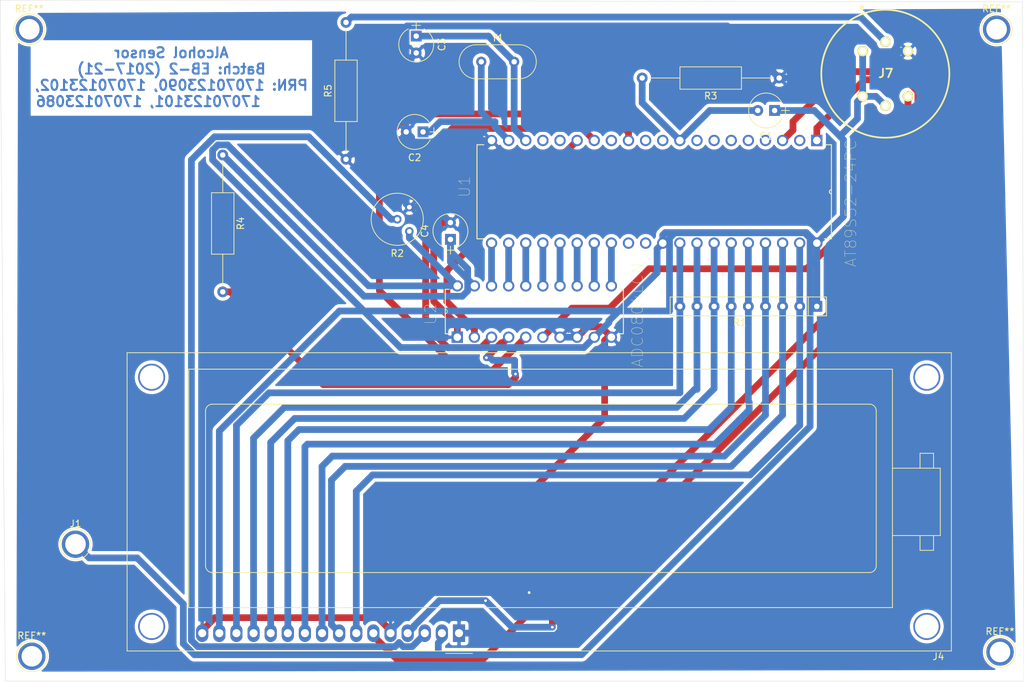
<source format=kicad_pcb>
(kicad_pcb (version 20171130) (host pcbnew "(5.1.0)-1")

  (general
    (thickness 1.6)
    (drawings 6)
    (tracks 291)
    (zones 0)
    (modules 19)
    (nets 45)
  )

  (page A4)
  (title_block
    (title "Alcohol Detector")
    (date "01 September 2019")
    (company "Symbiosis Institute Of Technology (SIT), Pune")
    (comment 1 "Batch: EB-2")
    (comment 2 "Shravi (17070123101), Samyak (17070123086)")
    (comment 3 "Smit (17070123090), Shruti (17070123102),")
    (comment 4 "Prepared By:-")
  )

  (layers
    (0 F.Cu signal)
    (31 B.Cu signal)
    (32 B.Adhes user)
    (33 F.Adhes user)
    (34 B.Paste user)
    (35 F.Paste user)
    (36 B.SilkS user)
    (37 F.SilkS user)
    (38 B.Mask user)
    (39 F.Mask user)
    (40 Dwgs.User user)
    (41 Cmts.User user)
    (42 Eco1.User user)
    (43 Eco2.User user)
    (44 Edge.Cuts user)
    (45 Margin user)
    (46 B.CrtYd user)
    (47 F.CrtYd user)
    (48 B.Fab user)
    (49 F.Fab user)
  )

  (setup
    (last_trace_width 1)
    (user_trace_width 1)
    (trace_clearance 0.2)
    (zone_clearance 0.508)
    (zone_45_only no)
    (trace_min 0.2)
    (via_size 0.8)
    (via_drill 0.4)
    (via_min_size 0.4)
    (via_min_drill 0.3)
    (uvia_size 0.3)
    (uvia_drill 0.1)
    (uvias_allowed no)
    (uvia_min_size 0.2)
    (uvia_min_drill 0.1)
    (edge_width 0.05)
    (segment_width 0.2)
    (pcb_text_width 0.3)
    (pcb_text_size 1.5 1.5)
    (mod_edge_width 0.12)
    (mod_text_size 1 1)
    (mod_text_width 0.15)
    (pad_size 1.524 1.524)
    (pad_drill 0.762)
    (pad_to_mask_clearance 0.051)
    (solder_mask_min_width 0.25)
    (aux_axis_origin 0 0)
    (visible_elements 7FFFFFFF)
    (pcbplotparams
      (layerselection 0x3ffff_ffffffff)
      (usegerberextensions false)
      (usegerberattributes false)
      (usegerberadvancedattributes false)
      (creategerberjobfile false)
      (excludeedgelayer true)
      (linewidth 0.100000)
      (plotframeref false)
      (viasonmask false)
      (mode 1)
      (useauxorigin false)
      (hpglpennumber 1)
      (hpglpenspeed 20)
      (hpglpendiameter 15.000000)
      (psnegative false)
      (psa4output false)
      (plotreference true)
      (plotvalue true)
      (plotinvisibletext false)
      (padsonsilk false)
      (subtractmaskfromsilk false)
      (outputformat 4)
      (mirror false)
      (drillshape 0)
      (scaleselection 1)
      (outputdirectory ""))
  )

  (net 0 "")
  (net 1 "Net-(C1-Pad1)")
  (net 2 "Net-(C1-Pad2)")
  (net 3 "Net-(C2-Pad1)")
  (net 4 GND)
  (net 5 "Net-(C3-Pad1)")
  (net 6 "Net-(C4-Pad1)")
  (net 7 "Net-(J4-Pad14)")
  (net 8 "Net-(J4-Pad13)")
  (net 9 "Net-(J4-Pad12)")
  (net 10 "Net-(J4-Pad11)")
  (net 11 "Net-(J4-Pad10)")
  (net 12 "Net-(J4-Pad9)")
  (net 13 "Net-(J4-Pad8)")
  (net 14 "Net-(J4-Pad7)")
  (net 15 "Net-(J4-Pad6)")
  (net 16 "Net-(J4-Pad4)")
  (net 17 "Net-(J4-Pad3)")
  (net 18 "Net-(J7-Pad4)")
  (net 19 "Net-(J7-Pad6)")
  (net 20 "Net-(R4-Pad2)")
  (net 21 "Net-(U1-Pad2)")
  (net 22 "Net-(U1-Pad4)")
  (net 23 "Net-(U1-Pad5)")
  (net 24 "Net-(U1-Pad6)")
  (net 25 "Net-(U1-Pad7)")
  (net 26 "Net-(U1-Pad8)")
  (net 27 "Net-(U1-Pad10)")
  (net 28 "Net-(U1-Pad11)")
  (net 29 "Net-(U1-Pad12)")
  (net 30 "Net-(U1-Pad13)")
  (net 31 "Net-(U1-Pad14)")
  (net 32 "Net-(U1-Pad15)")
  (net 33 "Net-(U1-Pad16)")
  (net 34 "Net-(U1-Pad17)")
  (net 35 "Net-(U1-Pad21)")
  (net 36 "Net-(U1-Pad22)")
  (net 37 "Net-(U1-Pad23)")
  (net 38 "Net-(U1-Pad24)")
  (net 39 "Net-(U1-Pad25)")
  (net 40 "Net-(U1-Pad26)")
  (net 41 "Net-(U1-Pad27)")
  (net 42 "Net-(U1-Pad28)")
  (net 43 "Net-(U1-Pad29)")
  (net 44 "Net-(U1-Pad30)")

  (net_class Default "This is the default net class."
    (clearance 0.2)
    (trace_width 0.25)
    (via_dia 0.8)
    (via_drill 0.4)
    (uvia_dia 0.3)
    (uvia_drill 0.1)
    (add_net GND)
    (add_net "Net-(C1-Pad1)")
    (add_net "Net-(C1-Pad2)")
    (add_net "Net-(C2-Pad1)")
    (add_net "Net-(C3-Pad1)")
    (add_net "Net-(C4-Pad1)")
    (add_net "Net-(J4-Pad10)")
    (add_net "Net-(J4-Pad11)")
    (add_net "Net-(J4-Pad12)")
    (add_net "Net-(J4-Pad13)")
    (add_net "Net-(J4-Pad14)")
    (add_net "Net-(J4-Pad3)")
    (add_net "Net-(J4-Pad4)")
    (add_net "Net-(J4-Pad6)")
    (add_net "Net-(J4-Pad7)")
    (add_net "Net-(J4-Pad8)")
    (add_net "Net-(J4-Pad9)")
    (add_net "Net-(J7-Pad4)")
    (add_net "Net-(J7-Pad6)")
    (add_net "Net-(R4-Pad2)")
    (add_net "Net-(U1-Pad10)")
    (add_net "Net-(U1-Pad11)")
    (add_net "Net-(U1-Pad12)")
    (add_net "Net-(U1-Pad13)")
    (add_net "Net-(U1-Pad14)")
    (add_net "Net-(U1-Pad15)")
    (add_net "Net-(U1-Pad16)")
    (add_net "Net-(U1-Pad17)")
    (add_net "Net-(U1-Pad2)")
    (add_net "Net-(U1-Pad21)")
    (add_net "Net-(U1-Pad22)")
    (add_net "Net-(U1-Pad23)")
    (add_net "Net-(U1-Pad24)")
    (add_net "Net-(U1-Pad25)")
    (add_net "Net-(U1-Pad26)")
    (add_net "Net-(U1-Pad27)")
    (add_net "Net-(U1-Pad28)")
    (add_net "Net-(U1-Pad29)")
    (add_net "Net-(U1-Pad30)")
    (add_net "Net-(U1-Pad4)")
    (add_net "Net-(U1-Pad5)")
    (add_net "Net-(U1-Pad6)")
    (add_net "Net-(U1-Pad7)")
    (add_net "Net-(U1-Pad8)")
  )

  (module Connectors:1pin (layer F.Cu) (tedit 5861332C) (tstamp 5D90BD84)
    (at 67.691 121.031)
    (descr "module 1 pin (ou trou mecanique de percage)")
    (tags DEV)
    (fp_text reference REF** (at 0 -3.048) (layer F.SilkS)
      (effects (font (size 1 1) (thickness 0.15)))
    )
    (fp_text value 1pin (at 0 3) (layer F.Fab)
      (effects (font (size 1 1) (thickness 0.15)))
    )
    (fp_circle (center 0 0) (end 2 0.8) (layer F.Fab) (width 0.1))
    (fp_circle (center 0 0) (end 2.6 0) (layer F.CrtYd) (width 0.05))
    (fp_circle (center 0 0) (end 0 -2.286) (layer F.SilkS) (width 0.12))
    (pad 1 thru_hole circle (at 0 0) (size 4.064 4.064) (drill 3.048) (layers *.Cu *.Mask))
  )

  (module Connectors:1pin (layer F.Cu) (tedit 5861332C) (tstamp 5D90BB46)
    (at 211.328 120.396)
    (descr "module 1 pin (ou trou mecanique de percage)")
    (tags DEV)
    (fp_text reference REF** (at 0 -3.048) (layer F.SilkS)
      (effects (font (size 1 1) (thickness 0.15)))
    )
    (fp_text value 1pin (at 0 3) (layer F.Fab)
      (effects (font (size 1 1) (thickness 0.15)))
    )
    (fp_circle (center 0 0) (end 2 0.8) (layer F.Fab) (width 0.1))
    (fp_circle (center 0 0) (end 2.6 0) (layer F.CrtYd) (width 0.05))
    (fp_circle (center 0 0) (end 0 -2.286) (layer F.SilkS) (width 0.12))
    (pad 1 thru_hole circle (at 0 0) (size 4.064 4.064) (drill 3.048) (layers *.Cu *.Mask))
  )

  (module Connectors:1pin (layer F.Cu) (tedit 5861332C) (tstamp 5D90B907)
    (at 210.82 27.94)
    (descr "module 1 pin (ou trou mecanique de percage)")
    (tags DEV)
    (fp_text reference REF** (at 0 -3.048) (layer F.SilkS)
      (effects (font (size 1 1) (thickness 0.15)))
    )
    (fp_text value 1pin (at 0 3) (layer F.Fab)
      (effects (font (size 1 1) (thickness 0.15)))
    )
    (fp_circle (center 0 0) (end 2 0.8) (layer F.Fab) (width 0.1))
    (fp_circle (center 0 0) (end 2.6 0) (layer F.CrtYd) (width 0.05))
    (fp_circle (center 0 0) (end 0 -2.286) (layer F.SilkS) (width 0.12))
    (pad 1 thru_hole circle (at 0 0) (size 4.064 4.064) (drill 3.048) (layers *.Cu *.Mask))
  )

  (module Connectors:1pin (layer F.Cu) (tedit 5861332C) (tstamp 5D90B6C8)
    (at 67.31 27.94)
    (descr "module 1 pin (ou trou mecanique de percage)")
    (tags DEV)
    (fp_text reference REF** (at 0 -3.048) (layer F.SilkS)
      (effects (font (size 1 1) (thickness 0.15)))
    )
    (fp_text value 1pin (at 0 3) (layer F.Fab)
      (effects (font (size 1 1) (thickness 0.15)))
    )
    (fp_circle (center 0 0) (end 2 0.8) (layer F.Fab) (width 0.1))
    (fp_circle (center 0 0) (end 2.6 0) (layer F.CrtYd) (width 0.05))
    (fp_circle (center 0 0) (end 0 -2.286) (layer F.SilkS) (width 0.12))
    (pad 1 thru_hole circle (at 0 0) (size 4.064 4.064) (drill 3.048) (layers *.Cu *.Mask))
  )

  (module Capacitors_THT:CP_Radial_Tantal_D5.0mm_P2.50mm (layer F.Cu) (tedit 597C781B) (tstamp 5D90A6E4)
    (at 177.887 40.005 180)
    (descr "CP, Radial_Tantal series, Radial, pin pitch=2.50mm, , diameter=5.0mm, Tantal Electrolytic Capacitor, http://cdn-reichelt.de/documents/datenblatt/B300/TANTAL-TB-Serie%23.pdf")
    (tags "CP Radial_Tantal series Radial pin pitch 2.50mm  diameter 5.0mm Tantal Electrolytic Capacitor")
    (path /5D6AF8C5)
    (fp_text reference C1 (at 1.25 -3.81 180) (layer F.SilkS)
      (effects (font (size 1 1) (thickness 0.15)))
    )
    (fp_text value 10uf (at 1.25 3.81 180) (layer F.Fab)
      (effects (font (size 1 1) (thickness 0.15)))
    )
    (fp_text user %R (at 1.25 0 180) (layer F.Fab)
      (effects (font (size 1 1) (thickness 0.15)))
    )
    (fp_line (start 4.1 -2.85) (end -1.6 -2.85) (layer F.CrtYd) (width 0.05))
    (fp_line (start 4.1 2.85) (end 4.1 -2.85) (layer F.CrtYd) (width 0.05))
    (fp_line (start -1.6 2.85) (end 4.1 2.85) (layer F.CrtYd) (width 0.05))
    (fp_line (start -1.6 -2.85) (end -1.6 2.85) (layer F.CrtYd) (width 0.05))
    (fp_line (start -1.6 -0.65) (end -1.6 0.65) (layer F.SilkS) (width 0.12))
    (fp_line (start -2.2 0) (end -1 0) (layer F.SilkS) (width 0.12))
    (fp_line (start -1.6 -0.65) (end -1.6 0.65) (layer F.Fab) (width 0.1))
    (fp_line (start -2.2 0) (end -1 0) (layer F.Fab) (width 0.1))
    (fp_circle (center 1.25 0) (end 3.75 0) (layer F.Fab) (width 0.1))
    (fp_arc (start 1.25 0) (end 3.55558 -1.18) (angle 54.2) (layer F.SilkS) (width 0.12))
    (fp_arc (start 1.25 0) (end -1.05558 1.18) (angle -125.8) (layer F.SilkS) (width 0.12))
    (fp_arc (start 1.25 0) (end -1.05558 -1.18) (angle 125.8) (layer F.SilkS) (width 0.12))
    (pad 2 thru_hole circle (at 2.5 0 180) (size 1.6 1.6) (drill 0.8) (layers *.Cu *.Mask)
      (net 2 "Net-(C1-Pad2)"))
    (pad 1 thru_hole rect (at 0 0 180) (size 1.6 1.6) (drill 0.8) (layers *.Cu *.Mask)
      (net 1 "Net-(C1-Pad1)"))
    (model ${KISYS3DMOD}/Capacitors_THT.3dshapes/CP_Radial_Tantal_D5.0mm_P2.50mm.wrl
      (at (xyz 0 0 0))
      (scale (xyz 1 1 1))
      (rotate (xyz 0 0 0))
    )
  )

  (module Capacitors_THT:CP_Radial_Tantal_D5.0mm_P2.50mm (layer F.Cu) (tedit 597C781B) (tstamp 5D90A6F7)
    (at 125.73 43.18 180)
    (descr "CP, Radial_Tantal series, Radial, pin pitch=2.50mm, , diameter=5.0mm, Tantal Electrolytic Capacitor, http://cdn-reichelt.de/documents/datenblatt/B300/TANTAL-TB-Serie%23.pdf")
    (tags "CP Radial_Tantal series Radial pin pitch 2.50mm  diameter 5.0mm Tantal Electrolytic Capacitor")
    (path /5D6AF3F3)
    (fp_text reference C2 (at 1.25 -3.81 180) (layer F.SilkS)
      (effects (font (size 1 1) (thickness 0.15)))
    )
    (fp_text value 22pf (at 1.25 3.81 180) (layer F.Fab)
      (effects (font (size 1 1) (thickness 0.15)))
    )
    (fp_text user %R (at 1.25 0 180) (layer F.Fab)
      (effects (font (size 1 1) (thickness 0.15)))
    )
    (fp_line (start 4.1 -2.85) (end -1.6 -2.85) (layer F.CrtYd) (width 0.05))
    (fp_line (start 4.1 2.85) (end 4.1 -2.85) (layer F.CrtYd) (width 0.05))
    (fp_line (start -1.6 2.85) (end 4.1 2.85) (layer F.CrtYd) (width 0.05))
    (fp_line (start -1.6 -2.85) (end -1.6 2.85) (layer F.CrtYd) (width 0.05))
    (fp_line (start -1.6 -0.65) (end -1.6 0.65) (layer F.SilkS) (width 0.12))
    (fp_line (start -2.2 0) (end -1 0) (layer F.SilkS) (width 0.12))
    (fp_line (start -1.6 -0.65) (end -1.6 0.65) (layer F.Fab) (width 0.1))
    (fp_line (start -2.2 0) (end -1 0) (layer F.Fab) (width 0.1))
    (fp_circle (center 1.25 0) (end 3.75 0) (layer F.Fab) (width 0.1))
    (fp_arc (start 1.25 0) (end 3.55558 -1.18) (angle 54.2) (layer F.SilkS) (width 0.12))
    (fp_arc (start 1.25 0) (end -1.05558 1.18) (angle -125.8) (layer F.SilkS) (width 0.12))
    (fp_arc (start 1.25 0) (end -1.05558 -1.18) (angle 125.8) (layer F.SilkS) (width 0.12))
    (pad 2 thru_hole circle (at 2.5 0 180) (size 1.6 1.6) (drill 0.8) (layers *.Cu *.Mask)
      (net 4 GND))
    (pad 1 thru_hole rect (at 0 0 180) (size 1.6 1.6) (drill 0.8) (layers *.Cu *.Mask)
      (net 3 "Net-(C2-Pad1)"))
    (model ${KISYS3DMOD}/Capacitors_THT.3dshapes/CP_Radial_Tantal_D5.0mm_P2.50mm.wrl
      (at (xyz 0 0 0))
      (scale (xyz 1 1 1))
      (rotate (xyz 0 0 0))
    )
  )

  (module Capacitors_THT:CP_Radial_Tantal_D5.0mm_P2.50mm (layer F.Cu) (tedit 597C781B) (tstamp 5D90A70A)
    (at 124.714 28.956 270)
    (descr "CP, Radial_Tantal series, Radial, pin pitch=2.50mm, , diameter=5.0mm, Tantal Electrolytic Capacitor, http://cdn-reichelt.de/documents/datenblatt/B300/TANTAL-TB-Serie%23.pdf")
    (tags "CP Radial_Tantal series Radial pin pitch 2.50mm  diameter 5.0mm Tantal Electrolytic Capacitor")
    (path /5D6AF6C5)
    (fp_text reference C3 (at 1.25 -3.81 270) (layer F.SilkS)
      (effects (font (size 1 1) (thickness 0.15)))
    )
    (fp_text value 22pf (at 1.25 3.81 270) (layer F.Fab)
      (effects (font (size 1 1) (thickness 0.15)))
    )
    (fp_arc (start 1.25 0) (end -1.05558 -1.18) (angle 125.8) (layer F.SilkS) (width 0.12))
    (fp_arc (start 1.25 0) (end -1.05558 1.18) (angle -125.8) (layer F.SilkS) (width 0.12))
    (fp_arc (start 1.25 0) (end 3.55558 -1.18) (angle 54.2) (layer F.SilkS) (width 0.12))
    (fp_circle (center 1.25 0) (end 3.75 0) (layer F.Fab) (width 0.1))
    (fp_line (start -2.2 0) (end -1 0) (layer F.Fab) (width 0.1))
    (fp_line (start -1.6 -0.65) (end -1.6 0.65) (layer F.Fab) (width 0.1))
    (fp_line (start -2.2 0) (end -1 0) (layer F.SilkS) (width 0.12))
    (fp_line (start -1.6 -0.65) (end -1.6 0.65) (layer F.SilkS) (width 0.12))
    (fp_line (start -1.6 -2.85) (end -1.6 2.85) (layer F.CrtYd) (width 0.05))
    (fp_line (start -1.6 2.85) (end 4.1 2.85) (layer F.CrtYd) (width 0.05))
    (fp_line (start 4.1 2.85) (end 4.1 -2.85) (layer F.CrtYd) (width 0.05))
    (fp_line (start 4.1 -2.85) (end -1.6 -2.85) (layer F.CrtYd) (width 0.05))
    (fp_text user %R (at 1.25 0 270) (layer F.Fab)
      (effects (font (size 1 1) (thickness 0.15)))
    )
    (pad 1 thru_hole rect (at 0 0 270) (size 1.6 1.6) (drill 0.8) (layers *.Cu *.Mask)
      (net 5 "Net-(C3-Pad1)"))
    (pad 2 thru_hole circle (at 2.5 0 270) (size 1.6 1.6) (drill 0.8) (layers *.Cu *.Mask)
      (net 4 GND))
    (model ${KISYS3DMOD}/Capacitors_THT.3dshapes/CP_Radial_Tantal_D5.0mm_P2.50mm.wrl
      (at (xyz 0 0 0))
      (scale (xyz 1 1 1))
      (rotate (xyz 0 0 0))
    )
  )

  (module Capacitors_THT:CP_Radial_Tantal_D5.0mm_P2.50mm (layer F.Cu) (tedit 597C781B) (tstamp 5D90A71D)
    (at 129.794 59.142 90)
    (descr "CP, Radial_Tantal series, Radial, pin pitch=2.50mm, , diameter=5.0mm, Tantal Electrolytic Capacitor, http://cdn-reichelt.de/documents/datenblatt/B300/TANTAL-TB-Serie%23.pdf")
    (tags "CP Radial_Tantal series Radial pin pitch 2.50mm  diameter 5.0mm Tantal Electrolytic Capacitor")
    (path /5D6AFB01)
    (fp_text reference C4 (at 1.25 -3.81 90) (layer F.SilkS)
      (effects (font (size 1 1) (thickness 0.15)))
    )
    (fp_text value 150pf (at 1.25 3.81 90) (layer F.Fab)
      (effects (font (size 1 1) (thickness 0.15)))
    )
    (fp_arc (start 1.25 0) (end -1.05558 -1.18) (angle 125.8) (layer F.SilkS) (width 0.12))
    (fp_arc (start 1.25 0) (end -1.05558 1.18) (angle -125.8) (layer F.SilkS) (width 0.12))
    (fp_arc (start 1.25 0) (end 3.55558 -1.18) (angle 54.2) (layer F.SilkS) (width 0.12))
    (fp_circle (center 1.25 0) (end 3.75 0) (layer F.Fab) (width 0.1))
    (fp_line (start -2.2 0) (end -1 0) (layer F.Fab) (width 0.1))
    (fp_line (start -1.6 -0.65) (end -1.6 0.65) (layer F.Fab) (width 0.1))
    (fp_line (start -2.2 0) (end -1 0) (layer F.SilkS) (width 0.12))
    (fp_line (start -1.6 -0.65) (end -1.6 0.65) (layer F.SilkS) (width 0.12))
    (fp_line (start -1.6 -2.85) (end -1.6 2.85) (layer F.CrtYd) (width 0.05))
    (fp_line (start -1.6 2.85) (end 4.1 2.85) (layer F.CrtYd) (width 0.05))
    (fp_line (start 4.1 2.85) (end 4.1 -2.85) (layer F.CrtYd) (width 0.05))
    (fp_line (start 4.1 -2.85) (end -1.6 -2.85) (layer F.CrtYd) (width 0.05))
    (fp_text user %R (at 1.25 0 90) (layer F.Fab)
      (effects (font (size 1 1) (thickness 0.15)))
    )
    (pad 1 thru_hole rect (at 0 0 90) (size 1.6 1.6) (drill 0.8) (layers *.Cu *.Mask)
      (net 6 "Net-(C4-Pad1)"))
    (pad 2 thru_hole circle (at 2.5 0 90) (size 1.6 1.6) (drill 0.8) (layers *.Cu *.Mask)
      (net 4 GND))
    (model ${KISYS3DMOD}/Capacitors_THT.3dshapes/CP_Radial_Tantal_D5.0mm_P2.50mm.wrl
      (at (xyz 0 0 0))
      (scale (xyz 1 1 1))
      (rotate (xyz 0 0 0))
    )
  )

  (module Connectors:1pin (layer F.Cu) (tedit 5861332C) (tstamp 5D90A725)
    (at 74.168 104.394)
    (descr "module 1 pin (ou trou mecanique de percage)")
    (tags DEV)
    (path /5D8204D8)
    (fp_text reference J1 (at 0 -3.048) (layer F.SilkS)
      (effects (font (size 1 1) (thickness 0.15)))
    )
    (fp_text value VCC (at 0 3) (layer F.Fab)
      (effects (font (size 1 1) (thickness 0.15)))
    )
    (fp_circle (center 0 0) (end 0 -2.286) (layer F.SilkS) (width 0.12))
    (fp_circle (center 0 0) (end 2.6 0) (layer F.CrtYd) (width 0.05))
    (fp_circle (center 0 0) (end 2 0.8) (layer F.Fab) (width 0.1))
    (pad 1 thru_hole circle (at 0 0) (size 4.064 4.064) (drill 3.048) (layers *.Cu *.Mask)
      (net 1 "Net-(C1-Pad1)"))
  )

  (module Displays:HY1602E (layer F.Cu) (tedit 59593030) (tstamp 5D90A763)
    (at 131.064 117.602 180)
    (descr http://www.icbank.com/data/ICBShop/board/HY1602E.pdf)
    (tags "LCD 16x2 Alphanumeric 16pin")
    (path /5D6AC15B)
    (fp_text reference J4 (at -71.12 -3.48 180) (layer F.SilkS)
      (effects (font (size 1 1) (thickness 0.15)))
    )
    (fp_text value "LCD 16x2" (at -69.94 42.6 180) (layer F.Fab)
      (effects (font (size 1 1) (thickness 0.15)))
    )
    (fp_line (start 49.1 41.5) (end 49.1 -2.5) (layer F.Fab) (width 0.1))
    (fp_line (start -72.9 41.5) (end 49.1 41.5) (layer F.Fab) (width 0.1))
    (fp_line (start -72.9 -2.5) (end -72.9 41.5) (layer F.Fab) (width 0.1))
    (fp_line (start 49.1 -2.5) (end 1 -2.5) (layer F.Fab) (width 0.1))
    (fp_line (start 40.1 3.8) (end 40.1 39.2) (layer F.SilkS) (width 0.12))
    (fp_line (start -64.3 3.8) (end 40.1 3.8) (layer F.SilkS) (width 0.12))
    (fp_line (start -64.3 39.2) (end -64.3 3.8) (layer F.SilkS) (width 0.12))
    (fp_line (start 40.1 39.2) (end -64.3 39.2) (layer F.SilkS) (width 0.12))
    (fp_arc (start -60.9 33) (end -60.9 34) (angle 90) (layer F.SilkS) (width 0.12))
    (fp_arc (start -60.9 10) (end -61.9 10) (angle 90) (layer F.SilkS) (width 0.12))
    (fp_arc (start 36.6 10) (end 36.6 9) (angle 90) (layer F.SilkS) (width 0.12))
    (fp_arc (start 36.6 33) (end 37.6 33) (angle 90) (layer F.SilkS) (width 0.12))
    (fp_line (start -61.9 33) (end -61.9 10) (layer F.SilkS) (width 0.12))
    (fp_line (start -60.9 9) (end 36.6 9) (layer F.SilkS) (width 0.12))
    (fp_line (start 37.6 10) (end 37.6 33) (layer F.SilkS) (width 0.12))
    (fp_line (start 36.6 34) (end -60.9 34) (layer F.SilkS) (width 0.12))
    (fp_line (start -71.4 14.5) (end -64.3 14.5) (layer F.SilkS) (width 0.12))
    (fp_line (start -71.4 24.5) (end -71.4 14.5) (layer F.SilkS) (width 0.12))
    (fp_line (start -64.3 24.5) (end -71.4 24.5) (layer F.SilkS) (width 0.12))
    (fp_line (start -70.4 12.3) (end -70.4 14.5) (layer F.SilkS) (width 0.12))
    (fp_line (start -68.4 12.3) (end -70.4 12.3) (layer F.SilkS) (width 0.12))
    (fp_line (start -68.4 14.5) (end -68.4 12.3) (layer F.SilkS) (width 0.12))
    (fp_line (start -70.4 26.7) (end -70.4 24.5) (layer F.SilkS) (width 0.12))
    (fp_line (start -68.4 26.7) (end -70.4 26.7) (layer F.SilkS) (width 0.12))
    (fp_line (start -68.4 24.5) (end -68.4 26.7) (layer F.SilkS) (width 0.12))
    (fp_text user %R (at -14.01 19.96 180) (layer F.Fab)
      (effects (font (size 1 1) (thickness 0.15)))
    )
    (fp_line (start -73.15 -2.75) (end 49.35 -2.75) (layer F.CrtYd) (width 0.05))
    (fp_line (start -73.15 -2.75) (end -73.15 41.75) (layer F.CrtYd) (width 0.05))
    (fp_line (start 49.35 -2.75) (end 49.35 41.75) (layer F.CrtYd) (width 0.05))
    (fp_line (start -73.15 41.75) (end 49.35 41.75) (layer F.CrtYd) (width 0.05))
    (fp_line (start -1 -2.5) (end -72.9 -2.5) (layer F.Fab) (width 0.1))
    (fp_line (start 0 -1.5) (end -1 -2.5) (layer F.Fab) (width 0.1))
    (fp_line (start 1 -2.5) (end 0 -1.5) (layer F.Fab) (width 0.1))
    (fp_line (start -2 -3) (end 2 -3) (layer F.SilkS) (width 0.12))
    (fp_line (start -73.04 -2.64) (end 49.24 -2.64) (layer F.SilkS) (width 0.12))
    (fp_line (start -73.04 -2.64) (end -73.04 41.64) (layer F.SilkS) (width 0.12))
    (fp_line (start 49.24 -2.64) (end 49.24 41.64) (layer F.SilkS) (width 0.12))
    (fp_line (start 49.24 41.64) (end -73.04 41.64) (layer F.SilkS) (width 0.12))
    (pad "" thru_hole circle (at -69.40042 1.00076) (size 4 4) (drill 3.5) (layers *.Cu *.Mask))
    (pad "" thru_hole circle (at -69.40042 38.00094) (size 4 4) (drill 3.5) (layers *.Cu *.Mask))
    (pad "" thru_hole circle (at 45.60062 1.00076) (size 4 4) (drill 3.5) (layers *.Cu *.Mask))
    (pad "" thru_hole circle (at 45.60062 38.00094) (size 4 4) (drill 3.5) (layers *.Cu *.Mask))
    (pad 16 thru_hole oval (at 38.1 0) (size 1.8 2.6) (drill 1.2) (layers *.Cu *.Mask)
      (net 4 GND))
    (pad 15 thru_hole oval (at 35.56 0) (size 1.8 2.6) (drill 1.2) (layers *.Cu *.Mask)
      (net 1 "Net-(C1-Pad1)"))
    (pad 14 thru_hole oval (at 33.02 0) (size 1.8 2.6) (drill 1.2) (layers *.Cu *.Mask)
      (net 7 "Net-(J4-Pad14)"))
    (pad 13 thru_hole oval (at 30.48 0) (size 1.8 2.6) (drill 1.2) (layers *.Cu *.Mask)
      (net 8 "Net-(J4-Pad13)"))
    (pad 12 thru_hole oval (at 27.94 0) (size 1.8 2.6) (drill 1.2) (layers *.Cu *.Mask)
      (net 9 "Net-(J4-Pad12)"))
    (pad 11 thru_hole oval (at 25.4 0) (size 1.8 2.6) (drill 1.2) (layers *.Cu *.Mask)
      (net 10 "Net-(J4-Pad11)"))
    (pad 10 thru_hole oval (at 22.86 0) (size 1.8 2.6) (drill 1.2) (layers *.Cu *.Mask)
      (net 11 "Net-(J4-Pad10)"))
    (pad 9 thru_hole oval (at 20.32 0) (size 1.8 2.6) (drill 1.2) (layers *.Cu *.Mask)
      (net 12 "Net-(J4-Pad9)"))
    (pad 8 thru_hole oval (at 17.78 0) (size 1.8 2.6) (drill 1.2) (layers *.Cu *.Mask)
      (net 13 "Net-(J4-Pad8)"))
    (pad 7 thru_hole oval (at 15.24 0) (size 1.8 2.6) (drill 1.2) (layers *.Cu *.Mask)
      (net 14 "Net-(J4-Pad7)"))
    (pad 6 thru_hole oval (at 12.7 0) (size 1.8 2.6) (drill 1.2) (layers *.Cu *.Mask)
      (net 15 "Net-(J4-Pad6)"))
    (pad 5 thru_hole oval (at 10.16 0) (size 1.8 2.6) (drill 1.2) (layers *.Cu *.Mask)
      (net 4 GND))
    (pad 4 thru_hole oval (at 7.62 0) (size 1.8 2.6) (drill 1.2) (layers *.Cu *.Mask)
      (net 16 "Net-(J4-Pad4)"))
    (pad 3 thru_hole oval (at 5.08 0) (size 1.8 2.6) (drill 1.2) (layers *.Cu *.Mask)
      (net 17 "Net-(J4-Pad3)"))
    (pad 2 thru_hole oval (at 2.54 0) (size 1.8 2.6) (drill 1.2) (layers *.Cu *.Mask)
      (net 1 "Net-(C1-Pad1)"))
    (pad 1 thru_hole rect (at 0 0) (size 1.8 2.6) (drill 1.2) (layers *.Cu *.Mask)
      (net 4 GND))
    (model ${KISYS3DMOD}/Displays.3dshapes/HY1602E.wrl
      (at (xyz 0 0 0))
      (scale (xyz 1 1 1))
      (rotate (xyz 0 0 0))
    )
  )

  (module MQ-3:MQ-3 (layer F.Cu) (tedit 5D3E836F) (tstamp 5D90A770)
    (at 194.31 34.544)
    (descr MQ-3)
    (tags "Undefined or Miscellaneous")
    (path /5D6AE041)
    (fp_text reference J7 (at 0.071 -0.05359) (layer F.SilkS)
      (effects (font (size 1.27 1.27) (thickness 0.254)))
    )
    (fp_text value "MQ 3" (at 0.071 -0.05359) (layer F.SilkS) hide
      (effects (font (size 1.27 1.27) (thickness 0.254)))
    )
    (fp_circle (center 0 0) (end 9.5 0) (layer Dwgs.User) (width 0.254))
    (fp_circle (center 0 0) (end 9.5 0) (layer F.SilkS) (width 0.254))
    (fp_circle (center -3.47 -9.84) (end -3.535 -9.84) (layer F.SilkS) (width 0.254))
    (pad 1 thru_hole circle (at -3.35876 -3.35876 90) (size 1.55 1.55) (drill 1) (layers *.Cu *.Mask F.SilkS)
      (net 1 "Net-(C1-Pad1)"))
    (pad 2 thru_hole circle (at -3.35876 3.35876 90) (size 1.55 1.55) (drill 1) (layers *.Cu *.Mask F.SilkS)
      (net 1 "Net-(C1-Pad1)"))
    (pad 3 thru_hole circle (at 0 4.75 90) (size 1.55 1.55) (drill 1) (layers *.Cu *.Mask F.SilkS)
      (net 1 "Net-(C1-Pad1)"))
    (pad 4 thru_hole circle (at 3.35876 3.35876 90) (size 1.55 1.55) (drill 1) (layers *.Cu *.Mask F.SilkS)
      (net 18 "Net-(J7-Pad4)"))
    (pad 5 thru_hole circle (at 3.35876 -3.35876 90) (size 1.55 1.55) (drill 1) (layers *.Cu *.Mask F.SilkS)
      (net 4 GND))
    (pad 6 thru_hole circle (at 0 -4.75 90) (size 1.55 1.55) (drill 1) (layers *.Cu *.Mask F.SilkS)
      (net 19 "Net-(J7-Pad6)"))
  )

  (module Resistors_THT:R_Array_SIP9 (layer F.Cu) (tedit 57FA3974) (tstamp 5D90A78B)
    (at 184.15 69.088 180)
    (descr "9-pin Resistor SIP pack")
    (tags R)
    (path /5D6AD6FD)
    (fp_text reference R1 (at 11.43 -2.4 180) (layer F.SilkS)
      (effects (font (size 1 1) (thickness 0.15)))
    )
    (fp_text value "Resistor SIP 9" (at 11.43 2.4 180) (layer F.Fab)
      (effects (font (size 1 1) (thickness 0.15)))
    )
    (fp_line (start 22.05 -1.65) (end -1.7 -1.65) (layer F.CrtYd) (width 0.05))
    (fp_line (start 22.05 1.65) (end 22.05 -1.65) (layer F.CrtYd) (width 0.05))
    (fp_line (start -1.7 1.65) (end 22.05 1.65) (layer F.CrtYd) (width 0.05))
    (fp_line (start -1.7 -1.65) (end -1.7 1.65) (layer F.CrtYd) (width 0.05))
    (fp_line (start 1.27 -1.4) (end 1.27 1.4) (layer F.SilkS) (width 0.12))
    (fp_line (start 21.76 -1.4) (end -1.44 -1.4) (layer F.SilkS) (width 0.12))
    (fp_line (start 21.76 1.4) (end 21.76 -1.4) (layer F.SilkS) (width 0.12))
    (fp_line (start -1.44 1.4) (end 21.76 1.4) (layer F.SilkS) (width 0.12))
    (fp_line (start -1.44 -1.4) (end -1.44 1.4) (layer F.SilkS) (width 0.12))
    (fp_line (start 1.27 -1.25) (end 1.27 1.25) (layer F.Fab) (width 0.1))
    (fp_line (start 21.61 -1.25) (end -1.29 -1.25) (layer F.Fab) (width 0.1))
    (fp_line (start 21.61 1.25) (end 21.61 -1.25) (layer F.Fab) (width 0.1))
    (fp_line (start -1.29 1.25) (end 21.61 1.25) (layer F.Fab) (width 0.1))
    (fp_line (start -1.29 -1.25) (end -1.29 1.25) (layer F.Fab) (width 0.1))
    (pad 9 thru_hole oval (at 20.32 0 180) (size 1.6 1.6) (drill 0.8) (layers *.Cu *.Mask)
      (net 7 "Net-(J4-Pad14)"))
    (pad 8 thru_hole oval (at 17.78 0 180) (size 1.6 1.6) (drill 0.8) (layers *.Cu *.Mask)
      (net 8 "Net-(J4-Pad13)"))
    (pad 7 thru_hole oval (at 15.24 0 180) (size 1.6 1.6) (drill 0.8) (layers *.Cu *.Mask)
      (net 9 "Net-(J4-Pad12)"))
    (pad 6 thru_hole oval (at 12.7 0 180) (size 1.6 1.6) (drill 0.8) (layers *.Cu *.Mask)
      (net 10 "Net-(J4-Pad11)"))
    (pad 5 thru_hole oval (at 10.16 0 180) (size 1.6 1.6) (drill 0.8) (layers *.Cu *.Mask)
      (net 11 "Net-(J4-Pad10)"))
    (pad 4 thru_hole oval (at 7.62 0 180) (size 1.6 1.6) (drill 0.8) (layers *.Cu *.Mask)
      (net 12 "Net-(J4-Pad9)"))
    (pad 3 thru_hole oval (at 5.08 0 180) (size 1.6 1.6) (drill 0.8) (layers *.Cu *.Mask)
      (net 13 "Net-(J4-Pad8)"))
    (pad 2 thru_hole oval (at 2.54 0 180) (size 1.6 1.6) (drill 0.8) (layers *.Cu *.Mask)
      (net 14 "Net-(J4-Pad7)"))
    (pad 1 thru_hole rect (at 0 0 180) (size 1.6 1.6) (drill 0.8) (layers *.Cu *.Mask)
      (net 1 "Net-(C1-Pad1)"))
    (model ${KISYS3DMOD}/Resistors_THT.3dshapes/R_Array_SIP9.wrl
      (at (xyz 0 0 0))
      (scale (xyz 0.39 0.39 0.39))
      (rotate (xyz 0 0 0))
    )
  )

  (module Potentiometers:Potentiometer_Trimmer_Bourns_3339H_Horizontal (layer F.Cu) (tedit 58827077) (tstamp 5D90A79C)
    (at 123.698 54.356 180)
    (descr "Potentiometer, horizontally mounted, Omeg PC16PU, Omeg PC16PU, Omeg PC16PU, Vishay/Spectrol 248GJ/249GJ Single, Vishay/Spectrol 248GJ/249GJ Single, Vishay/Spectrol 248GJ/249GJ Single, Vishay/Spectrol 248GH/249GH Single, Vishay/Spectrol 148/149 Single, Vishay/Spectrol 148/149 Single, Vishay/Spectrol 148/149 Single, Vishay/Spectrol 148A/149A Single with mounting plates, Vishay/Spectrol 148/149 Double, Vishay/Spectrol 148A/149A Double with mounting plates, Piher PC-16 Single, Piher PC-16 Single, Piher PC-16 Single, Piher PC-16SV Single, Piher PC-16 Double, Piher PC-16 Triple, Piher T16H Single, Piher T16L Single, Piher T16H Double, Alps RK163 Single, Alps RK163 Double, Alps RK097 Single, Alps RK097 Double, Bourns PTV09A-2 Single with mounting sleve Single, Bourns PTV09A-1 with mounting sleve Single, Bourns PRS11S Single, Alps RK09K Single with mounting sleve Single, Alps RK09K with mounting sleve Single, Alps RK09L Single, Alps RK09L Single, Alps RK09L Double, Alps RK09L Double, Alps RK09Y Single, Bourns 3339S Single, Bourns 3339S Single, Bourns 3339P Single, Bourns 3339H Single, http://www.alps.com/prod/info/E/HTML/Potentiometer/RotaryPotentiometers/RK09Y11/RK09Y11L0001.html")
    (tags "Potentiometer horizontal  Omeg PC16PU  Omeg PC16PU  Omeg PC16PU  Vishay/Spectrol 248GJ/249GJ Single  Vishay/Spectrol 248GJ/249GJ Single  Vishay/Spectrol 248GJ/249GJ Single  Vishay/Spectrol 248GH/249GH Single  Vishay/Spectrol 148/149 Single  Vishay/Spectrol 148/149 Single  Vishay/Spectrol 148/149 Single  Vishay/Spectrol 148A/149A Single with mounting plates  Vishay/Spectrol 148/149 Double  Vishay/Spectrol 148A/149A Double with mounting plates  Piher PC-16 Single  Piher PC-16 Single  Piher PC-16 Single  Piher PC-16SV Single  Piher PC-16 Double  Piher PC-16 Triple  Piher T16H Single  Piher T16L Single  Piher T16H Double  Alps RK163 Single  Alps RK163 Double  Alps RK097 Single  Alps RK097 Double  Bourns PTV09A-2 Single with mounting sleve Single  Bourns PTV09A-1 with mounting sleve Single  Bourns PRS11S Single  Alps RK09K Single with mounting sleve Single  Alps RK09K with mounting sleve Single  Alps RK09L Single  Alps RK09L Single  Alps RK09L Double  Alps RK09L Double  Alps RK09Y Single  Bourns 3339S Single  Bourns 3339S Single  Bourns 3339P Single  Bourns 3339H Single")
    (path /5D6B1158)
    (fp_text reference R2 (at 1.796051 -6.856051 180) (layer F.SilkS)
      (effects (font (size 1 1) (thickness 0.15)))
    )
    (fp_text value 10k (at 1.796051 3.263949 180) (layer F.Fab)
      (effects (font (size 1 1) (thickness 0.15)))
    )
    (fp_line (start 5.9 -5.9) (end -2.3 -5.9) (layer F.CrtYd) (width 0.05))
    (fp_line (start 5.9 2.3) (end 5.9 -5.9) (layer F.CrtYd) (width 0.05))
    (fp_line (start -2.3 2.3) (end 5.9 2.3) (layer F.CrtYd) (width 0.05))
    (fp_line (start -2.3 -5.9) (end -2.3 2.3) (layer F.CrtYd) (width 0.05))
    (fp_line (start 3.388 -3.692102) (end -0.101 -0.205102) (layer F.Fab) (width 0.1))
    (fp_line (start 3.693 -3.386102) (end 0.205 0.099898) (layer F.Fab) (width 0.1))
    (fp_circle (center 1.797 -1.795102) (end 5.667 -1.795102) (layer F.SilkS) (width 0.12))
    (fp_circle (center 1.797 -1.795102) (end 4.297 -1.795102) (layer F.Fab) (width 0.1))
    (fp_circle (center 1.796051 -1.796051) (end 4.296051 -1.796051) (layer F.Fab) (width 0.1))
    (fp_circle (center 1.796051 -1.796051) (end 5.606051 -1.796051) (layer F.Fab) (width 0.1))
    (pad 1 thru_hole circle (at 0 0 180) (size 1.26 1.26) (drill 0.7) (layers *.Cu *.Mask)
      (net 4 GND))
    (pad 2 thru_hole circle (at 1.796051 -1.796051 180) (size 1.26 1.26) (drill 0.7) (layers *.Cu *.Mask)
      (net 17 "Net-(J4-Pad3)"))
    (pad 3 thru_hole circle (at 0 -3.592102 180) (size 1.26 1.26) (drill 0.7) (layers *.Cu *.Mask)
      (net 1 "Net-(C1-Pad1)"))
    (model Potentiometers.3dshapes/Potentiometer_Trimmer_Bourns_3339H_Horizontal.wrl
      (offset (xyz 0 3.592101946052041 0))
      (scale (xyz 1 1 1))
      (rotate (xyz 0 0 90))
    )
  )

  (module Resistors_THT:R_Axial_DIN0309_L9.0mm_D3.2mm_P20.32mm_Horizontal (layer F.Cu) (tedit 5874F706) (tstamp 5D90A7B2)
    (at 178.562 35.179 180)
    (descr "Resistor, Axial_DIN0309 series, Axial, Horizontal, pin pitch=20.32mm, 0.5W = 1/2W, length*diameter=9*3.2mm^2, http://cdn-reichelt.de/documents/datenblatt/B400/1_4W%23YAG.pdf")
    (tags "Resistor Axial_DIN0309 series Axial Horizontal pin pitch 20.32mm 0.5W = 1/2W length 9mm diameter 3.2mm")
    (path /5D6B06CE)
    (fp_text reference R3 (at 10.16 -2.66 180) (layer F.SilkS)
      (effects (font (size 1 1) (thickness 0.15)))
    )
    (fp_text value 8.2k (at 10.16 2.66 180) (layer F.Fab)
      (effects (font (size 1 1) (thickness 0.15)))
    )
    (fp_line (start 21.4 -1.95) (end -1.05 -1.95) (layer F.CrtYd) (width 0.05))
    (fp_line (start 21.4 1.95) (end 21.4 -1.95) (layer F.CrtYd) (width 0.05))
    (fp_line (start -1.05 1.95) (end 21.4 1.95) (layer F.CrtYd) (width 0.05))
    (fp_line (start -1.05 -1.95) (end -1.05 1.95) (layer F.CrtYd) (width 0.05))
    (fp_line (start 19.34 0) (end 14.72 0) (layer F.SilkS) (width 0.12))
    (fp_line (start 0.98 0) (end 5.6 0) (layer F.SilkS) (width 0.12))
    (fp_line (start 14.72 -1.66) (end 5.6 -1.66) (layer F.SilkS) (width 0.12))
    (fp_line (start 14.72 1.66) (end 14.72 -1.66) (layer F.SilkS) (width 0.12))
    (fp_line (start 5.6 1.66) (end 14.72 1.66) (layer F.SilkS) (width 0.12))
    (fp_line (start 5.6 -1.66) (end 5.6 1.66) (layer F.SilkS) (width 0.12))
    (fp_line (start 20.32 0) (end 14.66 0) (layer F.Fab) (width 0.1))
    (fp_line (start 0 0) (end 5.66 0) (layer F.Fab) (width 0.1))
    (fp_line (start 14.66 -1.6) (end 5.66 -1.6) (layer F.Fab) (width 0.1))
    (fp_line (start 14.66 1.6) (end 14.66 -1.6) (layer F.Fab) (width 0.1))
    (fp_line (start 5.66 1.6) (end 14.66 1.6) (layer F.Fab) (width 0.1))
    (fp_line (start 5.66 -1.6) (end 5.66 1.6) (layer F.Fab) (width 0.1))
    (pad 2 thru_hole oval (at 20.32 0 180) (size 1.6 1.6) (drill 0.8) (layers *.Cu *.Mask)
      (net 2 "Net-(C1-Pad2)"))
    (pad 1 thru_hole circle (at 0 0 180) (size 1.6 1.6) (drill 0.8) (layers *.Cu *.Mask)
      (net 4 GND))
    (model ${KISYS3DMOD}/Resistors_THT.3dshapes/R_Axial_DIN0309_L9.0mm_D3.2mm_P20.32mm_Horizontal.wrl
      (at (xyz 0 0 0))
      (scale (xyz 0.393701 0.393701 0.393701))
      (rotate (xyz 0 0 0))
    )
  )

  (module Resistors_THT:R_Axial_DIN0309_L9.0mm_D3.2mm_P20.32mm_Horizontal (layer F.Cu) (tedit 5874F706) (tstamp 5D90A7C8)
    (at 96.012 46.609 270)
    (descr "Resistor, Axial_DIN0309 series, Axial, Horizontal, pin pitch=20.32mm, 0.5W = 1/2W, length*diameter=9*3.2mm^2, http://cdn-reichelt.de/documents/datenblatt/B400/1_4W%23YAG.pdf")
    (tags "Resistor Axial_DIN0309 series Axial Horizontal pin pitch 20.32mm 0.5W = 1/2W length 9mm diameter 3.2mm")
    (path /5D6B0E21)
    (fp_text reference R4 (at 10.16 -2.66 270) (layer F.SilkS)
      (effects (font (size 1 1) (thickness 0.15)))
    )
    (fp_text value 10k (at 10.16 2.66 270) (layer F.Fab)
      (effects (font (size 1 1) (thickness 0.15)))
    )
    (fp_line (start 21.4 -1.95) (end -1.05 -1.95) (layer F.CrtYd) (width 0.05))
    (fp_line (start 21.4 1.95) (end 21.4 -1.95) (layer F.CrtYd) (width 0.05))
    (fp_line (start -1.05 1.95) (end 21.4 1.95) (layer F.CrtYd) (width 0.05))
    (fp_line (start -1.05 -1.95) (end -1.05 1.95) (layer F.CrtYd) (width 0.05))
    (fp_line (start 19.34 0) (end 14.72 0) (layer F.SilkS) (width 0.12))
    (fp_line (start 0.98 0) (end 5.6 0) (layer F.SilkS) (width 0.12))
    (fp_line (start 14.72 -1.66) (end 5.6 -1.66) (layer F.SilkS) (width 0.12))
    (fp_line (start 14.72 1.66) (end 14.72 -1.66) (layer F.SilkS) (width 0.12))
    (fp_line (start 5.6 1.66) (end 14.72 1.66) (layer F.SilkS) (width 0.12))
    (fp_line (start 5.6 -1.66) (end 5.6 1.66) (layer F.SilkS) (width 0.12))
    (fp_line (start 20.32 0) (end 14.66 0) (layer F.Fab) (width 0.1))
    (fp_line (start 0 0) (end 5.66 0) (layer F.Fab) (width 0.1))
    (fp_line (start 14.66 -1.6) (end 5.66 -1.6) (layer F.Fab) (width 0.1))
    (fp_line (start 14.66 1.6) (end 14.66 -1.6) (layer F.Fab) (width 0.1))
    (fp_line (start 5.66 1.6) (end 14.66 1.6) (layer F.Fab) (width 0.1))
    (fp_line (start 5.66 -1.6) (end 5.66 1.6) (layer F.Fab) (width 0.1))
    (pad 2 thru_hole oval (at 20.32 0 270) (size 1.6 1.6) (drill 0.8) (layers *.Cu *.Mask)
      (net 20 "Net-(R4-Pad2)"))
    (pad 1 thru_hole circle (at 0 0 270) (size 1.6 1.6) (drill 0.8) (layers *.Cu *.Mask)
      (net 6 "Net-(C4-Pad1)"))
    (model ${KISYS3DMOD}/Resistors_THT.3dshapes/R_Axial_DIN0309_L9.0mm_D3.2mm_P20.32mm_Horizontal.wrl
      (at (xyz 0 0 0))
      (scale (xyz 0.393701 0.393701 0.393701))
      (rotate (xyz 0 0 0))
    )
  )

  (module Resistors_THT:R_Axial_DIN0309_L9.0mm_D3.2mm_P20.32mm_Horizontal (layer F.Cu) (tedit 5874F706) (tstamp 5D90A7DE)
    (at 114.3 47.244 90)
    (descr "Resistor, Axial_DIN0309 series, Axial, Horizontal, pin pitch=20.32mm, 0.5W = 1/2W, length*diameter=9*3.2mm^2, http://cdn-reichelt.de/documents/datenblatt/B400/1_4W%23YAG.pdf")
    (tags "Resistor Axial_DIN0309 series Axial Horizontal pin pitch 20.32mm 0.5W = 1/2W length 9mm diameter 3.2mm")
    (path /5D6B09F5)
    (fp_text reference R5 (at 10.16 -2.66 90) (layer F.SilkS)
      (effects (font (size 1 1) (thickness 0.15)))
    )
    (fp_text value 10k (at 10.16 2.66 90) (layer F.Fab)
      (effects (font (size 1 1) (thickness 0.15)))
    )
    (fp_line (start 5.66 -1.6) (end 5.66 1.6) (layer F.Fab) (width 0.1))
    (fp_line (start 5.66 1.6) (end 14.66 1.6) (layer F.Fab) (width 0.1))
    (fp_line (start 14.66 1.6) (end 14.66 -1.6) (layer F.Fab) (width 0.1))
    (fp_line (start 14.66 -1.6) (end 5.66 -1.6) (layer F.Fab) (width 0.1))
    (fp_line (start 0 0) (end 5.66 0) (layer F.Fab) (width 0.1))
    (fp_line (start 20.32 0) (end 14.66 0) (layer F.Fab) (width 0.1))
    (fp_line (start 5.6 -1.66) (end 5.6 1.66) (layer F.SilkS) (width 0.12))
    (fp_line (start 5.6 1.66) (end 14.72 1.66) (layer F.SilkS) (width 0.12))
    (fp_line (start 14.72 1.66) (end 14.72 -1.66) (layer F.SilkS) (width 0.12))
    (fp_line (start 14.72 -1.66) (end 5.6 -1.66) (layer F.SilkS) (width 0.12))
    (fp_line (start 0.98 0) (end 5.6 0) (layer F.SilkS) (width 0.12))
    (fp_line (start 19.34 0) (end 14.72 0) (layer F.SilkS) (width 0.12))
    (fp_line (start -1.05 -1.95) (end -1.05 1.95) (layer F.CrtYd) (width 0.05))
    (fp_line (start -1.05 1.95) (end 21.4 1.95) (layer F.CrtYd) (width 0.05))
    (fp_line (start 21.4 1.95) (end 21.4 -1.95) (layer F.CrtYd) (width 0.05))
    (fp_line (start 21.4 -1.95) (end -1.05 -1.95) (layer F.CrtYd) (width 0.05))
    (pad 1 thru_hole circle (at 0 0 90) (size 1.6 1.6) (drill 0.8) (layers *.Cu *.Mask)
      (net 4 GND))
    (pad 2 thru_hole oval (at 20.32 0 90) (size 1.6 1.6) (drill 0.8) (layers *.Cu *.Mask)
      (net 19 "Net-(J7-Pad6)"))
    (model ${KISYS3DMOD}/Resistors_THT.3dshapes/R_Axial_DIN0309_L9.0mm_D3.2mm_P20.32mm_Horizontal.wrl
      (at (xyz 0 0 0))
      (scale (xyz 0.393701 0.393701 0.393701))
      (rotate (xyz 0 0 0))
    )
  )

  (module AT89S52:DIP254P1524X482-40 (layer F.Cu) (tedit 0) (tstamp 5D90A8BA)
    (at 135.89 59.69 270)
    (path /5D6AA3B1)
    (fp_text reference U1 (at -8.3744 4.02177 270) (layer F.SilkS)
      (effects (font (size 1.6435 1.6435) (thickness 0.05)))
    )
    (fp_text value AT89S52-24PC (at -5.8876 -53.2939 270) (layer F.SilkS)
      (effects (font (size 1.64564 1.64564) (thickness 0.05)))
    )
    (fp_line (start -0.635 -49.403) (end -0.635 -50.419) (layer F.SilkS) (width 0.1524))
    (fp_line (start -14.605 2.159) (end -0.635 2.159) (layer F.SilkS) (width 0.1524))
    (fp_line (start -0.635 2.159) (end -0.635 1.143) (layer F.SilkS) (width 0.1524))
    (fp_line (start -0.635 -50.419) (end -7.3152 -50.419) (layer F.SilkS) (width 0.1524))
    (fp_line (start -7.3152 -50.419) (end -7.9248 -50.419) (layer F.SilkS) (width 0.1524))
    (fp_line (start -7.9248 -50.419) (end -14.605 -50.419) (layer F.SilkS) (width 0.1524))
    (fp_line (start -14.605 -50.419) (end -14.605 -49.5808) (layer F.SilkS) (width 0.1524))
    (fp_line (start -14.605 1.143) (end -14.605 2.159) (layer F.SilkS) (width 0.1524))
    (fp_arc (start -7.62 -50.419) (end -7.9248 -50.419) (angle -180) (layer F.SilkS) (width 0.1524))
    (fp_line (start -14.605 -47.7012) (end -14.605 -48.8188) (layer Eco2.User) (width 0))
    (fp_line (start -14.605 -48.8188) (end -15.7988 -48.8188) (layer Eco2.User) (width 0))
    (fp_line (start -15.7988 -48.8188) (end -15.7988 -47.7012) (layer Eco2.User) (width 0))
    (fp_line (start -15.7988 -47.7012) (end -14.605 -47.7012) (layer Eco2.User) (width 0))
    (fp_line (start -14.605 -45.1612) (end -14.605 -46.2788) (layer Eco2.User) (width 0))
    (fp_line (start -14.605 -46.2788) (end -15.7988 -46.2788) (layer Eco2.User) (width 0))
    (fp_line (start -15.7988 -46.2788) (end -15.7988 -45.1612) (layer Eco2.User) (width 0))
    (fp_line (start -15.7988 -45.1612) (end -14.605 -45.1612) (layer Eco2.User) (width 0))
    (fp_line (start -14.605 -42.6212) (end -14.605 -43.7388) (layer Eco2.User) (width 0))
    (fp_line (start -14.605 -43.7388) (end -15.7988 -43.7388) (layer Eco2.User) (width 0))
    (fp_line (start -15.7988 -43.7388) (end -15.7988 -42.6212) (layer Eco2.User) (width 0))
    (fp_line (start -15.7988 -42.6212) (end -14.605 -42.6212) (layer Eco2.User) (width 0))
    (fp_line (start -14.605 -40.0812) (end -14.605 -41.1988) (layer Eco2.User) (width 0))
    (fp_line (start -14.605 -41.1988) (end -15.7988 -41.1988) (layer Eco2.User) (width 0))
    (fp_line (start -15.7988 -41.1988) (end -15.7988 -40.0812) (layer Eco2.User) (width 0))
    (fp_line (start -15.7988 -40.0812) (end -14.605 -40.0812) (layer Eco2.User) (width 0))
    (fp_line (start -14.605 -37.5412) (end -14.605 -38.6588) (layer Eco2.User) (width 0))
    (fp_line (start -14.605 -38.6588) (end -15.7988 -38.6588) (layer Eco2.User) (width 0))
    (fp_line (start -15.7988 -38.6588) (end -15.7988 -37.5412) (layer Eco2.User) (width 0))
    (fp_line (start -15.7988 -37.5412) (end -14.605 -37.5412) (layer Eco2.User) (width 0))
    (fp_line (start -14.605 -35.0012) (end -14.605 -36.1188) (layer Eco2.User) (width 0))
    (fp_line (start -14.605 -36.1188) (end -15.7988 -36.1188) (layer Eco2.User) (width 0))
    (fp_line (start -15.7988 -36.1188) (end -15.7988 -35.0012) (layer Eco2.User) (width 0))
    (fp_line (start -15.7988 -35.0012) (end -14.605 -35.0012) (layer Eco2.User) (width 0))
    (fp_line (start -14.605 -32.4612) (end -14.605 -33.5788) (layer Eco2.User) (width 0))
    (fp_line (start -14.605 -33.5788) (end -15.7988 -33.5788) (layer Eco2.User) (width 0))
    (fp_line (start -15.7988 -33.5788) (end -15.7988 -32.4612) (layer Eco2.User) (width 0))
    (fp_line (start -15.7988 -32.4612) (end -14.605 -32.4612) (layer Eco2.User) (width 0))
    (fp_line (start -14.605 -29.9212) (end -14.605 -31.0388) (layer Eco2.User) (width 0))
    (fp_line (start -14.605 -31.0388) (end -15.7988 -31.0388) (layer Eco2.User) (width 0))
    (fp_line (start -15.7988 -31.0388) (end -15.7988 -29.9212) (layer Eco2.User) (width 0))
    (fp_line (start -15.7988 -29.9212) (end -14.605 -29.9212) (layer Eco2.User) (width 0))
    (fp_line (start -14.605 -27.3812) (end -14.605 -28.4988) (layer Eco2.User) (width 0))
    (fp_line (start -14.605 -28.4988) (end -15.7988 -28.4988) (layer Eco2.User) (width 0))
    (fp_line (start -15.7988 -28.4988) (end -15.7988 -27.3812) (layer Eco2.User) (width 0))
    (fp_line (start -15.7988 -27.3812) (end -14.605 -27.3812) (layer Eco2.User) (width 0))
    (fp_line (start -14.605 -24.8412) (end -14.605 -25.9588) (layer Eco2.User) (width 0))
    (fp_line (start -14.605 -25.9588) (end -15.7988 -25.9588) (layer Eco2.User) (width 0))
    (fp_line (start -15.7988 -25.9588) (end -15.7988 -24.8412) (layer Eco2.User) (width 0))
    (fp_line (start -15.7988 -24.8412) (end -14.605 -24.8412) (layer Eco2.User) (width 0))
    (fp_line (start -14.605 -22.3012) (end -14.605 -23.4188) (layer Eco2.User) (width 0))
    (fp_line (start -14.605 -23.4188) (end -15.7988 -23.4188) (layer Eco2.User) (width 0))
    (fp_line (start -15.7988 -23.4188) (end -15.7988 -22.3012) (layer Eco2.User) (width 0))
    (fp_line (start -15.7988 -22.3012) (end -14.605 -22.3012) (layer Eco2.User) (width 0))
    (fp_line (start -14.605 -19.7612) (end -14.605 -20.8788) (layer Eco2.User) (width 0))
    (fp_line (start -14.605 -20.8788) (end -15.7988 -20.8788) (layer Eco2.User) (width 0))
    (fp_line (start -15.7988 -20.8788) (end -15.7988 -19.7612) (layer Eco2.User) (width 0))
    (fp_line (start -15.7988 -19.7612) (end -14.605 -19.7612) (layer Eco2.User) (width 0))
    (fp_line (start -14.605 -17.2212) (end -14.605 -18.3388) (layer Eco2.User) (width 0))
    (fp_line (start -14.605 -18.3388) (end -15.7988 -18.3388) (layer Eco2.User) (width 0))
    (fp_line (start -15.7988 -18.3388) (end -15.7988 -17.2212) (layer Eco2.User) (width 0))
    (fp_line (start -15.7988 -17.2212) (end -14.605 -17.2212) (layer Eco2.User) (width 0))
    (fp_line (start -14.605 -14.6812) (end -14.605 -15.7988) (layer Eco2.User) (width 0))
    (fp_line (start -14.605 -15.7988) (end -15.7988 -15.7988) (layer Eco2.User) (width 0))
    (fp_line (start -15.7988 -15.7988) (end -15.7988 -14.6812) (layer Eco2.User) (width 0))
    (fp_line (start -15.7988 -14.6812) (end -14.605 -14.6812) (layer Eco2.User) (width 0))
    (fp_line (start -14.605 -12.1412) (end -14.605 -13.2588) (layer Eco2.User) (width 0))
    (fp_line (start -14.605 -13.2588) (end -15.7988 -13.2588) (layer Eco2.User) (width 0))
    (fp_line (start -15.7988 -13.2588) (end -15.7988 -12.1412) (layer Eco2.User) (width 0))
    (fp_line (start -15.7988 -12.1412) (end -14.605 -12.1412) (layer Eco2.User) (width 0))
    (fp_line (start -14.605 -9.6012) (end -14.605 -10.7188) (layer Eco2.User) (width 0))
    (fp_line (start -14.605 -10.7188) (end -15.7988 -10.7188) (layer Eco2.User) (width 0))
    (fp_line (start -15.7988 -10.7188) (end -15.7988 -9.6012) (layer Eco2.User) (width 0))
    (fp_line (start -15.7988 -9.6012) (end -14.605 -9.6012) (layer Eco2.User) (width 0))
    (fp_line (start -14.605 -7.0612) (end -14.605 -8.1788) (layer Eco2.User) (width 0))
    (fp_line (start -14.605 -8.1788) (end -15.7988 -8.1788) (layer Eco2.User) (width 0))
    (fp_line (start -15.7988 -8.1788) (end -15.7988 -7.0612) (layer Eco2.User) (width 0))
    (fp_line (start -15.7988 -7.0612) (end -14.605 -7.0612) (layer Eco2.User) (width 0))
    (fp_line (start -14.605 -4.5212) (end -14.605 -5.6388) (layer Eco2.User) (width 0))
    (fp_line (start -14.605 -5.6388) (end -15.7988 -5.6388) (layer Eco2.User) (width 0))
    (fp_line (start -15.7988 -5.6388) (end -15.7988 -4.5212) (layer Eco2.User) (width 0))
    (fp_line (start -15.7988 -4.5212) (end -14.605 -4.5212) (layer Eco2.User) (width 0))
    (fp_line (start -14.605 -1.9812) (end -14.605 -3.0988) (layer Eco2.User) (width 0))
    (fp_line (start -14.605 -3.0988) (end -15.7988 -3.0988) (layer Eco2.User) (width 0))
    (fp_line (start -15.7988 -3.0988) (end -15.7988 -1.9812) (layer Eco2.User) (width 0))
    (fp_line (start -15.7988 -1.9812) (end -14.605 -1.9812) (layer Eco2.User) (width 0))
    (fp_line (start -14.605 0.5588) (end -14.605 -0.5588) (layer Eco2.User) (width 0))
    (fp_line (start -14.605 -0.5588) (end -15.7988 -0.5588) (layer Eco2.User) (width 0))
    (fp_line (start -15.7988 -0.5588) (end -15.7988 0.5588) (layer Eco2.User) (width 0))
    (fp_line (start -15.7988 0.5588) (end -14.605 0.5588) (layer Eco2.User) (width 0))
    (fp_line (start -0.635 -0.5588) (end -0.635 0.5588) (layer Eco2.User) (width 0))
    (fp_line (start -0.635 0.5588) (end 0.5588 0.5588) (layer Eco2.User) (width 0))
    (fp_line (start 0.5588 0.5588) (end 0.5588 -0.5588) (layer Eco2.User) (width 0))
    (fp_line (start 0.5588 -0.5588) (end -0.635 -0.5588) (layer Eco2.User) (width 0))
    (fp_line (start -0.635 -3.0988) (end -0.635 -1.9812) (layer Eco2.User) (width 0))
    (fp_line (start -0.635 -1.9812) (end 0.5588 -1.9812) (layer Eco2.User) (width 0))
    (fp_line (start 0.5588 -1.9812) (end 0.5588 -3.0988) (layer Eco2.User) (width 0))
    (fp_line (start 0.5588 -3.0988) (end -0.635 -3.0988) (layer Eco2.User) (width 0))
    (fp_line (start -0.635 -5.6388) (end -0.635 -4.5212) (layer Eco2.User) (width 0))
    (fp_line (start -0.635 -4.5212) (end 0.5588 -4.5212) (layer Eco2.User) (width 0))
    (fp_line (start 0.5588 -4.5212) (end 0.5588 -5.6388) (layer Eco2.User) (width 0))
    (fp_line (start 0.5588 -5.6388) (end -0.635 -5.6388) (layer Eco2.User) (width 0))
    (fp_line (start -0.635 -8.1788) (end -0.635 -7.0612) (layer Eco2.User) (width 0))
    (fp_line (start -0.635 -7.0612) (end 0.5588 -7.0612) (layer Eco2.User) (width 0))
    (fp_line (start 0.5588 -7.0612) (end 0.5588 -8.1788) (layer Eco2.User) (width 0))
    (fp_line (start 0.5588 -8.1788) (end -0.635 -8.1788) (layer Eco2.User) (width 0))
    (fp_line (start -0.635 -10.7188) (end -0.635 -9.6012) (layer Eco2.User) (width 0))
    (fp_line (start -0.635 -9.6012) (end 0.5588 -9.6012) (layer Eco2.User) (width 0))
    (fp_line (start 0.5588 -9.6012) (end 0.5588 -10.7188) (layer Eco2.User) (width 0))
    (fp_line (start 0.5588 -10.7188) (end -0.635 -10.7188) (layer Eco2.User) (width 0))
    (fp_line (start -0.635 -13.2588) (end -0.635 -12.1412) (layer Eco2.User) (width 0))
    (fp_line (start -0.635 -12.1412) (end 0.5588 -12.1412) (layer Eco2.User) (width 0))
    (fp_line (start 0.5588 -12.1412) (end 0.5588 -13.2588) (layer Eco2.User) (width 0))
    (fp_line (start 0.5588 -13.2588) (end -0.635 -13.2588) (layer Eco2.User) (width 0))
    (fp_line (start -0.635 -15.7988) (end -0.635 -14.6812) (layer Eco2.User) (width 0))
    (fp_line (start -0.635 -14.6812) (end 0.5588 -14.6812) (layer Eco2.User) (width 0))
    (fp_line (start 0.5588 -14.6812) (end 0.5588 -15.7988) (layer Eco2.User) (width 0))
    (fp_line (start 0.5588 -15.7988) (end -0.635 -15.7988) (layer Eco2.User) (width 0))
    (fp_line (start -0.635 -18.3388) (end -0.635 -17.2212) (layer Eco2.User) (width 0))
    (fp_line (start -0.635 -17.2212) (end 0.5588 -17.2212) (layer Eco2.User) (width 0))
    (fp_line (start 0.5588 -17.2212) (end 0.5588 -18.3388) (layer Eco2.User) (width 0))
    (fp_line (start 0.5588 -18.3388) (end -0.635 -18.3388) (layer Eco2.User) (width 0))
    (fp_line (start -0.635 -20.8788) (end -0.635 -19.7612) (layer Eco2.User) (width 0))
    (fp_line (start -0.635 -19.7612) (end 0.5588 -19.7612) (layer Eco2.User) (width 0))
    (fp_line (start 0.5588 -19.7612) (end 0.5588 -20.8788) (layer Eco2.User) (width 0))
    (fp_line (start 0.5588 -20.8788) (end -0.635 -20.8788) (layer Eco2.User) (width 0))
    (fp_line (start -0.635 -23.4188) (end -0.635 -22.3012) (layer Eco2.User) (width 0))
    (fp_line (start -0.635 -22.3012) (end 0.5588 -22.3012) (layer Eco2.User) (width 0))
    (fp_line (start 0.5588 -22.3012) (end 0.5588 -23.4188) (layer Eco2.User) (width 0))
    (fp_line (start 0.5588 -23.4188) (end -0.635 -23.4188) (layer Eco2.User) (width 0))
    (fp_line (start -0.635 -25.9588) (end -0.635 -24.8412) (layer Eco2.User) (width 0))
    (fp_line (start -0.635 -24.8412) (end 0.5588 -24.8412) (layer Eco2.User) (width 0))
    (fp_line (start 0.5588 -24.8412) (end 0.5588 -25.9588) (layer Eco2.User) (width 0))
    (fp_line (start 0.5588 -25.9588) (end -0.635 -25.9588) (layer Eco2.User) (width 0))
    (fp_line (start -0.635 -28.4988) (end -0.635 -27.3812) (layer Eco2.User) (width 0))
    (fp_line (start -0.635 -27.3812) (end 0.5588 -27.3812) (layer Eco2.User) (width 0))
    (fp_line (start 0.5588 -27.3812) (end 0.5588 -28.4988) (layer Eco2.User) (width 0))
    (fp_line (start 0.5588 -28.4988) (end -0.635 -28.4988) (layer Eco2.User) (width 0))
    (fp_line (start -0.635 -31.0388) (end -0.635 -29.9212) (layer Eco2.User) (width 0))
    (fp_line (start -0.635 -29.9212) (end 0.5588 -29.9212) (layer Eco2.User) (width 0))
    (fp_line (start 0.5588 -29.9212) (end 0.5588 -31.0388) (layer Eco2.User) (width 0))
    (fp_line (start 0.5588 -31.0388) (end -0.635 -31.0388) (layer Eco2.User) (width 0))
    (fp_line (start -0.635 -33.5788) (end -0.635 -32.4612) (layer Eco2.User) (width 0))
    (fp_line (start -0.635 -32.4612) (end 0.5588 -32.4612) (layer Eco2.User) (width 0))
    (fp_line (start 0.5588 -32.4612) (end 0.5588 -33.5788) (layer Eco2.User) (width 0))
    (fp_line (start 0.5588 -33.5788) (end -0.635 -33.5788) (layer Eco2.User) (width 0))
    (fp_line (start -0.635 -36.1188) (end -0.635 -35.0012) (layer Eco2.User) (width 0))
    (fp_line (start -0.635 -35.0012) (end 0.5588 -35.0012) (layer Eco2.User) (width 0))
    (fp_line (start 0.5588 -35.0012) (end 0.5588 -36.1188) (layer Eco2.User) (width 0))
    (fp_line (start 0.5588 -36.1188) (end -0.635 -36.1188) (layer Eco2.User) (width 0))
    (fp_line (start -0.635 -38.6588) (end -0.635 -37.5412) (layer Eco2.User) (width 0))
    (fp_line (start -0.635 -37.5412) (end 0.5588 -37.5412) (layer Eco2.User) (width 0))
    (fp_line (start 0.5588 -37.5412) (end 0.5588 -38.6588) (layer Eco2.User) (width 0))
    (fp_line (start 0.5588 -38.6588) (end -0.635 -38.6588) (layer Eco2.User) (width 0))
    (fp_line (start -0.635 -41.1988) (end -0.635 -40.0812) (layer Eco2.User) (width 0))
    (fp_line (start -0.635 -40.0812) (end 0.5588 -40.0812) (layer Eco2.User) (width 0))
    (fp_line (start 0.5588 -40.0812) (end 0.5588 -41.1988) (layer Eco2.User) (width 0))
    (fp_line (start 0.5588 -41.1988) (end -0.635 -41.1988) (layer Eco2.User) (width 0))
    (fp_line (start -0.635 -43.7388) (end -0.635 -42.6212) (layer Eco2.User) (width 0))
    (fp_line (start -0.635 -42.6212) (end 0.5588 -42.6212) (layer Eco2.User) (width 0))
    (fp_line (start 0.5588 -42.6212) (end 0.5588 -43.7388) (layer Eco2.User) (width 0))
    (fp_line (start 0.5588 -43.7388) (end -0.635 -43.7388) (layer Eco2.User) (width 0))
    (fp_line (start -0.635 -46.2788) (end -0.635 -45.1612) (layer Eco2.User) (width 0))
    (fp_line (start -0.635 -45.1612) (end 0.5588 -45.1612) (layer Eco2.User) (width 0))
    (fp_line (start 0.5588 -45.1612) (end 0.5588 -46.2788) (layer Eco2.User) (width 0))
    (fp_line (start 0.5588 -46.2788) (end -0.635 -46.2788) (layer Eco2.User) (width 0))
    (fp_line (start -0.635 -48.8188) (end -0.635 -47.7012) (layer Eco2.User) (width 0))
    (fp_line (start -0.635 -47.7012) (end 0.5588 -47.7012) (layer Eco2.User) (width 0))
    (fp_line (start 0.5588 -47.7012) (end 0.5588 -48.8188) (layer Eco2.User) (width 0))
    (fp_line (start 0.5588 -48.8188) (end -0.635 -48.8188) (layer Eco2.User) (width 0))
    (fp_line (start -14.605 2.159) (end -0.635 2.159) (layer Eco2.User) (width 0))
    (fp_line (start -0.635 2.159) (end -0.635 -50.419) (layer Eco2.User) (width 0))
    (fp_line (start -0.635 -50.419) (end -7.3152 -50.419) (layer Eco2.User) (width 0))
    (fp_line (start -7.3152 -50.419) (end -7.9248 -50.419) (layer Eco2.User) (width 0))
    (fp_line (start -7.9248 -50.419) (end -14.605 -50.419) (layer Eco2.User) (width 0))
    (fp_line (start -14.605 -50.419) (end -14.605 2.159) (layer Eco2.User) (width 0))
    (fp_arc (start -7.62 -50.419) (end -7.9248 -50.419) (angle -180) (layer Eco2.User) (width 0))
    (pad 1 thru_hole rect (at -15.24 -48.26 270) (size 1.6764 1.6764) (drill 1.1176) (layers *.Cu *.Mask)
      (net 15 "Net-(J4-Pad6)"))
    (pad 2 thru_hole circle (at -15.24 -45.72 270) (size 1.6764 1.6764) (drill 1.1176) (layers *.Cu *.Mask)
      (net 21 "Net-(U1-Pad2)"))
    (pad 3 thru_hole circle (at -15.24 -43.18 270) (size 1.6764 1.6764) (drill 1.1176) (layers *.Cu *.Mask)
      (net 16 "Net-(J4-Pad4)"))
    (pad 4 thru_hole circle (at -15.24 -40.64 270) (size 1.6764 1.6764) (drill 1.1176) (layers *.Cu *.Mask)
      (net 22 "Net-(U1-Pad4)"))
    (pad 5 thru_hole circle (at -15.24 -38.1 270) (size 1.6764 1.6764) (drill 1.1176) (layers *.Cu *.Mask)
      (net 23 "Net-(U1-Pad5)"))
    (pad 6 thru_hole circle (at -15.24 -35.56 270) (size 1.6764 1.6764) (drill 1.1176) (layers *.Cu *.Mask)
      (net 24 "Net-(U1-Pad6)"))
    (pad 7 thru_hole circle (at -15.24 -33.02 270) (size 1.6764 1.6764) (drill 1.1176) (layers *.Cu *.Mask)
      (net 25 "Net-(U1-Pad7)"))
    (pad 8 thru_hole circle (at -15.24 -30.48 270) (size 1.6764 1.6764) (drill 1.1176) (layers *.Cu *.Mask)
      (net 26 "Net-(U1-Pad8)"))
    (pad 9 thru_hole circle (at -15.24 -27.94 270) (size 1.6764 1.6764) (drill 1.1176) (layers *.Cu *.Mask)
      (net 2 "Net-(C1-Pad2)"))
    (pad 10 thru_hole circle (at -15.24 -25.4 270) (size 1.6764 1.6764) (drill 1.1176) (layers *.Cu *.Mask)
      (net 27 "Net-(U1-Pad10)"))
    (pad 11 thru_hole circle (at -15.24 -22.86 270) (size 1.6764 1.6764) (drill 1.1176) (layers *.Cu *.Mask)
      (net 28 "Net-(U1-Pad11)"))
    (pad 12 thru_hole circle (at -15.24 -20.32 270) (size 1.6764 1.6764) (drill 1.1176) (layers *.Cu *.Mask)
      (net 29 "Net-(U1-Pad12)"))
    (pad 13 thru_hole circle (at -15.24 -17.78 270) (size 1.6764 1.6764) (drill 1.1176) (layers *.Cu *.Mask)
      (net 30 "Net-(U1-Pad13)"))
    (pad 14 thru_hole circle (at -15.24 -15.24 270) (size 1.6764 1.6764) (drill 1.1176) (layers *.Cu *.Mask)
      (net 31 "Net-(U1-Pad14)"))
    (pad 15 thru_hole circle (at -15.24 -12.7 270) (size 1.6764 1.6764) (drill 1.1176) (layers *.Cu *.Mask)
      (net 32 "Net-(U1-Pad15)"))
    (pad 16 thru_hole circle (at -15.24 -10.16 270) (size 1.6764 1.6764) (drill 1.1176) (layers *.Cu *.Mask)
      (net 33 "Net-(U1-Pad16)"))
    (pad 17 thru_hole circle (at -15.24 -7.62 270) (size 1.6764 1.6764) (drill 1.1176) (layers *.Cu *.Mask)
      (net 34 "Net-(U1-Pad17)"))
    (pad 18 thru_hole circle (at -15.24 -5.08 270) (size 1.6764 1.6764) (drill 1.1176) (layers *.Cu *.Mask)
      (net 5 "Net-(C3-Pad1)"))
    (pad 19 thru_hole circle (at -15.24 -2.54 270) (size 1.6764 1.6764) (drill 1.1176) (layers *.Cu *.Mask)
      (net 3 "Net-(C2-Pad1)"))
    (pad 20 thru_hole circle (at -15.24 0 270) (size 1.6764 1.6764) (drill 1.1176) (layers *.Cu *.Mask)
      (net 4 GND))
    (pad 21 thru_hole circle (at 0 0 270) (size 1.6764 1.6764) (drill 1.1176) (layers *.Cu *.Mask)
      (net 35 "Net-(U1-Pad21)"))
    (pad 22 thru_hole circle (at 0 -2.54 270) (size 1.6764 1.6764) (drill 1.1176) (layers *.Cu *.Mask)
      (net 36 "Net-(U1-Pad22)"))
    (pad 23 thru_hole circle (at 0 -5.08 270) (size 1.6764 1.6764) (drill 1.1176) (layers *.Cu *.Mask)
      (net 37 "Net-(U1-Pad23)"))
    (pad 24 thru_hole circle (at 0 -7.62 270) (size 1.6764 1.6764) (drill 1.1176) (layers *.Cu *.Mask)
      (net 38 "Net-(U1-Pad24)"))
    (pad 25 thru_hole circle (at 0 -10.16 270) (size 1.6764 1.6764) (drill 1.1176) (layers *.Cu *.Mask)
      (net 39 "Net-(U1-Pad25)"))
    (pad 26 thru_hole circle (at 0 -12.7 270) (size 1.6764 1.6764) (drill 1.1176) (layers *.Cu *.Mask)
      (net 40 "Net-(U1-Pad26)"))
    (pad 27 thru_hole circle (at 0 -15.24 270) (size 1.6764 1.6764) (drill 1.1176) (layers *.Cu *.Mask)
      (net 41 "Net-(U1-Pad27)"))
    (pad 28 thru_hole circle (at 0 -17.78 270) (size 1.6764 1.6764) (drill 1.1176) (layers *.Cu *.Mask)
      (net 42 "Net-(U1-Pad28)"))
    (pad 29 thru_hole circle (at 0 -20.32 270) (size 1.6764 1.6764) (drill 1.1176) (layers *.Cu *.Mask)
      (net 43 "Net-(U1-Pad29)"))
    (pad 30 thru_hole circle (at 0 -22.86 270) (size 1.6764 1.6764) (drill 1.1176) (layers *.Cu *.Mask)
      (net 44 "Net-(U1-Pad30)"))
    (pad 31 thru_hole circle (at 0 -25.4 270) (size 1.6764 1.6764) (drill 1.1176) (layers *.Cu *.Mask)
      (net 1 "Net-(C1-Pad1)"))
    (pad 32 thru_hole circle (at 0 -27.94 270) (size 1.6764 1.6764) (drill 1.1176) (layers *.Cu *.Mask)
      (net 7 "Net-(J4-Pad14)"))
    (pad 33 thru_hole circle (at 0 -30.48 270) (size 1.6764 1.6764) (drill 1.1176) (layers *.Cu *.Mask)
      (net 8 "Net-(J4-Pad13)"))
    (pad 34 thru_hole circle (at 0 -33.02 270) (size 1.6764 1.6764) (drill 1.1176) (layers *.Cu *.Mask)
      (net 9 "Net-(J4-Pad12)"))
    (pad 35 thru_hole circle (at 0 -35.56 270) (size 1.6764 1.6764) (drill 1.1176) (layers *.Cu *.Mask)
      (net 10 "Net-(J4-Pad11)"))
    (pad 36 thru_hole circle (at 0 -38.1 270) (size 1.6764 1.6764) (drill 1.1176) (layers *.Cu *.Mask)
      (net 11 "Net-(J4-Pad10)"))
    (pad 37 thru_hole circle (at 0 -40.64 270) (size 1.6764 1.6764) (drill 1.1176) (layers *.Cu *.Mask)
      (net 12 "Net-(J4-Pad9)"))
    (pad 38 thru_hole circle (at 0 -43.18 270) (size 1.6764 1.6764) (drill 1.1176) (layers *.Cu *.Mask)
      (net 13 "Net-(J4-Pad8)"))
    (pad 39 thru_hole circle (at 0 -45.72 270) (size 1.6764 1.6764) (drill 1.1176) (layers *.Cu *.Mask)
      (net 14 "Net-(J4-Pad7)"))
    (pad 40 thru_hole circle (at 0 -48.26 270) (size 1.6764 1.6764) (drill 1.1176) (layers *.Cu *.Mask)
      (net 1 "Net-(C1-Pad1)"))
  )

  (module ADC0804:DIP254P762X508-20 (layer F.Cu) (tedit 0) (tstamp 5D90A932)
    (at 153.67 66.04 90)
    (path /5D6ABA10)
    (fp_text reference U2 (at -4.19535 -26.8249 90) (layer F.SilkS)
      (effects (font (size 1.64171 1.64171) (thickness 0.05)))
    )
    (fp_text value ADC0804LCN (at -4.32473 3.86681 90) (layer F.SilkS)
      (effects (font (size 1.64255 1.64255) (thickness 0.05)))
    )
    (fp_line (start -0.508 -24.0792) (end -0.508 -24.638) (layer F.SilkS) (width 0.1524))
    (fp_line (start -7.112 1.2192) (end -7.112 1.778) (layer F.SilkS) (width 0.1524))
    (fp_line (start -7.112 1.778) (end -0.508 1.778) (layer F.SilkS) (width 0.1524))
    (fp_line (start -0.508 1.778) (end -0.508 1.2192) (layer F.SilkS) (width 0.1524))
    (fp_line (start -0.508 -24.638) (end -3.5052 -24.638) (layer F.SilkS) (width 0.1524))
    (fp_line (start -3.5052 -24.638) (end -4.1148 -24.638) (layer F.SilkS) (width 0.1524))
    (fp_line (start -4.1148 -24.638) (end -7.112 -24.638) (layer F.SilkS) (width 0.1524))
    (fp_line (start -7.112 -24.638) (end -7.112 -24.1808) (layer F.SilkS) (width 0.1524))
    (fp_arc (start -3.81 -24.638) (end -4.1148 -24.638) (angle -180) (layer F.SilkS) (width 0))
    (fp_line (start -7.112 -22.3012) (end -7.112 -23.4188) (layer Eco2.User) (width 0.1524))
    (fp_line (start -7.112 -23.4188) (end -8.1788 -23.4188) (layer Eco2.User) (width 0.1524))
    (fp_line (start -8.1788 -23.4188) (end -8.1788 -22.3012) (layer Eco2.User) (width 0.1524))
    (fp_line (start -8.1788 -22.3012) (end -7.112 -22.3012) (layer Eco2.User) (width 0.1524))
    (fp_line (start -7.112 -19.7612) (end -7.112 -20.8788) (layer Eco2.User) (width 0.1524))
    (fp_line (start -7.112 -20.8788) (end -8.1788 -20.8788) (layer Eco2.User) (width 0.1524))
    (fp_line (start -8.1788 -20.8788) (end -8.1788 -19.7612) (layer Eco2.User) (width 0.1524))
    (fp_line (start -8.1788 -19.7612) (end -7.112 -19.7612) (layer Eco2.User) (width 0.1524))
    (fp_line (start -7.112 -17.2212) (end -7.112 -18.3388) (layer Eco2.User) (width 0.1524))
    (fp_line (start -7.112 -18.3388) (end -8.1788 -18.3388) (layer Eco2.User) (width 0.1524))
    (fp_line (start -8.1788 -18.3388) (end -8.1788 -17.2212) (layer Eco2.User) (width 0.1524))
    (fp_line (start -8.1788 -17.2212) (end -7.112 -17.2212) (layer Eco2.User) (width 0.1524))
    (fp_line (start -7.112 -14.6812) (end -7.112 -15.7988) (layer Eco2.User) (width 0.1524))
    (fp_line (start -7.112 -15.7988) (end -8.1788 -15.7988) (layer Eco2.User) (width 0.1524))
    (fp_line (start -8.1788 -15.7988) (end -8.1788 -14.6812) (layer Eco2.User) (width 0.1524))
    (fp_line (start -8.1788 -14.6812) (end -7.112 -14.6812) (layer Eco2.User) (width 0.1524))
    (fp_line (start -7.112 -12.1412) (end -7.112 -13.2588) (layer Eco2.User) (width 0.1524))
    (fp_line (start -7.112 -13.2588) (end -8.1788 -13.2588) (layer Eco2.User) (width 0.1524))
    (fp_line (start -8.1788 -13.2588) (end -8.1788 -12.1412) (layer Eco2.User) (width 0.1524))
    (fp_line (start -8.1788 -12.1412) (end -7.112 -12.1412) (layer Eco2.User) (width 0.1524))
    (fp_line (start -7.112 -9.6012) (end -7.112 -10.7188) (layer Eco2.User) (width 0.1524))
    (fp_line (start -7.112 -10.7188) (end -8.1788 -10.7188) (layer Eco2.User) (width 0.1524))
    (fp_line (start -8.1788 -10.7188) (end -8.1788 -9.6012) (layer Eco2.User) (width 0.1524))
    (fp_line (start -8.1788 -9.6012) (end -7.112 -9.6012) (layer Eco2.User) (width 0.1524))
    (fp_line (start -7.112 -7.0612) (end -7.112 -8.1788) (layer Eco2.User) (width 0.1524))
    (fp_line (start -7.112 -8.1788) (end -8.1788 -8.1788) (layer Eco2.User) (width 0.1524))
    (fp_line (start -8.1788 -8.1788) (end -8.1788 -7.0612) (layer Eco2.User) (width 0.1524))
    (fp_line (start -8.1788 -7.0612) (end -7.112 -7.0612) (layer Eco2.User) (width 0.1524))
    (fp_line (start -7.112 -4.5212) (end -7.112 -5.6388) (layer Eco2.User) (width 0.1524))
    (fp_line (start -7.112 -5.6388) (end -8.1788 -5.6388) (layer Eco2.User) (width 0.1524))
    (fp_line (start -8.1788 -5.6388) (end -8.1788 -4.5212) (layer Eco2.User) (width 0.1524))
    (fp_line (start -8.1788 -4.5212) (end -7.112 -4.5212) (layer Eco2.User) (width 0.1524))
    (fp_line (start -7.112 -1.9812) (end -7.112 -3.0988) (layer Eco2.User) (width 0.1524))
    (fp_line (start -7.112 -3.0988) (end -8.1788 -3.0988) (layer Eco2.User) (width 0.1524))
    (fp_line (start -8.1788 -3.0988) (end -8.1788 -1.9812) (layer Eco2.User) (width 0.1524))
    (fp_line (start -8.1788 -1.9812) (end -7.112 -1.9812) (layer Eco2.User) (width 0.1524))
    (fp_line (start -7.112 0.5588) (end -7.112 -0.5588) (layer Eco2.User) (width 0.1524))
    (fp_line (start -7.112 -0.5588) (end -8.1788 -0.5588) (layer Eco2.User) (width 0.1524))
    (fp_line (start -8.1788 -0.5588) (end -8.1788 0.5588) (layer Eco2.User) (width 0.1524))
    (fp_line (start -8.1788 0.5588) (end -7.112 0.5588) (layer Eco2.User) (width 0.1524))
    (fp_line (start -0.508 -0.5588) (end -0.508 0.5588) (layer Eco2.User) (width 0.1524))
    (fp_line (start -0.508 0.5588) (end 0.5588 0.5588) (layer Eco2.User) (width 0.1524))
    (fp_line (start 0.5588 0.5588) (end 0.5588 -0.5588) (layer Eco2.User) (width 0.1524))
    (fp_line (start 0.5588 -0.5588) (end -0.508 -0.5588) (layer Eco2.User) (width 0.1524))
    (fp_line (start -0.508 -3.0988) (end -0.508 -1.9812) (layer Eco2.User) (width 0.1524))
    (fp_line (start -0.508 -1.9812) (end 0.5588 -1.9812) (layer Eco2.User) (width 0.1524))
    (fp_line (start 0.5588 -1.9812) (end 0.5588 -3.0988) (layer Eco2.User) (width 0.1524))
    (fp_line (start 0.5588 -3.0988) (end -0.508 -3.0988) (layer Eco2.User) (width 0.1524))
    (fp_line (start -0.508 -5.6388) (end -0.508 -4.5212) (layer Eco2.User) (width 0.1524))
    (fp_line (start -0.508 -4.5212) (end 0.5588 -4.5212) (layer Eco2.User) (width 0.1524))
    (fp_line (start 0.5588 -4.5212) (end 0.5588 -5.6388) (layer Eco2.User) (width 0.1524))
    (fp_line (start 0.5588 -5.6388) (end -0.508 -5.6388) (layer Eco2.User) (width 0.1524))
    (fp_line (start -0.508 -8.1788) (end -0.508 -7.0612) (layer Eco2.User) (width 0.1524))
    (fp_line (start -0.508 -7.0612) (end 0.5588 -7.0612) (layer Eco2.User) (width 0.1524))
    (fp_line (start 0.5588 -7.0612) (end 0.5588 -8.1788) (layer Eco2.User) (width 0.1524))
    (fp_line (start 0.5588 -8.1788) (end -0.508 -8.1788) (layer Eco2.User) (width 0.1524))
    (fp_line (start -0.508 -10.7188) (end -0.508 -9.6012) (layer Eco2.User) (width 0.1524))
    (fp_line (start -0.508 -9.6012) (end 0.5588 -9.6012) (layer Eco2.User) (width 0.1524))
    (fp_line (start 0.5588 -9.6012) (end 0.5588 -10.7188) (layer Eco2.User) (width 0.1524))
    (fp_line (start 0.5588 -10.7188) (end -0.508 -10.7188) (layer Eco2.User) (width 0.1524))
    (fp_line (start -0.508 -13.2588) (end -0.508 -12.1412) (layer Eco2.User) (width 0.1524))
    (fp_line (start -0.508 -12.1412) (end 0.5588 -12.1412) (layer Eco2.User) (width 0.1524))
    (fp_line (start 0.5588 -12.1412) (end 0.5588 -13.2588) (layer Eco2.User) (width 0.1524))
    (fp_line (start 0.5588 -13.2588) (end -0.508 -13.2588) (layer Eco2.User) (width 0.1524))
    (fp_line (start -0.508 -15.7988) (end -0.508 -14.6812) (layer Eco2.User) (width 0.1524))
    (fp_line (start -0.508 -14.6812) (end 0.5588 -14.6812) (layer Eco2.User) (width 0.1524))
    (fp_line (start 0.5588 -14.6812) (end 0.5588 -15.7988) (layer Eco2.User) (width 0.1524))
    (fp_line (start 0.5588 -15.7988) (end -0.508 -15.7988) (layer Eco2.User) (width 0.1524))
    (fp_line (start -0.508 -18.3388) (end -0.508 -17.2212) (layer Eco2.User) (width 0.1524))
    (fp_line (start -0.508 -17.2212) (end 0.5588 -17.2212) (layer Eco2.User) (width 0.1524))
    (fp_line (start 0.5588 -17.2212) (end 0.5588 -18.3388) (layer Eco2.User) (width 0.1524))
    (fp_line (start 0.5588 -18.3388) (end -0.508 -18.3388) (layer Eco2.User) (width 0.1524))
    (fp_line (start -0.508 -20.8788) (end -0.508 -19.7612) (layer Eco2.User) (width 0.1524))
    (fp_line (start -0.508 -19.7612) (end 0.5588 -19.7612) (layer Eco2.User) (width 0.1524))
    (fp_line (start 0.5588 -19.7612) (end 0.5588 -20.8788) (layer Eco2.User) (width 0.1524))
    (fp_line (start 0.5588 -20.8788) (end -0.508 -20.8788) (layer Eco2.User) (width 0.1524))
    (fp_line (start -0.508 -23.4188) (end -0.508 -22.3012) (layer Eco2.User) (width 0.1524))
    (fp_line (start -0.508 -22.3012) (end 0.5588 -22.3012) (layer Eco2.User) (width 0.1524))
    (fp_line (start 0.5588 -22.3012) (end 0.5588 -23.4188) (layer Eco2.User) (width 0.1524))
    (fp_line (start 0.5588 -23.4188) (end -0.508 -23.4188) (layer Eco2.User) (width 0.1524))
    (fp_line (start -7.112 1.778) (end -0.508 1.778) (layer Eco2.User) (width 0.1524))
    (fp_line (start -0.508 1.778) (end -0.508 -24.638) (layer Eco2.User) (width 0.1524))
    (fp_line (start -0.508 -24.638) (end -3.5052 -24.638) (layer Eco2.User) (width 0.1524))
    (fp_line (start -3.5052 -24.638) (end -4.1148 -24.638) (layer Eco2.User) (width 0.1524))
    (fp_line (start -4.1148 -24.638) (end -7.112 -24.638) (layer Eco2.User) (width 0.1524))
    (fp_line (start -7.112 -24.638) (end -7.112 1.778) (layer Eco2.User) (width 0.1524))
    (fp_arc (start -3.81 -24.638) (end -4.1148 -24.638) (angle -180) (layer Eco2.User) (width 0))
    (pad 1 thru_hole rect (at -7.62 -22.86 90) (size 1.6764 1.6764) (drill 1.1176) (layers *.Cu *.Mask)
      (net 4 GND))
    (pad 2 thru_hole circle (at -7.62 -20.32 90) (size 1.6764 1.6764) (drill 1.1176) (layers *.Cu *.Mask)
      (net 32 "Net-(U1-Pad15)"))
    (pad 3 thru_hole circle (at -7.62 -17.78 90) (size 1.6764 1.6764) (drill 1.1176) (layers *.Cu *.Mask)
      (net 31 "Net-(U1-Pad14)"))
    (pad 4 thru_hole circle (at -7.62 -15.24 90) (size 1.6764 1.6764) (drill 1.1176) (layers *.Cu *.Mask)
      (net 20 "Net-(R4-Pad2)"))
    (pad 5 thru_hole circle (at -7.62 -12.7 90) (size 1.6764 1.6764) (drill 1.1176) (layers *.Cu *.Mask)
      (net 29 "Net-(U1-Pad12)"))
    (pad 6 thru_hole circle (at -7.62 -10.16 90) (size 1.6764 1.6764) (drill 1.1176) (layers *.Cu *.Mask)
      (net 18 "Net-(J7-Pad4)"))
    (pad 7 thru_hole circle (at -7.62 -7.62 90) (size 1.6764 1.6764) (drill 1.1176) (layers *.Cu *.Mask)
      (net 4 GND))
    (pad 8 thru_hole circle (at -7.62 -5.08 90) (size 1.6764 1.6764) (drill 1.1176) (layers *.Cu *.Mask)
      (net 4 GND))
    (pad 9 thru_hole circle (at -7.62 -2.54 90) (size 1.6764 1.6764) (drill 1.1176) (layers *.Cu *.Mask)
      (net 1 "Net-(C1-Pad1)"))
    (pad 10 thru_hole circle (at -7.62 0 90) (size 1.6764 1.6764) (drill 1.1176) (layers *.Cu *.Mask)
      (net 4 GND))
    (pad 11 thru_hole circle (at 0 0 90) (size 1.6764 1.6764) (drill 1.1176) (layers *.Cu *.Mask)
      (net 42 "Net-(U1-Pad28)"))
    (pad 12 thru_hole circle (at 0 -2.54 90) (size 1.6764 1.6764) (drill 1.1176) (layers *.Cu *.Mask)
      (net 41 "Net-(U1-Pad27)"))
    (pad 13 thru_hole circle (at 0 -5.08 90) (size 1.6764 1.6764) (drill 1.1176) (layers *.Cu *.Mask)
      (net 40 "Net-(U1-Pad26)"))
    (pad 14 thru_hole circle (at 0 -7.62 90) (size 1.6764 1.6764) (drill 1.1176) (layers *.Cu *.Mask)
      (net 39 "Net-(U1-Pad25)"))
    (pad 15 thru_hole circle (at 0 -10.16 90) (size 1.6764 1.6764) (drill 1.1176) (layers *.Cu *.Mask)
      (net 38 "Net-(U1-Pad24)"))
    (pad 16 thru_hole circle (at 0 -12.7 90) (size 1.6764 1.6764) (drill 1.1176) (layers *.Cu *.Mask)
      (net 37 "Net-(U1-Pad23)"))
    (pad 17 thru_hole circle (at 0 -15.24 90) (size 1.6764 1.6764) (drill 1.1176) (layers *.Cu *.Mask)
      (net 36 "Net-(U1-Pad22)"))
    (pad 18 thru_hole circle (at 0 -17.78 90) (size 1.6764 1.6764) (drill 1.1176) (layers *.Cu *.Mask)
      (net 35 "Net-(U1-Pad21)"))
    (pad 19 thru_hole circle (at 0 -20.32 90) (size 1.6764 1.6764) (drill 1.1176) (layers *.Cu *.Mask)
      (net 6 "Net-(C4-Pad1)"))
    (pad 20 thru_hole circle (at 0 -22.86 90) (size 1.6764 1.6764) (drill 1.1176) (layers *.Cu *.Mask)
      (net 1 "Net-(C1-Pad1)"))
  )

  (module Crystals:Crystal_HC49-4H_Vertical (layer F.Cu) (tedit 58CD2E9C) (tstamp 5D90A949)
    (at 134.366 32.766)
    (descr "Crystal THT HC-49-4H http://5hertz.com/pdfs/04404_D.pdf")
    (tags "THT crystalHC-49-4H")
    (path /5D6AEDC9)
    (fp_text reference Y1 (at 2.44 -3.525) (layer F.SilkS)
      (effects (font (size 1 1) (thickness 0.15)))
    )
    (fp_text value Crystal (at 2.44 3.525) (layer F.Fab)
      (effects (font (size 1 1) (thickness 0.15)))
    )
    (fp_arc (start 5.64 0) (end 5.64 -2.525) (angle 180) (layer F.SilkS) (width 0.12))
    (fp_arc (start -0.76 0) (end -0.76 -2.525) (angle -180) (layer F.SilkS) (width 0.12))
    (fp_arc (start 5.44 0) (end 5.44 -2) (angle 180) (layer F.Fab) (width 0.1))
    (fp_arc (start -0.56 0) (end -0.56 -2) (angle -180) (layer F.Fab) (width 0.1))
    (fp_arc (start 5.64 0) (end 5.64 -2.325) (angle 180) (layer F.Fab) (width 0.1))
    (fp_arc (start -0.76 0) (end -0.76 -2.325) (angle -180) (layer F.Fab) (width 0.1))
    (fp_line (start 8.5 -2.8) (end -3.6 -2.8) (layer F.CrtYd) (width 0.05))
    (fp_line (start 8.5 2.8) (end 8.5 -2.8) (layer F.CrtYd) (width 0.05))
    (fp_line (start -3.6 2.8) (end 8.5 2.8) (layer F.CrtYd) (width 0.05))
    (fp_line (start -3.6 -2.8) (end -3.6 2.8) (layer F.CrtYd) (width 0.05))
    (fp_line (start -0.76 2.525) (end 5.64 2.525) (layer F.SilkS) (width 0.12))
    (fp_line (start -0.76 -2.525) (end 5.64 -2.525) (layer F.SilkS) (width 0.12))
    (fp_line (start -0.56 2) (end 5.44 2) (layer F.Fab) (width 0.1))
    (fp_line (start -0.56 -2) (end 5.44 -2) (layer F.Fab) (width 0.1))
    (fp_line (start -0.76 2.325) (end 5.64 2.325) (layer F.Fab) (width 0.1))
    (fp_line (start -0.76 -2.325) (end 5.64 -2.325) (layer F.Fab) (width 0.1))
    (fp_text user %R (at 2.44 0) (layer F.Fab)
      (effects (font (size 1 1) (thickness 0.15)))
    )
    (pad 2 thru_hole circle (at 4.88 0) (size 1.5 1.5) (drill 0.8) (layers *.Cu *.Mask)
      (net 5 "Net-(C3-Pad1)"))
    (pad 1 thru_hole circle (at 0 0) (size 1.5 1.5) (drill 0.8) (layers *.Cu *.Mask)
      (net 3 "Net-(C2-Pad1)"))
    (model ${KISYS3DMOD}/Crystals.3dshapes/Crystal_HC49-4H_Vertical.wrl
      (at (xyz 0 0 0))
      (scale (xyz 0.393701 0.393701 0.393701))
      (rotate (xyz 0 0 0))
    )
  )

  (gr_text "Alcohol Sensor\nBatch: EB-2 (2017-21)\nPRN: 17070123090, 17070123102,\n      17070123101, 17070123086" (at 88.392 35.052) (layer B.Cu)
    (effects (font (size 1.5 1.5) (thickness 0.3)) (justify mirror))
  )
  (gr_line (start 214.63 23.876) (end 214.122 23.876) (layer Edge.Cuts) (width 0.05) (tstamp 5D90A165))
  (gr_line (start 214.884 124.714) (end 214.63 23.876) (layer Edge.Cuts) (width 0.05))
  (gr_line (start 63.754 124.714) (end 214.884 124.714) (layer Edge.Cuts) (width 0.05))
  (gr_line (start 62.992 23.622) (end 63.754 124.714) (layer Edge.Cuts) (width 0.05))
  (gr_line (start 62.992 23.622) (end 214.122 23.876) (layer Edge.Cuts) (width 0.05))

  (segment (start 184.15 59.69) (end 184.15 69.088) (width 1) (layer B.Cu) (net 1))
  (segment (start 161.29 58.504607) (end 161.671 58.123607) (width 1) (layer B.Cu) (net 1))
  (segment (start 161.29 59.69) (end 161.29 58.504607) (width 1) (layer B.Cu) (net 1))
  (segment (start 182.583607 58.123607) (end 184.15 59.69) (width 1) (layer B.Cu) (net 1))
  (segment (start 161.671 58.123607) (end 182.583607 58.123607) (width 1) (layer B.Cu) (net 1))
  (segment (start 177.887 40.005) (end 183.769 40.005) (width 1) (layer B.Cu) (net 1))
  (segment (start 184.988199 58.851801) (end 184.15 59.69) (width 1) (layer B.Cu) (net 1))
  (segment (start 188.087 55.753) (end 184.988199 58.851801) (width 1) (layer B.Cu) (net 1))
  (segment (start 188.087 44.323) (end 188.087 55.753) (width 1) (layer B.Cu) (net 1))
  (segment (start 192.91876 37.90276) (end 194.31 39.294) (width 1) (layer B.Cu) (net 1))
  (segment (start 190.95124 37.90276) (end 192.91876 37.90276) (width 1) (layer B.Cu) (net 1))
  (segment (start 190.95124 31.18524) (end 190.95124 37.90276) (width 1) (layer B.Cu) (net 1))
  (segment (start 190.176241 41.217759) (end 187.579 43.815) (width 1) (layer B.Cu) (net 1))
  (segment (start 190.176241 38.677759) (end 190.176241 41.217759) (width 1) (layer B.Cu) (net 1))
  (segment (start 190.95124 37.90276) (end 190.176241 38.677759) (width 1) (layer B.Cu) (net 1))
  (segment (start 183.769 40.005) (end 187.579 43.815) (width 1) (layer B.Cu) (net 1))
  (segment (start 187.579 43.815) (end 188.087 44.323) (width 1) (layer B.Cu) (net 1))
  (segment (start 160.451801 60.528199) (end 160.451801 64.084199) (width 1) (layer B.Cu) (net 1))
  (segment (start 161.29 59.69) (end 160.451801 60.528199) (width 1) (layer B.Cu) (net 1))
  (segment (start 160.451801 64.084199) (end 153.289 71.247) (width 1) (layer B.Cu) (net 1))
  (segment (start 151.968199 72.821801) (end 151.13 73.66) (width 1) (layer B.Cu) (net 1))
  (segment (start 153.289 71.501) (end 151.968199 72.821801) (width 1) (layer B.Cu) (net 1))
  (segment (start 153.289 71.247) (end 153.289 71.501) (width 1) (layer B.Cu) (net 1))
  (segment (start 129.971801 65.201801) (end 130.81 66.04) (width 1) (layer B.Cu) (net 1))
  (segment (start 123.698 58.928) (end 129.971801 65.201801) (width 1) (layer B.Cu) (net 1))
  (segment (start 123.698 57.948102) (end 123.698 58.928) (width 1) (layer B.Cu) (net 1))
  (segment (start 149.591799 75.198201) (end 150.291801 74.498199) (width 1) (layer B.Cu) (net 1))
  (segment (start 122.381199 75.198201) (end 149.591799 75.198201) (width 1) (layer B.Cu) (net 1))
  (segment (start 94.511999 47.329001) (end 122.381199 75.198201) (width 1) (layer B.Cu) (net 1))
  (segment (start 95.291999 45.108999) (end 94.511999 45.888999) (width 1) (layer B.Cu) (net 1))
  (segment (start 150.291801 74.498199) (end 151.13 73.66) (width 1) (layer B.Cu) (net 1))
  (segment (start 96.732001 45.108999) (end 95.291999 45.108999) (width 1) (layer B.Cu) (net 1))
  (segment (start 117.663002 66.04) (end 96.732001 45.108999) (width 1) (layer B.Cu) (net 1))
  (segment (start 94.511999 45.888999) (end 94.511999 47.329001) (width 1) (layer B.Cu) (net 1))
  (segment (start 130.81 66.04) (end 117.663002 66.04) (width 1) (layer B.Cu) (net 1))
  (segment (start 95.504 115.302) (end 95.504 117.602) (width 1) (layer B.Cu) (net 1))
  (segment (start 162.291799 69.769801) (end 113.318129 69.769801) (width 1) (layer B.Cu) (net 1))
  (segment (start 113.318129 69.769801) (end 95.504 87.58393) (width 1) (layer B.Cu) (net 1))
  (segment (start 163.091663 58.151799) (end 162.291799 58.951663) (width 1) (layer B.Cu) (net 1))
  (segment (start 182.348337 58.151799) (end 163.091663 58.151799) (width 1) (layer B.Cu) (net 1))
  (segment (start 183.148201 58.951663) (end 182.348337 58.151799) (width 1) (layer B.Cu) (net 1))
  (segment (start 183.148201 86.899869) (end 183.148201 58.951663) (width 1) (layer B.Cu) (net 1))
  (segment (start 149.24605 120.80202) (end 183.148201 86.899869) (width 1) (layer B.Cu) (net 1))
  (segment (start 95.504 87.58393) (end 95.504 115.302) (width 1) (layer B.Cu) (net 1))
  (segment (start 162.291799 58.951663) (end 162.291799 69.769801) (width 1) (layer B.Cu) (net 1))
  (segment (start 90.163981 119.161806) (end 91.804195 120.80202) (width 1) (layer B.Cu) (net 1))
  (segment (start 90.16398 113.27798) (end 90.163981 119.161806) (width 1) (layer B.Cu) (net 1))
  (segment (start 83.311999 106.425999) (end 90.16398 113.27798) (width 1) (layer B.Cu) (net 1))
  (segment (start 76.199999 106.425999) (end 83.311999 106.425999) (width 1) (layer B.Cu) (net 1))
  (segment (start 74.168 104.394) (end 76.199999 106.425999) (width 1) (layer B.Cu) (net 1))
  (segment (start 127.99098 119.055022) (end 127.99098 120.80202) (width 1) (layer B.Cu) (net 1))
  (segment (start 128.524 118.522002) (end 127.99098 119.055022) (width 1) (layer B.Cu) (net 1))
  (segment (start 128.524 117.602) (end 128.524 118.522002) (width 1) (layer B.Cu) (net 1))
  (segment (start 91.804195 120.80202) (end 127.99098 120.80202) (width 1) (layer B.Cu) (net 1))
  (segment (start 127.99098 120.80202) (end 149.24605 120.80202) (width 1) (layer B.Cu) (net 1))
  (segment (start 168.275 40.005) (end 175.387 40.005) (width 1) (layer B.Cu) (net 2))
  (segment (start 163.83 44.45) (end 168.275 40.005) (width 1) (layer B.Cu) (net 2))
  (segment (start 158.242 38.862) (end 158.242 35.179) (width 1) (layer B.Cu) (net 2))
  (segment (start 163.83 44.45) (end 158.242 38.862) (width 1) (layer B.Cu) (net 2))
  (segment (start 126.746 43.18) (end 128.27 41.656) (width 1) (layer B.Cu) (net 3))
  (segment (start 125.73 43.18) (end 126.746 43.18) (width 1) (layer B.Cu) (net 3))
  (segment (start 136.398 42.418) (end 138.43 44.45) (width 1) (layer B.Cu) (net 3))
  (segment (start 136.398 41.656) (end 136.398 42.418) (width 1) (layer B.Cu) (net 3))
  (segment (start 134.366 40.259) (end 135.763 41.656) (width 1) (layer B.Cu) (net 3))
  (segment (start 134.366 32.766) (end 134.366 40.259) (width 1) (layer B.Cu) (net 3))
  (segment (start 128.27 41.656) (end 135.763 41.656) (width 1) (layer B.Cu) (net 3))
  (segment (start 135.763 41.656) (end 136.398 41.656) (width 1) (layer B.Cu) (net 3))
  (segment (start 127.508 54.356) (end 129.794 56.642) (width 1) (layer B.Cu) (net 4))
  (segment (start 123.698 54.356) (end 127.508 54.356) (width 1) (layer B.Cu) (net 4))
  (segment (start 123.23 53.888) (end 123.698 54.356) (width 1) (layer B.Cu) (net 4))
  (segment (start 121.021999 46.444001) (end 123.23 44.236) (width 1) (layer B.Cu) (net 4))
  (segment (start 115.099999 46.444001) (end 121.021999 46.444001) (width 1) (layer B.Cu) (net 4))
  (segment (start 114.3 47.244) (end 115.099999 46.444001) (width 1) (layer B.Cu) (net 4))
  (segment (start 123.23 43.18) (end 123.23 44.236) (width 1) (layer B.Cu) (net 4))
  (segment (start 123.23 44.236) (end 123.23 53.888) (width 1) (layer B.Cu) (net 4))
  (segment (start 134.704607 44.45) (end 135.89 44.45) (width 1) (layer B.Cu) (net 4))
  (segment (start 134.474606 44.680001) (end 134.704607 44.45) (width 1) (layer B.Cu) (net 4))
  (segment (start 124.369999 44.680001) (end 134.474606 44.680001) (width 1) (layer B.Cu) (net 4))
  (segment (start 124.029999 44.340001) (end 124.369999 44.680001) (width 1) (layer B.Cu) (net 4))
  (segment (start 124.029999 43.979999) (end 124.029999 44.340001) (width 1) (layer B.Cu) (net 4))
  (segment (start 123.23 43.18) (end 124.029999 43.979999) (width 1) (layer B.Cu) (net 4))
  (segment (start 170.838999 27.455999) (end 177.762001 34.379001) (width 1) (layer B.Cu) (net 4))
  (segment (start 123.353999 27.455999) (end 170.838999 27.455999) (width 1) (layer B.Cu) (net 4))
  (segment (start 123.213999 27.595999) (end 123.353999 27.455999) (width 1) (layer B.Cu) (net 4))
  (segment (start 177.762001 34.379001) (end 178.562 35.179) (width 1) (layer B.Cu) (net 4))
  (segment (start 124.978197 45.288199) (end 123.213999 43.524001) (width 1) (layer B.Cu) (net 4))
  (segment (start 135.051801 45.288199) (end 124.978197 45.288199) (width 1) (layer B.Cu) (net 4))
  (segment (start 135.89 44.45) (end 135.051801 45.288199) (width 1) (layer B.Cu) (net 4))
  (segment (start 123.914001 32.724997) (end 123.213999 33.424999) (width 1) (layer B.Cu) (net 4))
  (segment (start 123.914001 32.255999) (end 123.914001 32.724997) (width 1) (layer B.Cu) (net 4))
  (segment (start 124.714 31.456) (end 123.914001 32.255999) (width 1) (layer B.Cu) (net 4))
  (segment (start 123.213999 43.524001) (end 123.213999 33.424999) (width 1) (layer B.Cu) (net 4))
  (segment (start 123.213999 33.424999) (end 123.213999 27.595999) (width 1) (layer B.Cu) (net 4))
  (segment (start 196.488984 31.269001) (end 193.218003 31.269001) (width 1) (layer B.Cu) (net 4))
  (segment (start 197.66876 31.18524) (end 196.572745 31.18524) (width 1) (layer B.Cu) (net 4))
  (segment (start 196.572745 31.18524) (end 196.488984 31.269001) (width 1) (layer B.Cu) (net 4))
  (segment (start 191.659241 29.710239) (end 187.078761 29.710239) (width 1) (layer B.Cu) (net 4))
  (segment (start 193.218003 31.269001) (end 191.659241 29.710239) (width 1) (layer B.Cu) (net 4))
  (segment (start 181.61 35.179) (end 178.562 35.179) (width 1) (layer B.Cu) (net 4))
  (segment (start 187.078761 29.710239) (end 181.61 35.179) (width 1) (layer B.Cu) (net 4))
  (segment (start 148.59 73.66) (end 146.05 73.66) (width 1) (layer B.Cu) (net 4))
  (segment (start 120.904 117.202) (end 120.904 117.602) (width 1) (layer B.Cu) (net 4))
  (segment (start 141.46706 111.57599) (end 126.53001 111.57599) (width 1) (layer B.Cu) (net 4))
  (segment (start 146.10701 116.21594) (end 141.46706 111.57599) (width 1) (layer B.Cu) (net 4))
  (segment (start 146.10701 117.21006) (end 146.10701 116.21594) (width 1) (layer B.Cu) (net 4))
  (segment (start 145.40406 117.91301) (end 146.10701 117.21006) (width 1) (layer B.Cu) (net 4))
  (segment (start 133.27501 117.91301) (end 145.40406 117.91301) (width 1) (layer B.Cu) (net 4))
  (segment (start 126.53001 111.57599) (end 120.904 117.202) (width 1) (layer B.Cu) (net 4))
  (segment (start 132.964 117.602) (end 133.27501 117.91301) (width 1) (layer B.Cu) (net 4))
  (segment (start 131.064 117.602) (end 132.964 117.602) (width 1) (layer B.Cu) (net 4))
  (segment (start 92.964 117.202) (end 92.964 117.602) (width 1) (layer F.Cu) (net 4))
  (segment (start 94.864 115.302) (end 92.964 117.202) (width 1) (layer F.Cu) (net 4))
  (segment (start 119.004 115.302) (end 94.864 115.302) (width 1) (layer F.Cu) (net 4))
  (segment (start 120.904 117.202) (end 119.004 115.302) (width 1) (layer F.Cu) (net 4))
  (segment (start 120.904 117.602) (end 120.904 117.202) (width 1) (layer F.Cu) (net 4))
  (segment (start 149.428199 72.821801) (end 148.59 73.66) (width 1) (layer F.Cu) (net 4))
  (segment (start 150.128201 72.121799) (end 149.428199 72.821801) (width 1) (layer F.Cu) (net 4))
  (segment (start 152.131799 72.121799) (end 150.128201 72.121799) (width 1) (layer F.Cu) (net 4))
  (segment (start 153.67 73.66) (end 152.131799 72.121799) (width 1) (layer F.Cu) (net 4))
  (segment (start 152.668201 74.153799) (end 152.668201 85.583799) (width 1) (layer F.Cu) (net 4))
  (segment (start 153.67 73.66) (end 153.162 73.66) (width 1) (layer F.Cu) (net 4))
  (segment (start 153.162 73.66) (end 152.668201 74.153799) (width 1) (layer F.Cu) (net 4))
  (segment (start 152.668201 85.583799) (end 141.605 96.647) (width 1) (layer F.Cu) (net 4))
  (via (at 141.46706 111.57599) (size 0.8) (drill 0.4) (layers F.Cu B.Cu) (net 4))
  (segment (start 141.605 96.647) (end 141.605 111.43805) (width 1) (layer F.Cu) (net 4))
  (segment (start 141.605 111.43805) (end 141.46706 111.57599) (width 1) (layer F.Cu) (net 4))
  (segment (start 128.66263 56.642) (end 129.794 56.642) (width 1) (layer F.Cu) (net 4))
  (segment (start 127.31101 57.99362) (end 128.66263 56.642) (width 1) (layer F.Cu) (net 4))
  (segment (start 127.31101 68.32281) (end 127.31101 57.99362) (width 1) (layer F.Cu) (net 4))
  (segment (start 130.81 71.8218) (end 127.31101 68.32281) (width 1) (layer F.Cu) (net 4))
  (segment (start 130.81 73.66) (end 130.81 71.8218) (width 1) (layer F.Cu) (net 4))
  (segment (start 135.436 28.956) (end 139.246 32.766) (width 1) (layer B.Cu) (net 5))
  (segment (start 124.714 28.956) (end 135.436 28.956) (width 1) (layer B.Cu) (net 5))
  (segment (start 139.246 42.726) (end 140.97 44.45) (width 1) (layer B.Cu) (net 5))
  (segment (start 139.246 32.766) (end 139.246 42.726) (width 1) (layer B.Cu) (net 5))
  (segment (start 129.794 62.484) (end 133.35 66.04) (width 1) (layer B.Cu) (net 6))
  (segment (start 129.794 59.142) (end 129.794 62.484) (width 1) (layer B.Cu) (net 6))
  (segment (start 129.794 60.942) (end 129.794 59.142) (width 1) (layer B.Cu) (net 6))
  (segment (start 132.348201 63.496201) (end 129.794 60.942) (width 1) (layer B.Cu) (net 6))
  (segment (start 132.348201 66.778337) (end 132.348201 63.496201) (width 1) (layer B.Cu) (net 6))
  (segment (start 131.548337 67.578201) (end 132.348201 66.778337) (width 1) (layer B.Cu) (net 6))
  (segment (start 116.981201 67.578201) (end 131.548337 67.578201) (width 1) (layer B.Cu) (net 6))
  (segment (start 96.012 46.609) (end 116.981201 67.578201) (width 1) (layer B.Cu) (net 6))
  (segment (start 163.83 59.69) (end 163.83 69.088) (width 1) (layer B.Cu) (net 7))
  (segment (start 163.83 69.088) (end 163.83 81.915) (width 1) (layer B.Cu) (net 7))
  (segment (start 163.83 81.915) (end 102.87 81.915) (width 1) (layer B.Cu) (net 7))
  (segment (start 98.044 86.741) (end 98.044 117.602) (width 1) (layer B.Cu) (net 7))
  (segment (start 102.87 81.915) (end 98.044 86.741) (width 1) (layer B.Cu) (net 7))
  (segment (start 166.37 59.69) (end 166.37 69.088) (width 1) (layer B.Cu) (net 8))
  (segment (start 166.37 69.088) (end 166.37 81.407) (width 1) (layer B.Cu) (net 8))
  (segment (start 166.03507 81.407) (end 163.36807 84.074) (width 1) (layer B.Cu) (net 8))
  (segment (start 166.37 81.407) (end 166.03507 81.407) (width 1) (layer B.Cu) (net 8))
  (segment (start 163.36807 84.074) (end 105.156 84.074) (width 1) (layer B.Cu) (net 8))
  (segment (start 100.584 88.646) (end 100.584 117.602) (width 1) (layer B.Cu) (net 8))
  (segment (start 105.156 84.074) (end 100.584 88.646) (width 1) (layer B.Cu) (net 8))
  (segment (start 168.91 59.69) (end 168.91 69.088) (width 1) (layer B.Cu) (net 9))
  (segment (start 168.91 69.088) (end 168.91 81.28) (width 1) (layer B.Cu) (net 9))
  (segment (start 168.91 81.28) (end 164.465 85.725) (width 1) (layer B.Cu) (net 9))
  (segment (start 164.465 85.725) (end 106.68 85.725) (width 1) (layer B.Cu) (net 9))
  (segment (start 103.124 89.281) (end 103.124 117.602) (width 1) (layer B.Cu) (net 9))
  (segment (start 106.68 85.725) (end 103.124 89.281) (width 1) (layer B.Cu) (net 9))
  (segment (start 171.45 59.69) (end 171.45 69.088) (width 1) (layer B.Cu) (net 10))
  (segment (start 105.664 89.027) (end 105.664 117.602) (width 1) (layer B.Cu) (net 10))
  (segment (start 107.315 87.376) (end 105.664 89.027) (width 1) (layer B.Cu) (net 10))
  (segment (start 168.148 87.376) (end 107.315 87.376) (width 1) (layer B.Cu) (net 10))
  (segment (start 171.45 69.088) (end 171.45 84.074) (width 1) (layer B.Cu) (net 10))
  (segment (start 171.45 84.074) (end 168.148 87.376) (width 1) (layer B.Cu) (net 10))
  (segment (start 173.99 59.69) (end 173.99 69.088) (width 1) (layer B.Cu) (net 11))
  (segment (start 108.204 89.916) (end 108.204 117.602) (width 1) (layer B.Cu) (net 11))
  (segment (start 173.99 83.23107) (end 174.117 83.35807) (width 1) (layer B.Cu) (net 11))
  (segment (start 173.99 69.088) (end 173.99 83.23107) (width 1) (layer B.Cu) (net 11))
  (segment (start 174.117 83.35807) (end 174.117 84.455) (width 1) (layer B.Cu) (net 11))
  (segment (start 169.037 89.535) (end 108.585 89.535) (width 1) (layer B.Cu) (net 11))
  (segment (start 174.117 84.455) (end 169.037 89.535) (width 1) (layer B.Cu) (net 11))
  (segment (start 108.585 89.535) (end 108.204 89.916) (width 1) (layer B.Cu) (net 11))
  (segment (start 176.53 59.69) (end 176.53 69.088) (width 1) (layer B.Cu) (net 12))
  (segment (start 110.744 92.837) (end 110.744 117.602) (width 1) (layer B.Cu) (net 12))
  (segment (start 112.268 91.313) (end 110.744 92.837) (width 1) (layer B.Cu) (net 12))
  (segment (start 170.434 91.313) (end 112.268 91.313) (width 1) (layer B.Cu) (net 12))
  (segment (start 176.53 69.088) (end 176.53 85.217) (width 1) (layer B.Cu) (net 12))
  (segment (start 176.53 85.217) (end 170.434 91.313) (width 1) (layer B.Cu) (net 12))
  (segment (start 179.07 59.69) (end 179.07 69.088) (width 1) (layer B.Cu) (net 13))
  (segment (start 113.284 117.479245) (end 113.284 117.602) (width 1) (layer B.Cu) (net 13))
  (segment (start 179.07 69.088) (end 179.07 85.217) (width 1) (layer B.Cu) (net 13))
  (segment (start 179.07 85.217) (end 171.45 92.837) (width 1) (layer B.Cu) (net 13))
  (segment (start 171.45 92.837) (end 114.173 92.837) (width 1) (layer B.Cu) (net 13))
  (segment (start 114.173 92.837) (end 112.141 94.869) (width 1) (layer B.Cu) (net 13))
  (segment (start 112.141 94.869) (end 112.141 116.336245) (width 1) (layer B.Cu) (net 13))
  (segment (start 112.141 116.336245) (end 113.284 117.479245) (width 1) (layer B.Cu) (net 13))
  (segment (start 181.61 59.69) (end 181.61 69.088) (width 1) (layer B.Cu) (net 14))
  (segment (start 115.824 96.52) (end 115.824 117.602) (width 1) (layer B.Cu) (net 14))
  (segment (start 118.237 94.107) (end 115.824 96.52) (width 1) (layer B.Cu) (net 14))
  (segment (start 174.244 94.107) (end 118.237 94.107) (width 1) (layer B.Cu) (net 14))
  (segment (start 181.61 69.088) (end 181.61 86.741) (width 1) (layer B.Cu) (net 14))
  (segment (start 181.61 86.741) (end 174.244 94.107) (width 1) (layer B.Cu) (net 14))
  (segment (start 184.15 42.6118) (end 188.849 37.9128) (width 1) (layer F.Cu) (net 15))
  (segment (start 184.15 44.45) (end 184.15 42.6118) (width 1) (layer F.Cu) (net 15))
  (segment (start 188.849 37.821998) (end 191.237998 35.433) (width 1) (layer F.Cu) (net 15))
  (segment (start 188.849 37.9128) (end 188.849 37.821998) (width 1) (layer F.Cu) (net 15))
  (segment (start 199.143761 56.954241) (end 134.305002 121.793) (width 1) (layer F.Cu) (net 15))
  (segment (start 199.143761 37.194759) (end 199.143761 56.954241) (width 1) (layer F.Cu) (net 15))
  (segment (start 191.237998 35.433) (end 197.382002 35.433) (width 1) (layer F.Cu) (net 15))
  (segment (start 197.382002 35.433) (end 199.143761 37.194759) (width 1) (layer F.Cu) (net 15))
  (segment (start 118.364 118.002) (end 118.364 117.602) (width 1) (layer F.Cu) (net 15))
  (segment (start 122.155 121.793) (end 118.364 118.002) (width 1) (layer F.Cu) (net 15))
  (segment (start 134.305002 121.793) (end 122.155 121.793) (width 1) (layer F.Cu) (net 15))
  (segment (start 180.608201 42.911799) (end 180.608201 41.641799) (width 1) (layer F.Cu) (net 16))
  (segment (start 179.07 44.45) (end 180.608201 42.911799) (width 1) (layer F.Cu) (net 16))
  (segment (start 188.01701 34.23299) (end 198.81201 34.23299) (width 1) (layer F.Cu) (net 16))
  (segment (start 180.608201 41.641799) (end 188.01701 34.23299) (width 1) (layer F.Cu) (net 16))
  (segment (start 198.81201 34.23299) (end 203.164421 38.585401) (width 1) (layer F.Cu) (net 16))
  (segment (start 203.164421 63.408579) (end 196.560421 63.408579) (width 1) (layer F.Cu) (net 16))
  (segment (start 203.164421 63.408579) (end 203.164421 64.170579) (width 1) (layer F.Cu) (net 16))
  (segment (start 203.164421 38.585401) (end 203.164421 63.408579) (width 1) (layer F.Cu) (net 16))
  (via (at 144.907 116.713) (size 0.8) (drill 0.4) (layers F.Cu B.Cu) (net 16))
  (segment (start 196.560421 63.408579) (end 144.907 115.062) (width 1) (layer F.Cu) (net 16))
  (segment (start 144.907 115.062) (end 144.907 116.713) (width 1) (layer F.Cu) (net 16))
  (via (at 135.001 112.776) (size 0.8) (drill 0.4) (layers F.Cu B.Cu) (net 16))
  (segment (start 144.907 116.713) (end 138.938 116.713) (width 1) (layer B.Cu) (net 16))
  (segment (start 138.938 116.713) (end 135.001 112.776) (width 1) (layer B.Cu) (net 16))
  (segment (start 134.435315 112.776) (end 135.001 112.776) (width 1) (layer B.Cu) (net 16))
  (segment (start 128.147245 112.776) (end 134.435315 112.776) (width 1) (layer B.Cu) (net 16))
  (segment (start 124.38399 116.539255) (end 128.147245 112.776) (width 1) (layer B.Cu) (net 16))
  (segment (start 124.38399 116.66201) (end 124.38399 116.539255) (width 1) (layer B.Cu) (net 16))
  (segment (start 123.444 117.602) (end 124.38399 116.66201) (width 1) (layer B.Cu) (net 16))
  (segment (start 124.106745 119.60201) (end 125.984 117.724755) (width 1) (layer B.Cu) (net 17))
  (segment (start 122.781255 119.60201) (end 124.106745 119.60201) (width 1) (layer B.Cu) (net 17))
  (segment (start 122.174 118.994755) (end 122.781255 119.60201) (width 1) (layer B.Cu) (net 17))
  (segment (start 121.566745 119.60201) (end 122.174 118.994755) (width 1) (layer B.Cu) (net 17))
  (segment (start 92.301255 119.60201) (end 121.566745 119.60201) (width 1) (layer B.Cu) (net 17))
  (segment (start 121.010995 56.152051) (end 108.767934 43.90899) (width 1) (layer B.Cu) (net 17))
  (segment (start 121.901949 56.152051) (end 121.010995 56.152051) (width 1) (layer B.Cu) (net 17))
  (segment (start 108.767934 43.90899) (end 94.794938 43.90899) (width 1) (layer B.Cu) (net 17))
  (segment (start 94.794938 43.90899) (end 91.36399 47.339938) (width 1) (layer B.Cu) (net 17))
  (segment (start 125.984 117.724755) (end 125.984 117.602) (width 1) (layer B.Cu) (net 17))
  (segment (start 91.36399 47.339938) (end 91.36399 118.664745) (width 1) (layer B.Cu) (net 17))
  (segment (start 91.36399 118.664745) (end 92.301255 119.60201) (width 1) (layer B.Cu) (net 17))
  (segment (start 143.51 73.66) (end 147.828 69.342) (width 1) (layer F.Cu) (net 18))
  (segment (start 147.828 69.342) (end 153.416 69.342) (width 1) (layer F.Cu) (net 18))
  (segment (start 153.416 69.342) (end 159.258 63.5) (width 1) (layer F.Cu) (net 18))
  (segment (start 197.66876 38.998775) (end 197.66876 37.90276) (width 1) (layer F.Cu) (net 18))
  (segment (start 197.66876 48.447778) (end 197.66876 38.998775) (width 1) (layer F.Cu) (net 18))
  (segment (start 182.616538 63.5) (end 197.66876 48.447778) (width 1) (layer F.Cu) (net 18))
  (segment (start 159.258 63.5) (end 182.616538 63.5) (width 1) (layer F.Cu) (net 18))
  (segment (start 193.535001 29.019001) (end 194.31 29.794) (width 1) (layer B.Cu) (net 19))
  (segment (start 190.640001 26.124001) (end 193.535001 29.019001) (width 1) (layer B.Cu) (net 19))
  (segment (start 115.099999 26.124001) (end 190.640001 26.124001) (width 1) (layer B.Cu) (net 19))
  (segment (start 114.3 26.924) (end 115.099999 26.124001) (width 1) (layer B.Cu) (net 19))
  (segment (start 110.91638 80.70201) (end 138.37299 80.70201) (width 1) (layer F.Cu) (net 20))
  (segment (start 96.012 66.929) (end 97.14337 66.929) (width 1) (layer F.Cu) (net 20))
  (segment (start 97.14337 66.929) (end 110.91638 80.70201) (width 1) (layer F.Cu) (net 20))
  (segment (start 138.37299 80.70201) (end 139.446 79.629) (width 1) (layer F.Cu) (net 20))
  (segment (start 137.591801 74.498199) (end 137.337801 74.498199) (width 1) (layer F.Cu) (net 20))
  (segment (start 138.43 73.66) (end 137.591801 74.498199) (width 1) (layer F.Cu) (net 20))
  (segment (start 137.337801 74.498199) (end 135.128 76.708) (width 1) (layer F.Cu) (net 20))
  (via (at 135.128 76.708) (size 0.8) (drill 0.4) (layers F.Cu B.Cu) (net 20))
  (segment (start 135.693685 76.708) (end 136.074685 77.089) (width 1) (layer B.Cu) (net 20))
  (segment (start 135.128 76.708) (end 135.693685 76.708) (width 1) (layer B.Cu) (net 20))
  (segment (start 136.074685 77.089) (end 139.319 77.089) (width 1) (layer B.Cu) (net 20))
  (via (at 139.446 79.121) (size 0.8) (drill 0.4) (layers F.Cu B.Cu) (net 20))
  (segment (start 139.319 77.089) (end 139.319 78.994) (width 1) (layer B.Cu) (net 20))
  (segment (start 139.319 78.994) (end 139.446 79.121) (width 1) (layer B.Cu) (net 20))
  (segment (start 139.446 79.629) (end 139.446 79.121) (width 1) (layer F.Cu) (net 20))
  (segment (start 132.018528 79.502) (end 135.128 79.502) (width 1) (layer F.Cu) (net 29))
  (segment (start 156.21 44.45) (end 156.21 43.264607) (width 1) (layer F.Cu) (net 29))
  (segment (start 153.458393 40.513) (end 123.676998 40.513) (width 1) (layer F.Cu) (net 29))
  (segment (start 156.21 43.264607) (end 153.458393 40.513) (width 1) (layer F.Cu) (net 29))
  (segment (start 123.676998 40.513) (end 119.253 44.936998) (width 1) (layer F.Cu) (net 29))
  (segment (start 135.128 79.502) (end 140.97 73.66) (width 1) (layer F.Cu) (net 29))
  (segment (start 119.253 44.936998) (end 119.253 66.736472) (width 1) (layer F.Cu) (net 29))
  (segment (start 119.253 66.736472) (end 132.018528 79.502) (width 1) (layer F.Cu) (net 29))
  (segment (start 149.352 42.672) (end 130.048 42.672) (width 1) (layer F.Cu) (net 31))
  (segment (start 151.13 44.45) (end 149.352 42.672) (width 1) (layer F.Cu) (net 31))
  (segment (start 130.048 42.672) (end 126.111 46.609) (width 1) (layer F.Cu) (net 31))
  (segment (start 135.051801 74.498199) (end 135.89 73.66) (width 1) (layer F.Cu) (net 31))
  (segment (start 134.351799 75.198201) (end 135.051801 74.498199) (width 1) (layer F.Cu) (net 31))
  (segment (start 129.411799 75.198201) (end 134.351799 75.198201) (width 1) (layer F.Cu) (net 31))
  (segment (start 126.111 71.897402) (end 129.411799 75.198201) (width 1) (layer F.Cu) (net 31))
  (segment (start 126.111 46.609) (end 126.111 71.897402) (width 1) (layer F.Cu) (net 31))
  (segment (start 133.35 72.474607) (end 133.35 73.66) (width 1) (layer F.Cu) (net 32))
  (segment (start 129.271799 68.396406) (end 133.35 72.474607) (width 1) (layer F.Cu) (net 32))
  (segment (start 129.271799 63.768201) (end 129.271799 68.396406) (width 1) (layer F.Cu) (net 32))
  (segment (start 148.59 44.45) (end 129.271799 63.768201) (width 1) (layer F.Cu) (net 32))
  (segment (start 135.89 59.69) (end 135.89 66.04) (width 1) (layer B.Cu) (net 35))
  (segment (start 138.43 59.69) (end 138.43 66.04) (width 1) (layer B.Cu) (net 36))
  (segment (start 140.97 59.69) (end 140.97 66.04) (width 1) (layer B.Cu) (net 37))
  (segment (start 143.51 59.69) (end 143.51 66.04) (width 1) (layer B.Cu) (net 38))
  (segment (start 146.05 59.69) (end 146.05 66.04) (width 1) (layer B.Cu) (net 39))
  (segment (start 148.59 59.69) (end 148.59 66.04) (width 1) (layer B.Cu) (net 40))
  (segment (start 151.13 59.69) (end 151.13 66.04) (width 1) (layer B.Cu) (net 41))
  (segment (start 153.67 59.69) (end 153.67 66.04) (width 1) (layer B.Cu) (net 42))

  (zone (net 4) (net_name GND) (layer B.Cu) (tstamp 0) (hatch edge 0.508)
    (connect_pads (clearance 0.508))
    (min_thickness 0.254)
    (fill yes (arc_segments 32) (thermal_gap 0.508) (thermal_bridge_width 0.508))
    (polygon
      (pts
        (xy 65.405 25.527) (xy 211.455 24.892) (xy 213.741 123.063) (xy 65.405 123.317) (xy 65.659 25.4)
      )
    )
    (filled_polygon
      (pts
        (xy 211.33802 25.323791) (xy 211.082677 25.273) (xy 210.557323 25.273) (xy 210.042065 25.375492) (xy 209.556702 25.576536)
        (xy 209.119887 25.868406) (xy 208.748406 26.239887) (xy 208.456536 26.676702) (xy 208.255492 27.162065) (xy 208.153 27.677323)
        (xy 208.153 28.202677) (xy 208.255492 28.717935) (xy 208.456536 29.203298) (xy 208.748406 29.640113) (xy 209.119887 30.011594)
        (xy 209.556702 30.303464) (xy 210.042065 30.504508) (xy 210.557323 30.607) (xy 211.082677 30.607) (xy 211.4593 30.532085)
        (xy 213.516342 118.870612) (xy 213.399594 118.695887) (xy 213.028113 118.324406) (xy 212.591298 118.032536) (xy 212.105935 117.831492)
        (xy 211.590677 117.729) (xy 211.065323 117.729) (xy 210.550065 117.831492) (xy 210.064702 118.032536) (xy 209.627887 118.324406)
        (xy 209.256406 118.695887) (xy 208.964536 119.132702) (xy 208.763492 119.618065) (xy 208.661 120.133323) (xy 208.661 120.658677)
        (xy 208.763492 121.173935) (xy 208.964536 121.659298) (xy 209.256406 122.096113) (xy 209.627887 122.467594) (xy 210.064702 122.759464)
        (xy 210.504276 122.941542) (xy 69.270206 123.183382) (xy 69.391113 123.102594) (xy 69.762594 122.731113) (xy 70.054464 122.294298)
        (xy 70.255508 121.808935) (xy 70.358 121.293677) (xy 70.358 120.768323) (xy 70.255508 120.253065) (xy 70.054464 119.767702)
        (xy 69.762594 119.330887) (xy 69.391113 118.959406) (xy 68.954298 118.667536) (xy 68.468935 118.466492) (xy 67.953677 118.364)
        (xy 67.428323 118.364) (xy 66.913065 118.466492) (xy 66.427702 118.667536) (xy 65.990887 118.959406) (xy 65.619406 119.330887)
        (xy 65.542041 119.446672) (xy 65.550095 116.341715) (xy 82.82838 116.341715) (xy 82.82838 116.860765) (xy 82.929641 117.369841)
        (xy 83.128273 117.849381) (xy 83.416642 118.280955) (xy 83.783665 118.647978) (xy 84.215239 118.936347) (xy 84.694779 119.134979)
        (xy 85.203855 119.23624) (xy 85.722905 119.23624) (xy 86.231981 119.134979) (xy 86.711521 118.936347) (xy 87.143095 118.647978)
        (xy 87.510118 118.280955) (xy 87.798487 117.849381) (xy 87.997119 117.369841) (xy 88.09838 116.860765) (xy 88.09838 116.341715)
        (xy 87.997119 115.832639) (xy 87.798487 115.353099) (xy 87.510118 114.921525) (xy 87.143095 114.554502) (xy 86.711521 114.266133)
        (xy 86.231981 114.067501) (xy 85.722905 113.96624) (xy 85.203855 113.96624) (xy 84.694779 114.067501) (xy 84.215239 114.266133)
        (xy 83.783665 114.554502) (xy 83.416642 114.921525) (xy 83.128273 115.353099) (xy 82.929641 115.832639) (xy 82.82838 116.341715)
        (xy 65.550095 116.341715) (xy 65.581769 104.131323) (xy 71.501 104.131323) (xy 71.501 104.656677) (xy 71.603492 105.171935)
        (xy 71.804536 105.657298) (xy 72.096406 106.094113) (xy 72.467887 106.465594) (xy 72.904702 106.757464) (xy 73.390065 106.958508)
        (xy 73.905323 107.061) (xy 74.430677 107.061) (xy 74.945935 106.958508) (xy 75.074233 106.905365) (xy 75.358012 107.189145)
        (xy 75.39355 107.232448) (xy 75.436853 107.267986) (xy 75.436855 107.267988) (xy 75.566376 107.374283) (xy 75.763552 107.479675)
        (xy 75.9775 107.544576) (xy 76.199999 107.56649) (xy 76.255751 107.560999) (xy 82.841868 107.560999) (xy 89.02898 113.748112)
        (xy 89.028982 119.106045) (xy 89.02349 119.161806) (xy 89.045404 119.384304) (xy 89.110305 119.598252) (xy 89.144643 119.662493)
        (xy 89.215698 119.795429) (xy 89.357533 119.968255) (xy 89.400841 120.003797) (xy 90.962204 121.56516) (xy 90.997746 121.608469)
        (xy 91.170571 121.750303) (xy 91.170572 121.750304) (xy 91.367748 121.855696) (xy 91.581696 121.920597) (xy 91.804195 121.942511)
        (xy 91.859947 121.93702) (xy 127.935229 121.93702) (xy 127.99098 121.942511) (xy 128.046732 121.93702) (xy 149.190299 121.93702)
        (xy 149.24605 121.942511) (xy 149.301801 121.93702) (xy 149.301802 121.93702) (xy 149.468549 121.920597) (xy 149.682497 121.855696)
        (xy 149.879673 121.750304) (xy 150.052499 121.608469) (xy 150.088046 121.565155) (xy 155.311486 116.341715) (xy 197.82942 116.341715)
        (xy 197.82942 116.860765) (xy 197.930681 117.369841) (xy 198.129313 117.849381) (xy 198.417682 118.280955) (xy 198.784705 118.647978)
        (xy 199.216279 118.936347) (xy 199.695819 119.134979) (xy 200.204895 119.23624) (xy 200.723945 119.23624) (xy 201.233021 119.134979)
        (xy 201.712561 118.936347) (xy 202.144135 118.647978) (xy 202.511158 118.280955) (xy 202.799527 117.849381) (xy 202.998159 117.369841)
        (xy 203.09942 116.860765) (xy 203.09942 116.341715) (xy 202.998159 115.832639) (xy 202.799527 115.353099) (xy 202.511158 114.921525)
        (xy 202.144135 114.554502) (xy 201.712561 114.266133) (xy 201.233021 114.067501) (xy 200.723945 113.96624) (xy 200.204895 113.96624)
        (xy 199.695819 114.067501) (xy 199.216279 114.266133) (xy 198.784705 114.554502) (xy 198.417682 114.921525) (xy 198.129313 115.353099)
        (xy 197.930681 115.832639) (xy 197.82942 116.341715) (xy 155.311486 116.341715) (xy 183.911342 87.74186) (xy 183.95465 87.706318)
        (xy 184.096485 87.533492) (xy 184.201877 87.336316) (xy 184.266778 87.122368) (xy 184.283201 86.955621) (xy 184.283201 86.95562)
        (xy 184.288692 86.899869) (xy 184.283201 86.844117) (xy 184.283201 79.341535) (xy 197.82942 79.341535) (xy 197.82942 79.860585)
        (xy 197.930681 80.369661) (xy 198.129313 80.849201) (xy 198.417682 81.280775) (xy 198.784705 81.647798) (xy 199.216279 81.936167)
        (xy 199.695819 82.134799) (xy 200.204895 82.23606) (xy 200.723945 82.23606) (xy 201.233021 82.134799) (xy 201.712561 81.936167)
        (xy 202.144135 81.647798) (xy 202.511158 81.280775) (xy 202.799527 80.849201) (xy 202.998159 80.369661) (xy 203.09942 79.860585)
        (xy 203.09942 79.341535) (xy 202.998159 78.832459) (xy 202.799527 78.352919) (xy 202.511158 77.921345) (xy 202.144135 77.554322)
        (xy 201.712561 77.265953) (xy 201.233021 77.067321) (xy 200.723945 76.96606) (xy 200.204895 76.96606) (xy 199.695819 77.067321)
        (xy 199.216279 77.265953) (xy 198.784705 77.554322) (xy 198.417682 77.921345) (xy 198.129313 78.352919) (xy 197.930681 78.832459)
        (xy 197.82942 79.341535) (xy 184.283201 79.341535) (xy 184.283201 70.526072) (xy 184.95 70.526072) (xy 185.074482 70.513812)
        (xy 185.19418 70.477502) (xy 185.304494 70.418537) (xy 185.401185 70.339185) (xy 185.480537 70.242494) (xy 185.539502 70.13218)
        (xy 185.575812 70.012482) (xy 185.588072 69.888) (xy 185.588072 68.288) (xy 185.575812 68.163518) (xy 185.539502 68.04382)
        (xy 185.480537 67.933506) (xy 185.401185 67.836815) (xy 185.304494 67.757463) (xy 185.285 67.747043) (xy 185.285 60.638419)
        (xy 185.294309 60.62911) (xy 185.455533 60.387822) (xy 185.566586 60.119717) (xy 185.6232 59.835098) (xy 185.6232 59.821932)
        (xy 185.830187 59.614945) (xy 185.830191 59.61494) (xy 188.850141 56.594991) (xy 188.893449 56.559449) (xy 189.035284 56.386623)
        (xy 189.140676 56.189447) (xy 189.205577 55.975499) (xy 189.222 55.808752) (xy 189.222 55.808743) (xy 189.22749 55.753001)
        (xy 189.222 55.697259) (xy 189.222 44.378741) (xy 189.22749 44.322999) (xy 189.222 44.267257) (xy 189.222 44.267248)
        (xy 189.205577 44.100501) (xy 189.140676 43.886553) (xy 189.130889 43.868242) (xy 190.939382 42.05975) (xy 190.98269 42.024208)
        (xy 191.124525 41.851382) (xy 191.229917 41.654206) (xy 191.294818 41.440258) (xy 191.311241 41.273511) (xy 191.311241 41.273502)
        (xy 191.316731 41.21776) (xy 191.311241 41.162018) (xy 191.311241 39.268775) (xy 191.362522 39.258574) (xy 191.619125 39.152285)
        (xy 191.790524 39.03776) (xy 192.448629 39.03776) (xy 192.913969 39.503101) (xy 192.954186 39.705282) (xy 193.060475 39.961885)
        (xy 193.214782 40.192822) (xy 193.411178 40.389218) (xy 193.642115 40.543525) (xy 193.898718 40.649814) (xy 194.171127 40.704)
        (xy 194.448873 40.704) (xy 194.721282 40.649814) (xy 194.977885 40.543525) (xy 195.208822 40.389218) (xy 195.405218 40.192822)
        (xy 195.559525 39.961885) (xy 195.665814 39.705282) (xy 195.72 39.432873) (xy 195.72 39.155127) (xy 195.665814 38.882718)
        (xy 195.559525 38.626115) (xy 195.405218 38.395178) (xy 195.208822 38.198782) (xy 194.977885 38.044475) (xy 194.721282 37.938186)
        (xy 194.519101 37.897969) (xy 194.385019 37.763887) (xy 196.25876 37.763887) (xy 196.25876 38.041633) (xy 196.312946 38.314042)
        (xy 196.419235 38.570645) (xy 196.573542 38.801582) (xy 196.769938 38.997978) (xy 197.000875 39.152285) (xy 197.257478 39.258574)
        (xy 197.529887 39.31276) (xy 197.807633 39.31276) (xy 198.080042 39.258574) (xy 198.336645 39.152285) (xy 198.567582 38.997978)
        (xy 198.763978 38.801582) (xy 198.918285 38.570645) (xy 199.024574 38.314042) (xy 199.07876 38.041633) (xy 199.07876 37.763887)
        (xy 199.024574 37.491478) (xy 198.918285 37.234875) (xy 198.763978 37.003938) (xy 198.567582 36.807542) (xy 198.336645 36.653235)
        (xy 198.080042 36.546946) (xy 197.807633 36.49276) (xy 197.529887 36.49276) (xy 197.257478 36.546946) (xy 197.000875 36.653235)
        (xy 196.769938 36.807542) (xy 196.573542 37.003938) (xy 196.419235 37.234875) (xy 196.312946 37.491478) (xy 196.25876 37.763887)
        (xy 194.385019 37.763887) (xy 193.760756 37.139625) (xy 193.725209 37.096311) (xy 193.552383 36.954476) (xy 193.355207 36.849084)
        (xy 193.141259 36.784183) (xy 192.974512 36.76776) (xy 192.974511 36.76776) (xy 192.91876 36.762269) (xy 192.863009 36.76776)
        (xy 192.08624 36.76776) (xy 192.08624 32.160089) (xy 196.873516 32.160089) (xy 196.94207 32.401508) (xy 197.193316 32.519908)
        (xy 197.462831 32.587018) (xy 197.740262 32.600258) (xy 198.014944 32.559119) (xy 198.276322 32.465183) (xy 198.39545 32.401508)
        (xy 198.464004 32.160089) (xy 197.66876 31.364845) (xy 196.873516 32.160089) (xy 192.08624 32.160089) (xy 192.08624 32.024524)
        (xy 192.200765 31.853125) (xy 192.307054 31.596522) (xy 192.36124 31.324113) (xy 192.36124 31.256742) (xy 196.253742 31.256742)
        (xy 196.294881 31.531424) (xy 196.388817 31.792802) (xy 196.452492 31.91193) (xy 196.693911 31.980484) (xy 197.489155 31.18524)
        (xy 197.848365 31.18524) (xy 198.643609 31.980484) (xy 198.885028 31.91193) (xy 199.003428 31.660684) (xy 199.070538 31.391169)
        (xy 199.083778 31.113738) (xy 199.042639 30.839056) (xy 198.948703 30.577678) (xy 198.885028 30.45855) (xy 198.643609 30.389996)
        (xy 197.848365 31.18524) (xy 197.489155 31.18524) (xy 196.693911 30.389996) (xy 196.452492 30.45855) (xy 196.334092 30.709796)
        (xy 196.266982 30.979311) (xy 196.253742 31.256742) (xy 192.36124 31.256742) (xy 192.36124 31.046367) (xy 192.307054 30.773958)
        (xy 192.200765 30.517355) (xy 192.046458 30.286418) (xy 191.850062 30.090022) (xy 191.619125 29.935715) (xy 191.362522 29.829426)
        (xy 191.090113 29.77524) (xy 190.812367 29.77524) (xy 190.539958 29.829426) (xy 190.283355 29.935715) (xy 190.052418 30.090022)
        (xy 189.856022 30.286418) (xy 189.701715 30.517355) (xy 189.595426 30.773958) (xy 189.54124 31.046367) (xy 189.54124 31.324113)
        (xy 189.595426 31.596522) (xy 189.701715 31.853125) (xy 189.81624 32.024524) (xy 189.816241 37.063475) (xy 189.701715 37.234875)
        (xy 189.595426 37.491478) (xy 189.555209 37.693659) (xy 189.413105 37.835764) (xy 189.369792 37.87131) (xy 189.227957 38.044136)
        (xy 189.145298 38.198782) (xy 189.122565 38.241313) (xy 189.057664 38.455261) (xy 189.03575 38.677759) (xy 189.041241 38.733511)
        (xy 189.041242 40.747626) (xy 187.579001 42.209868) (xy 184.610996 39.241865) (xy 184.575449 39.198551) (xy 184.402623 39.056716)
        (xy 184.205447 38.951324) (xy 183.991499 38.886423) (xy 183.824752 38.87) (xy 183.824751 38.87) (xy 183.769 38.864509)
        (xy 183.713249 38.87) (xy 179.227957 38.87) (xy 179.217537 38.850506) (xy 179.138185 38.753815) (xy 179.041494 38.674463)
        (xy 178.93118 38.615498) (xy 178.811482 38.579188) (xy 178.687 38.566928) (xy 177.087 38.566928) (xy 176.962518 38.579188)
        (xy 176.84282 38.615498) (xy 176.732506 38.674463) (xy 176.635815 38.753815) (xy 176.556463 38.850506) (xy 176.497498 38.96082)
        (xy 176.468339 39.056943) (xy 176.301759 38.890363) (xy 176.066727 38.73332) (xy 175.805574 38.625147) (xy 175.528335 38.57)
        (xy 175.245665 38.57) (xy 174.968426 38.625147) (xy 174.707273 38.73332) (xy 174.502716 38.87) (xy 168.330741 38.87)
        (xy 168.274999 38.86451) (xy 168.219257 38.87) (xy 168.219248 38.87) (xy 168.052501 38.886423) (xy 167.838553 38.951324)
        (xy 167.641377 39.056716) (xy 167.468551 39.198551) (xy 167.433009 39.241859) (xy 163.83 42.844868) (xy 159.377 38.391869)
        (xy 159.377 36.171702) (xy 177.748903 36.171702) (xy 177.820486 36.415671) (xy 178.075996 36.536571) (xy 178.350184 36.6053)
        (xy 178.632512 36.619217) (xy 178.91213 36.577787) (xy 179.178292 36.482603) (xy 179.303514 36.415671) (xy 179.375097 36.171702)
        (xy 178.562 35.358605) (xy 177.748903 36.171702) (xy 159.377 36.171702) (xy 159.377 36.058002) (xy 159.440932 35.980101)
        (xy 159.574182 35.730808) (xy 159.656236 35.460309) (xy 159.676998 35.249512) (xy 177.121783 35.249512) (xy 177.163213 35.52913)
        (xy 177.258397 35.795292) (xy 177.325329 35.920514) (xy 177.569298 35.992097) (xy 178.382395 35.179) (xy 178.741605 35.179)
        (xy 179.554702 35.992097) (xy 179.798671 35.920514) (xy 179.919571 35.665004) (xy 179.9883 35.390816) (xy 180.002217 35.108488)
        (xy 179.960787 34.82887) (xy 179.865603 34.562708) (xy 179.798671 34.437486) (xy 179.554702 34.365903) (xy 178.741605 35.179)
        (xy 178.382395 35.179) (xy 177.569298 34.365903) (xy 177.325329 34.437486) (xy 177.204429 34.692996) (xy 177.1357 34.967184)
        (xy 177.121783 35.249512) (xy 159.676998 35.249512) (xy 159.683943 35.179) (xy 159.656236 34.897691) (xy 159.574182 34.627192)
        (xy 159.440932 34.377899) (xy 159.28369 34.186298) (xy 177.748903 34.186298) (xy 178.562 34.999395) (xy 179.375097 34.186298)
        (xy 179.303514 33.942329) (xy 179.048004 33.821429) (xy 178.773816 33.7527) (xy 178.491488 33.738783) (xy 178.21187 33.780213)
        (xy 177.945708 33.875397) (xy 177.820486 33.942329) (xy 177.748903 34.186298) (xy 159.28369 34.186298) (xy 159.261608 34.159392)
        (xy 159.043101 33.980068) (xy 158.793808 33.846818) (xy 158.523309 33.764764) (xy 158.312492 33.744) (xy 158.171508 33.744)
        (xy 157.960691 33.764764) (xy 157.690192 33.846818) (xy 157.440899 33.980068) (xy 157.222392 34.159392) (xy 157.043068 34.377899)
        (xy 156.909818 34.627192) (xy 156.827764 34.897691) (xy 156.800057 35.179) (xy 156.827764 35.460309) (xy 156.909818 35.730808)
        (xy 157.043068 35.980101) (xy 157.107001 36.058003) (xy 157.107 38.806248) (xy 157.101509 38.862) (xy 157.107 38.917751)
        (xy 157.123423 39.084498) (xy 157.188324 39.298446) (xy 157.293716 39.495623) (xy 157.435551 39.668449) (xy 157.478865 39.703996)
        (xy 160.823513 43.048645) (xy 160.592178 43.144467) (xy 160.35089 43.305691) (xy 160.145691 43.51089) (xy 160.02 43.698999)
        (xy 159.894309 43.51089) (xy 159.68911 43.305691) (xy 159.447822 43.144467) (xy 159.179717 43.033414) (xy 158.895098 42.9768)
        (xy 158.604902 42.9768) (xy 158.320283 43.033414) (xy 158.052178 43.144467) (xy 157.81089 43.305691) (xy 157.605691 43.51089)
        (xy 157.48 43.698999) (xy 157.354309 43.51089) (xy 157.14911 43.305691) (xy 156.907822 43.144467) (xy 156.639717 43.033414)
        (xy 156.355098 42.9768) (xy 156.064902 42.9768) (xy 155.780283 43.033414) (xy 155.512178 43.144467) (xy 155.27089 43.305691)
        (xy 155.065691 43.51089) (xy 154.94 43.698999) (xy 154.814309 43.51089) (xy 154.60911 43.305691) (xy 154.367822 43.144467)
        (xy 154.099717 43.033414) (xy 153.815098 42.9768) (xy 153.524902 42.9768) (xy 153.240283 43.033414) (xy 152.972178 43.144467)
        (xy 152.73089 43.305691) (xy 152.525691 43.51089) (xy 152.4 43.698999) (xy 152.274309 43.51089) (xy 152.06911 43.305691)
        (xy 151.827822 43.144467) (xy 151.559717 43.033414) (xy 151.275098 42.9768) (xy 150.984902 42.9768) (xy 150.700283 43.033414)
        (xy 150.432178 43.144467) (xy 150.19089 43.305691) (xy 149.985691 43.51089) (xy 149.86 43.698999) (xy 149.734309 43.51089)
        (xy 149.52911 43.305691) (xy 149.287822 43.144467) (xy 149.019717 43.033414) (xy 148.735098 42.9768) (xy 148.444902 42.9768)
        (xy 148.160283 43.033414) (xy 147.892178 43.144467) (xy 147.65089 43.305691) (xy 147.445691 43.51089) (xy 147.32 43.698999)
        (xy 147.194309 43.51089) (xy 146.98911 43.305691) (xy 146.747822 43.144467) (xy 146.479717 43.033414) (xy 146.195098 42.9768)
        (xy 145.904902 42.9768) (xy 145.620283 43.033414) (xy 145.352178 43.144467) (xy 145.11089 43.305691) (xy 144.905691 43.51089)
        (xy 144.78 43.698999) (xy 144.654309 43.51089) (xy 144.44911 43.305691) (xy 144.207822 43.144467) (xy 143.939717 43.033414)
        (xy 143.655098 42.9768) (xy 143.364902 42.9768) (xy 143.080283 43.033414) (xy 142.812178 43.144467) (xy 142.57089 43.305691)
        (xy 142.365691 43.51089) (xy 142.24 43.698999) (xy 142.114309 43.51089) (xy 141.90911 43.305691) (xy 141.667822 43.144467)
        (xy 141.399717 43.033414) (xy 141.115098 42.9768) (xy 141.101932 42.9768) (xy 140.381 42.255869) (xy 140.381 33.560286)
        (xy 140.473371 33.422043) (xy 140.577775 33.169989) (xy 140.631 32.902411) (xy 140.631 32.629589) (xy 140.577775 32.362011)
        (xy 140.473371 32.109957) (xy 140.321799 31.883114) (xy 140.128886 31.690201) (xy 139.902043 31.538629) (xy 139.649989 31.434225)
        (xy 139.486921 31.401789) (xy 136.277996 28.192865) (xy 136.242449 28.149551) (xy 136.069623 28.007716) (xy 135.872447 27.902324)
        (xy 135.658499 27.837423) (xy 135.491752 27.821) (xy 135.491751 27.821) (xy 135.436 27.815509) (xy 135.380249 27.821)
        (xy 126.054957 27.821) (xy 126.044537 27.801506) (xy 125.965185 27.704815) (xy 125.868494 27.625463) (xy 125.75818 27.566498)
        (xy 125.638482 27.530188) (xy 125.514 27.517928) (xy 123.914 27.517928) (xy 123.789518 27.530188) (xy 123.66982 27.566498)
        (xy 123.559506 27.625463) (xy 123.462815 27.704815) (xy 123.383463 27.801506) (xy 123.324498 27.91182) (xy 123.288188 28.031518)
        (xy 123.275928 28.156) (xy 123.275928 29.756) (xy 123.288188 29.880482) (xy 123.324498 30.00018) (xy 123.383463 30.110494)
        (xy 123.462815 30.207185) (xy 123.559506 30.286537) (xy 123.66982 30.345502) (xy 123.789518 30.381812) (xy 123.914 30.394072)
        (xy 123.921215 30.394072) (xy 123.900903 30.463298) (xy 124.714 31.276395) (xy 125.527097 30.463298) (xy 125.506785 30.394072)
        (xy 125.514 30.394072) (xy 125.638482 30.381812) (xy 125.75818 30.345502) (xy 125.868494 30.286537) (xy 125.965185 30.207185)
        (xy 126.044537 30.110494) (xy 126.054957 30.091) (xy 134.965869 30.091) (xy 137.881789 33.006921) (xy 137.914225 33.169989)
        (xy 138.018629 33.422043) (xy 138.111 33.560286) (xy 138.111001 42.52587) (xy 137.533 41.947869) (xy 137.533 41.711752)
        (xy 137.538491 41.656) (xy 137.517243 41.440258) (xy 137.516577 41.433501) (xy 137.451676 41.219553) (xy 137.346284 41.022377)
        (xy 137.204449 40.849551) (xy 137.031623 40.707716) (xy 136.923295 40.649814) (xy 136.834447 40.602324) (xy 136.620499 40.537423)
        (xy 136.453752 40.521) (xy 136.453751 40.521) (xy 136.398 40.515509) (xy 136.342248 40.521) (xy 136.233132 40.521)
        (xy 135.501 39.788869) (xy 135.501 33.560286) (xy 135.593371 33.422043) (xy 135.697775 33.169989) (xy 135.751 32.902411)
        (xy 135.751 32.629589) (xy 135.697775 32.362011) (xy 135.593371 32.109957) (xy 135.441799 31.883114) (xy 135.248886 31.690201)
        (xy 135.022043 31.538629) (xy 134.769989 31.434225) (xy 134.502411 31.381) (xy 134.229589 31.381) (xy 133.962011 31.434225)
        (xy 133.709957 31.538629) (xy 133.483114 31.690201) (xy 133.290201 31.883114) (xy 133.138629 32.109957) (xy 133.034225 32.362011)
        (xy 132.981 32.629589) (xy 132.981 32.902411) (xy 133.034225 33.169989) (xy 133.138629 33.422043) (xy 133.231 33.560286)
        (xy 133.231001 40.203239) (xy 133.225509 40.259) (xy 133.247423 40.481498) (xy 133.259406 40.521) (xy 128.325741 40.521)
        (xy 128.269999 40.51551) (xy 128.214257 40.521) (xy 128.214248 40.521) (xy 128.047501 40.537423) (xy 127.833553 40.602324)
        (xy 127.636377 40.707716) (xy 127.463551 40.849551) (xy 127.428009 40.89286) (xy 126.574553 41.746316) (xy 126.53 41.741928)
        (xy 124.93 41.741928) (xy 124.805518 41.754188) (xy 124.68582 41.790498) (xy 124.575506 41.849463) (xy 124.478815 41.928815)
        (xy 124.399463 42.025506) (xy 124.340498 42.13582) (xy 124.304188 42.255518) (xy 124.291928 42.38) (xy 124.291928 42.387215)
        (xy 124.222702 42.366903) (xy 123.409605 43.18) (xy 124.222702 43.993097) (xy 124.291928 43.972785) (xy 124.291928 43.98)
        (xy 124.304188 44.104482) (xy 124.340498 44.22418) (xy 124.399463 44.334494) (xy 124.478815 44.431185) (xy 124.575506 44.510537)
        (xy 124.68582 44.569502) (xy 124.805518 44.605812) (xy 124.93 44.618072) (xy 126.53 44.618072) (xy 126.654482 44.605812)
        (xy 126.77418 44.569502) (xy 126.868662 44.518999) (xy 134.411281 44.518999) (xy 134.453155 44.806157) (xy 134.550246 45.079628)
        (xy 134.622156 45.214162) (xy 134.870025 45.29037) (xy 135.710395 44.45) (xy 134.870025 43.60963) (xy 134.622156 43.685838)
        (xy 134.497437 43.947865) (xy 134.426232 44.229189) (xy 134.411281 44.518999) (xy 126.868662 44.518999) (xy 126.884494 44.510537)
        (xy 126.981185 44.431185) (xy 127.060537 44.334494) (xy 127.101262 44.258303) (xy 127.182447 44.233676) (xy 127.379623 44.128284)
        (xy 127.552449 43.986449) (xy 127.587996 43.943135) (xy 128.740132 42.791) (xy 135.325077 42.791) (xy 135.344324 42.854447)
        (xy 135.445853 43.044394) (xy 135.260372 43.110246) (xy 135.125838 43.182156) (xy 135.04963 43.430025) (xy 135.89 44.270395)
        (xy 135.904143 44.256253) (xy 136.083748 44.435858) (xy 136.069605 44.45) (xy 136.909975 45.29037) (xy 137.157844 45.214162)
        (xy 137.162399 45.204592) (xy 137.285691 45.38911) (xy 137.49089 45.594309) (xy 137.732178 45.755533) (xy 138.000283 45.866586)
        (xy 138.284902 45.9232) (xy 138.575098 45.9232) (xy 138.859717 45.866586) (xy 139.127822 45.755533) (xy 139.36911 45.594309)
        (xy 139.574309 45.38911) (xy 139.7 45.201001) (xy 139.825691 45.38911) (xy 140.03089 45.594309) (xy 140.272178 45.755533)
        (xy 140.540283 45.866586) (xy 140.824902 45.9232) (xy 141.115098 45.9232) (xy 141.399717 45.866586) (xy 141.667822 45.755533)
        (xy 141.90911 45.594309) (xy 142.114309 45.38911) (xy 142.24 45.201001) (xy 142.365691 45.38911) (xy 142.57089 45.594309)
        (xy 142.812178 45.755533) (xy 143.080283 45.866586) (xy 143.364902 45.9232) (xy 143.655098 45.9232) (xy 143.939717 45.866586)
        (xy 144.207822 45.755533) (xy 144.44911 45.594309) (xy 144.654309 45.38911) (xy 144.78 45.201001) (xy 144.905691 45.38911)
        (xy 145.11089 45.594309) (xy 145.352178 45.755533) (xy 145.620283 45.866586) (xy 145.904902 45.9232) (xy 146.195098 45.9232)
        (xy 146.479717 45.866586) (xy 146.747822 45.755533) (xy 146.98911 45.594309) (xy 147.194309 45.38911) (xy 147.32 45.201001)
        (xy 147.445691 45.38911) (xy 147.65089 45.594309) (xy 147.892178 45.755533) (xy 148.160283 45.866586) (xy 148.444902 45.9232)
        (xy 148.735098 45.9232) (xy 149.019717 45.866586) (xy 149.287822 45.755533) (xy 149.52911 45.594309) (xy 149.734309 45.38911)
        (xy 149.86 45.201001) (xy 149.985691 45.38911) (xy 150.19089 45.594309) (xy 150.432178 45.755533) (xy 150.700283 45.866586)
        (xy 150.984902 45.9232) (xy 151.275098 45.9232) (xy 151.559717 45.866586) (xy 151.827822 45.755533) (xy 152.06911 45.594309)
        (xy 152.274309 45.38911) (xy 152.4 45.201001) (xy 152.525691 45.38911) (xy 152.73089 45.594309) (xy 152.972178 45.755533)
        (xy 153.240283 45.866586) (xy 153.524902 45.9232) (xy 153.815098 45.9232) (xy 154.099717 45.866586) (xy 154.367822 45.755533)
        (xy 154.60911 45.594309) (xy 154.814309 45.38911) (xy 154.94 45.201001) (xy 155.065691 45.38911) (xy 155.27089 45.594309)
        (xy 155.512178 45.755533) (xy 155.780283 45.866586) (xy 156.064902 45.9232) (xy 156.355098 45.9232) (xy 156.639717 45.866586)
        (xy 156.907822 45.755533) (xy 157.14911 45.594309) (xy 157.354309 45.38911) (xy 157.48 45.201001) (xy 157.605691 45.38911)
        (xy 157.81089 45.594309) (xy 158.052178 45.755533) (xy 158.320283 45.866586) (xy 158.604902 45.9232) (xy 158.895098 45.9232)
        (xy 159.179717 45.866586) (xy 159.447822 45.755533) (xy 159.68911 45.594309) (xy 159.894309 45.38911) (xy 160.02 45.201001)
        (xy 160.145691 45.38911) (xy 160.35089 45.594309) (xy 160.592178 45.755533) (xy 160.860283 45.866586) (xy 161.144902 45.9232)
        (xy 161.435098 45.9232) (xy 161.719717 45.866586) (xy 161.987822 45.755533) (xy 162.22911 45.594309) (xy 162.434309 45.38911)
        (xy 162.56 45.201001) (xy 162.685691 45.38911) (xy 162.89089 45.594309) (xy 163.132178 45.755533) (xy 163.400283 45.866586)
        (xy 163.684902 45.9232) (xy 163.975098 45.9232) (xy 164.259717 45.866586) (xy 164.527822 45.755533) (xy 164.76911 45.594309)
        (xy 164.974309 45.38911) (xy 165.1 45.201001) (xy 165.225691 45.38911) (xy 165.43089 45.594309) (xy 165.672178 45.755533)
        (xy 165.940283 45.866586) (xy 166.224902 45.9232) (xy 166.515098 45.9232) (xy 166.799717 45.866586) (xy 167.067822 45.755533)
        (xy 167.30911 45.594309) (xy 167.514309 45.38911) (xy 167.64 45.201001) (xy 167.765691 45.38911) (xy 167.97089 45.594309)
        (xy 168.212178 45.755533) (xy 168.480283 45.866586) (xy 168.764902 45.9232) (xy 169.055098 45.9232) (xy 169.339717 45.866586)
        (xy 169.607822 45.755533) (xy 169.84911 45.594309) (xy 170.054309 45.38911) (xy 170.18 45.201001) (xy 170.305691 45.38911)
        (xy 170.51089 45.594309) (xy 170.752178 45.755533) (xy 171.020283 45.866586) (xy 171.304902 45.9232) (xy 171.595098 45.9232)
        (xy 171.879717 45.866586) (xy 172.147822 45.755533) (xy 172.38911 45.594309) (xy 172.594309 45.38911) (xy 172.72 45.201001)
        (xy 172.845691 45.38911) (xy 173.05089 45.594309) (xy 173.292178 45.755533) (xy 173.560283 45.866586) (xy 173.844902 45.9232)
        (xy 174.135098 45.9232) (xy 174.419717 45.866586) (xy 174.687822 45.755533) (xy 174.92911 45.594309) (xy 175.134309 45.38911)
        (xy 175.26 45.201001) (xy 175.385691 45.38911) (xy 175.59089 45.594309) (xy 175.832178 45.755533) (xy 176.100283 45.866586)
        (xy 176.384902 45.9232) (xy 176.675098 45.9232) (xy 176.959717 45.866586) (xy 177.227822 45.755533) (xy 177.46911 45.594309)
        (xy 177.674309 45.38911) (xy 177.8 45.201001) (xy 177.925691 45.38911) (xy 178.13089 45.594309) (xy 178.372178 45.755533)
        (xy 178.640283 45.866586) (xy 178.924902 45.9232) (xy 179.215098 45.9232) (xy 179.499717 45.866586) (xy 179.767822 45.755533)
        (xy 180.00911 45.594309) (xy 180.214309 45.38911) (xy 180.34 45.201001) (xy 180.465691 45.38911) (xy 180.67089 45.594309)
        (xy 180.912178 45.755533) (xy 181.180283 45.866586) (xy 181.464902 45.9232) (xy 181.755098 45.9232) (xy 182.039717 45.866586)
        (xy 182.307822 45.755533) (xy 182.54911 45.594309) (xy 182.696403 45.447016) (xy 182.722298 45.53238) (xy 182.781263 45.642694)
        (xy 182.860615 45.739385) (xy 182.957306 45.818737) (xy 183.06762 45.877702) (xy 183.187318 45.914012) (xy 183.3118 45.926272)
        (xy 184.9882 45.926272) (xy 185.112682 45.914012) (xy 185.23238 45.877702) (xy 185.342694 45.818737) (xy 185.439385 45.739385)
        (xy 185.518737 45.642694) (xy 185.577702 45.53238) (xy 185.614012 45.412682) (xy 185.626272 45.2882) (xy 185.626272 43.6118)
        (xy 185.614012 43.487318) (xy 185.600002 43.441135) (xy 186.737023 44.578156) (xy 186.772552 44.621448) (xy 186.815844 44.656977)
        (xy 186.815856 44.656989) (xy 186.815867 44.656998) (xy 186.952 44.793131) (xy 186.952001 55.282867) (xy 184.22506 58.009809)
        (xy 184.225055 58.009813) (xy 184.15 58.084868) (xy 183.425603 57.360472) (xy 183.390056 57.317158) (xy 183.21723 57.175323)
        (xy 183.020054 57.069931) (xy 182.806106 57.00503) (xy 182.639359 56.988607) (xy 182.639358 56.988607) (xy 182.583607 56.983116)
        (xy 182.527856 56.988607) (xy 161.726741 56.988607) (xy 161.670999 56.983117) (xy 161.615257 56.988607) (xy 161.615248 56.988607)
        (xy 161.448501 57.00503) (xy 161.234553 57.069931) (xy 161.037377 57.175323) (xy 160.864551 57.317158) (xy 160.829004 57.360472)
        (xy 160.52686 57.662616) (xy 160.483552 57.698158) (xy 160.341717 57.870984) (xy 160.236324 58.06816) (xy 160.171423 58.282108)
        (xy 160.171423 58.282109) (xy 160.149509 58.504607) (xy 160.155 58.560358) (xy 160.155 58.741581) (xy 160.145691 58.75089)
        (xy 160.02 58.938999) (xy 159.894309 58.75089) (xy 159.68911 58.545691) (xy 159.447822 58.384467) (xy 159.179717 58.273414)
        (xy 158.895098 58.2168) (xy 158.604902 58.2168) (xy 158.320283 58.273414) (xy 158.052178 58.384467) (xy 157.81089 58.545691)
        (xy 157.605691 58.75089) (xy 157.48 58.938999) (xy 157.354309 58.75089) (xy 157.14911 58.545691) (xy 156.907822 58.384467)
        (xy 156.639717 58.273414) (xy 156.355098 58.2168) (xy 156.064902 58.2168) (xy 155.780283 58.273414) (xy 155.512178 58.384467)
        (xy 155.27089 58.545691) (xy 155.065691 58.75089) (xy 154.94 58.938999) (xy 154.814309 58.75089) (xy 154.60911 58.545691)
        (xy 154.367822 58.384467) (xy 154.099717 58.273414) (xy 153.815098 58.2168) (xy 153.524902 58.2168) (xy 153.240283 58.273414)
        (xy 152.972178 58.384467) (xy 152.73089 58.545691) (xy 152.525691 58.75089) (xy 152.4 58.938999) (xy 152.274309 58.75089)
        (xy 152.06911 58.545691) (xy 151.827822 58.384467) (xy 151.559717 58.273414) (xy 151.275098 58.2168) (xy 150.984902 58.2168)
        (xy 150.700283 58.273414) (xy 150.432178 58.384467) (xy 150.19089 58.545691) (xy 149.985691 58.75089) (xy 149.86 58.938999)
        (xy 149.734309 58.75089) (xy 149.52911 58.545691) (xy 149.287822 58.384467) (xy 149.019717 58.273414) (xy 148.735098 58.2168)
        (xy 148.444902 58.2168) (xy 148.160283 58.273414) (xy 147.892178 58.384467) (xy 147.65089 58.545691) (xy 147.445691 58.75089)
        (xy 147.32 58.938999) (xy 147.194309 58.75089) (xy 146.98911 58.545691) (xy 146.747822 58.384467) (xy 146.479717 58.273414)
        (xy 146.195098 58.2168) (xy 145.904902 58.2168) (xy 145.620283 58.273414) (xy 145.352178 58.384467) (xy 145.11089 58.545691)
        (xy 144.905691 58.75089) (xy 144.78 58.938999) (xy 144.654309 58.75089) (xy 144.44911 58.545691) (xy 144.207822 58.384467)
        (xy 143.939717 58.273414) (xy 143.655098 58.2168) (xy 143.364902 58.2168) (xy 143.080283 58.273414) (xy 142.812178 58.384467)
        (xy 142.57089 58.545691) (xy 142.365691 58.75089) (xy 142.24 58.938999) (xy 142.114309 58.75089) (xy 141.90911 58.545691)
        (xy 141.667822 58.384467) (xy 141.399717 58.273414) (xy 141.115098 58.2168) (xy 140.824902 58.2168) (xy 140.540283 58.273414)
        (xy 140.272178 58.384467) (xy 140.03089 58.545691) (xy 139.825691 58.75089) (xy 139.7 58.938999) (xy 139.574309 58.75089)
        (xy 139.36911 58.545691) (xy 139.127822 58.384467) (xy 138.859717 58.273414) (xy 138.575098 58.2168) (xy 138.284902 58.2168)
        (xy 138.000283 58.273414) (xy 137.732178 58.384467) (xy 137.49089 58.545691) (xy 137.285691 58.75089) (xy 137.16 58.938999)
        (xy 137.034309 58.75089) (xy 136.82911 58.545691) (xy 136.587822 58.384467) (xy 136.319717 58.273414) (xy 136.035098 58.2168)
        (xy 135.744902 58.2168) (xy 135.460283 58.273414) (xy 135.192178 58.384467) (xy 134.95089 58.545691) (xy 134.745691 58.75089)
        (xy 134.584467 58.992178) (xy 134.473414 59.260283) (xy 134.4168 59.544902) (xy 134.4168 59.835098) (xy 134.473414 60.119717)
        (xy 134.584467 60.387822) (xy 134.745691 60.62911) (xy 134.755 60.638419) (xy 134.755001 65.09158) (xy 134.745691 65.10089)
        (xy 134.62 65.288999) (xy 134.494309 65.10089) (xy 134.28911 64.895691) (xy 134.047822 64.734467) (xy 133.779717 64.623414)
        (xy 133.495098 64.5668) (xy 133.483201 64.5668) (xy 133.483201 63.551953) (xy 133.488692 63.496201) (xy 133.466778 63.273702)
        (xy 133.401877 63.059754) (xy 133.296485 62.862578) (xy 133.19019 62.733057) (xy 133.190188 62.733055) (xy 133.15465 62.689752)
        (xy 133.111347 62.654214) (xy 130.936226 60.479095) (xy 130.948494 60.472537) (xy 131.045185 60.393185) (xy 131.124537 60.296494)
        (xy 131.183502 60.18618) (xy 131.219812 60.066482) (xy 131.232072 59.942) (xy 131.232072 58.342) (xy 131.219812 58.217518)
        (xy 131.183502 58.09782) (xy 131.124537 57.987506) (xy 131.045185 57.890815) (xy 130.948494 57.811463) (xy 130.83818 57.752498)
        (xy 130.718482 57.716188) (xy 130.594 57.703928) (xy 130.586785 57.703928) (xy 130.607097 57.634702) (xy 129.794 56.821605)
        (xy 128.980903 57.634702) (xy 129.001215 57.703928) (xy 128.994 57.703928) (xy 128.869518 57.716188) (xy 128.74982 57.752498)
        (xy 128.639506 57.811463) (xy 128.542815 57.890815) (xy 128.463463 57.987506) (xy 128.404498 58.09782) (xy 128.368188 58.217518)
        (xy 128.355928 58.342) (xy 128.355928 59.942) (xy 128.368188 60.066482) (xy 128.404498 60.18618) (xy 128.463463 60.296494)
        (xy 128.542815 60.393185) (xy 128.639506 60.472537) (xy 128.659 60.482957) (xy 128.659 60.886249) (xy 128.653509 60.942)
        (xy 128.659 60.997751) (xy 128.659001 60.997757) (xy 128.659001 62.283869) (xy 124.849316 58.474185) (xy 124.914387 58.317089)
        (xy 124.963 58.072694) (xy 124.963 57.82351) (xy 124.914387 57.579115) (xy 124.819029 57.3489) (xy 124.68059 57.141711)
        (xy 124.504391 56.965512) (xy 124.297202 56.827073) (xy 124.066987 56.731715) (xy 123.970447 56.712512) (xy 128.353783 56.712512)
        (xy 128.395213 56.99213) (xy 128.490397 57.258292) (xy 128.557329 57.383514) (xy 128.801298 57.455097) (xy 129.614395 56.642)
        (xy 129.973605 56.642) (xy 130.786702 57.455097) (xy 131.030671 57.383514) (xy 131.151571 57.128004) (xy 131.2203 56.853816)
        (xy 131.234217 56.571488) (xy 131.192787 56.29187) (xy 131.097603 56.025708) (xy 131.030671 55.900486) (xy 130.786702 55.828903)
        (xy 129.973605 56.642) (xy 129.614395 56.642) (xy 128.801298 55.828903) (xy 128.557329 55.900486) (xy 128.436429 56.155996)
        (xy 128.3677 56.430184) (xy 128.353783 56.712512) (xy 123.970447 56.712512) (xy 123.822592 56.683102) (xy 123.573408 56.683102)
        (xy 123.329013 56.731715) (xy 123.098798 56.827073) (xy 122.891609 56.965512) (xy 122.71541 57.141711) (xy 122.576971 57.3489)
        (xy 122.481613 57.579115) (xy 122.433 57.82351) (xy 122.433 58.072694) (xy 122.481613 58.317089) (xy 122.563 58.513575)
        (xy 122.563 58.872249) (xy 122.557509 58.928) (xy 122.563 58.983751) (xy 122.563 58.983752) (xy 122.579423 59.150499)
        (xy 122.644324 59.364447) (xy 122.749717 59.561623) (xy 122.891552 59.734449) (xy 122.93486 59.769991) (xy 128.069868 64.905)
        (xy 118.133134 64.905) (xy 98.272123 45.04399) (xy 108.297803 45.04399) (xy 120.169004 56.915192) (xy 120.204546 56.9585)
        (xy 120.377372 57.100335) (xy 120.574548 57.205727) (xy 120.788496 57.270628) (xy 120.900091 57.281619) (xy 121.010995 57.292542)
        (xy 121.066746 57.287051) (xy 121.336476 57.287051) (xy 121.532962 57.368438) (xy 121.777357 57.417051) (xy 122.026541 57.417051)
        (xy 122.270936 57.368438) (xy 122.501151 57.27308) (xy 122.70834 57.134641) (xy 122.884539 56.958442) (xy 123.022978 56.751253)
        (xy 123.118336 56.521038) (xy 123.166949 56.276643) (xy 123.166949 56.027459) (xy 123.118336 55.783064) (xy 123.062929 55.649298)
        (xy 128.980903 55.649298) (xy 129.794 56.462395) (xy 130.607097 55.649298) (xy 130.535514 55.405329) (xy 130.280004 55.284429)
        (xy 130.005816 55.2157) (xy 129.723488 55.201783) (xy 129.44387 55.243213) (xy 129.177708 55.338397) (xy 129.052486 55.405329)
        (xy 128.980903 55.649298) (xy 123.062929 55.649298) (xy 123.022978 55.552849) (xy 122.884539 55.34566) (xy 122.766103 55.227224)
        (xy 123.006381 55.227224) (xy 123.057337 55.453862) (xy 123.28383 55.557754) (xy 123.526238 55.615463) (xy 123.775248 55.624772)
        (xy 124.021289 55.585323) (xy 124.254905 55.498632) (xy 124.338663 55.453862) (xy 124.389619 55.227224) (xy 123.698 54.535605)
        (xy 123.006381 55.227224) (xy 122.766103 55.227224) (xy 122.70834 55.169461) (xy 122.501151 55.031022) (xy 122.270936 54.935664)
        (xy 122.026541 54.887051) (xy 121.777357 54.887051) (xy 121.532962 54.935664) (xy 121.43876 54.974684) (xy 120.897324 54.433248)
        (xy 122.429228 54.433248) (xy 122.468677 54.679289) (xy 122.555368 54.912905) (xy 122.600138 54.996663) (xy 122.826776 55.047619)
        (xy 123.518395 54.356) (xy 123.877605 54.356) (xy 124.569224 55.047619) (xy 124.795862 54.996663) (xy 124.899754 54.77017)
        (xy 124.957463 54.527762) (xy 124.966772 54.278752) (xy 124.927323 54.032711) (xy 124.840632 53.799095) (xy 124.795862 53.715337)
        (xy 124.569224 53.664381) (xy 123.877605 54.356) (xy 123.518395 54.356) (xy 122.826776 53.664381) (xy 122.600138 53.715337)
        (xy 122.496246 53.94183) (xy 122.438537 54.184238) (xy 122.429228 54.433248) (xy 120.897324 54.433248) (xy 119.948852 53.484776)
        (xy 123.006381 53.484776) (xy 123.698 54.176395) (xy 124.389619 53.484776) (xy 124.338663 53.258138) (xy 124.11217 53.154246)
        (xy 123.869762 53.096537) (xy 123.620752 53.087228) (xy 123.374711 53.126677) (xy 123.141095 53.213368) (xy 123.057337 53.258138)
        (xy 123.006381 53.484776) (xy 119.948852 53.484776) (xy 114.978453 48.514378) (xy 115.041514 48.480671) (xy 115.113097 48.236702)
        (xy 114.3 47.423605) (xy 114.285858 47.437748) (xy 114.106253 47.258143) (xy 114.120395 47.244) (xy 114.479605 47.244)
        (xy 115.292702 48.057097) (xy 115.536671 47.985514) (xy 115.657571 47.730004) (xy 115.7263 47.455816) (xy 115.740217 47.173488)
        (xy 115.698787 46.89387) (xy 115.603603 46.627708) (xy 115.536671 46.502486) (xy 115.292702 46.430903) (xy 114.479605 47.244)
        (xy 114.120395 47.244) (xy 113.307298 46.430903) (xy 113.063329 46.502486) (xy 113.032248 46.568173) (xy 112.715373 46.251298)
        (xy 113.486903 46.251298) (xy 114.3 47.064395) (xy 115.113097 46.251298) (xy 115.041514 46.007329) (xy 114.786004 45.886429)
        (xy 114.511816 45.8177) (xy 114.229488 45.803783) (xy 113.94987 45.845213) (xy 113.683708 45.940397) (xy 113.558486 46.007329)
        (xy 113.486903 46.251298) (xy 112.715373 46.251298) (xy 111.93405 45.469975) (xy 135.04963 45.469975) (xy 135.125838 45.717844)
        (xy 135.387865 45.842563) (xy 135.669189 45.913768) (xy 135.958999 45.928719) (xy 136.246157 45.886845) (xy 136.519628 45.789754)
        (xy 136.654162 45.717844) (xy 136.73037 45.469975) (xy 135.89 44.629605) (xy 135.04963 45.469975) (xy 111.93405 45.469975)
        (xy 110.636777 44.172702) (xy 122.416903 44.172702) (xy 122.488486 44.416671) (xy 122.743996 44.537571) (xy 123.018184 44.6063)
        (xy 123.300512 44.620217) (xy 123.58013 44.578787) (xy 123.846292 44.483603) (xy 123.971514 44.416671) (xy 124.043097 44.172702)
        (xy 123.23 43.359605) (xy 122.416903 44.172702) (xy 110.636777 44.172702) (xy 109.714587 43.250512) (xy 121.789783 43.250512)
        (xy 121.831213 43.53013) (xy 121.926397 43.796292) (xy 121.993329 43.921514) (xy 122.237298 43.993097) (xy 123.050395 43.18)
        (xy 122.237298 42.366903) (xy 121.993329 42.438486) (xy 121.872429 42.693996) (xy 121.8037 42.968184) (xy 121.789783 43.250512)
        (xy 109.714587 43.250512) (xy 109.60993 43.145855) (xy 109.574383 43.102541) (xy 109.401557 42.960706) (xy 109.204381 42.855314)
        (xy 108.990433 42.790413) (xy 108.823686 42.77399) (xy 108.823685 42.77399) (xy 108.767934 42.768499) (xy 108.712183 42.77399)
        (xy 94.850681 42.77399) (xy 94.794937 42.7685) (xy 94.739193 42.77399) (xy 94.739186 42.77399) (xy 94.593431 42.788346)
        (xy 94.572438 42.790413) (xy 94.522643 42.805519) (xy 94.358491 42.855314) (xy 94.161315 42.960706) (xy 93.988489 43.102541)
        (xy 93.952947 43.145849) (xy 90.600855 46.497942) (xy 90.557541 46.533489) (xy 90.415706 46.706315) (xy 90.345704 46.837282)
        (xy 90.310314 46.903492) (xy 90.245413 47.11744) (xy 90.223499 47.339938) (xy 90.22899 47.395689) (xy 90.228991 111.737859)
        (xy 84.153995 105.662864) (xy 84.118448 105.61955) (xy 83.945622 105.477715) (xy 83.748446 105.372323) (xy 83.534498 105.307422)
        (xy 83.367751 105.290999) (xy 83.36775 105.290999) (xy 83.311999 105.285508) (xy 83.256248 105.290999) (xy 76.68319 105.290999)
        (xy 76.732508 105.171935) (xy 76.835 104.656677) (xy 76.835 104.131323) (xy 76.732508 103.616065) (xy 76.531464 103.130702)
        (xy 76.239594 102.693887) (xy 75.868113 102.322406) (xy 75.431298 102.030536) (xy 74.945935 101.829492) (xy 74.430677 101.727)
        (xy 73.905323 101.727) (xy 73.390065 101.829492) (xy 72.904702 102.030536) (xy 72.467887 102.322406) (xy 72.096406 102.693887)
        (xy 71.804536 103.130702) (xy 71.603492 103.616065) (xy 71.501 104.131323) (xy 65.581769 104.131323) (xy 65.646074 79.341535)
        (xy 82.82838 79.341535) (xy 82.82838 79.860585) (xy 82.929641 80.369661) (xy 83.128273 80.849201) (xy 83.416642 81.280775)
        (xy 83.783665 81.647798) (xy 84.215239 81.936167) (xy 84.694779 82.134799) (xy 85.203855 82.23606) (xy 85.722905 82.23606)
        (xy 86.231981 82.134799) (xy 86.711521 81.936167) (xy 87.143095 81.647798) (xy 87.510118 81.280775) (xy 87.798487 80.849201)
        (xy 87.997119 80.369661) (xy 88.09838 79.860585) (xy 88.09838 79.341535) (xy 87.997119 78.832459) (xy 87.798487 78.352919)
        (xy 87.510118 77.921345) (xy 87.143095 77.554322) (xy 86.711521 77.265953) (xy 86.231981 77.067321) (xy 85.722905 76.96606)
        (xy 85.203855 76.96606) (xy 84.694779 77.067321) (xy 84.215239 77.265953) (xy 83.783665 77.554322) (xy 83.416642 77.921345)
        (xy 83.128273 78.352919) (xy 82.929641 78.832459) (xy 82.82838 79.341535) (xy 65.646074 79.341535) (xy 65.742453 42.187298)
        (xy 122.416903 42.187298) (xy 123.23 43.000395) (xy 124.043097 42.187298) (xy 123.971514 41.943329) (xy 123.716004 41.822429)
        (xy 123.441816 41.7537) (xy 123.159488 41.739783) (xy 122.87987 41.781213) (xy 122.613708 41.876397) (xy 122.488486 41.943329)
        (xy 122.416903 42.187298) (xy 65.742453 42.187298) (xy 65.773754 30.121086) (xy 66.046702 30.303464) (xy 66.532065 30.504508)
        (xy 67.047323 30.607) (xy 67.392715 30.607) (xy 67.392715 40.907) (xy 109.391286 40.907) (xy 109.391286 32.448702)
        (xy 123.900903 32.448702) (xy 123.972486 32.692671) (xy 124.227996 32.813571) (xy 124.502184 32.8823) (xy 124.784512 32.896217)
        (xy 125.06413 32.854787) (xy 125.330292 32.759603) (xy 125.455514 32.692671) (xy 125.527097 32.448702) (xy 124.714 31.635605)
        (xy 123.900903 32.448702) (xy 109.391286 32.448702) (xy 109.391286 31.526512) (xy 123.273783 31.526512) (xy 123.315213 31.80613)
        (xy 123.410397 32.072292) (xy 123.477329 32.197514) (xy 123.721298 32.269097) (xy 124.534395 31.456) (xy 124.893605 31.456)
        (xy 125.706702 32.269097) (xy 125.950671 32.197514) (xy 126.071571 31.942004) (xy 126.1403 31.667816) (xy 126.154217 31.385488)
        (xy 126.112787 31.10587) (xy 126.017603 30.839708) (xy 125.950671 30.714486) (xy 125.706702 30.642903) (xy 124.893605 31.456)
        (xy 124.534395 31.456) (xy 123.721298 30.642903) (xy 123.477329 30.714486) (xy 123.356429 30.969996) (xy 123.2877 31.244184)
        (xy 123.273783 31.526512) (xy 109.391286 31.526512) (xy 109.391286 29.437) (xy 69.51731 29.437) (xy 69.673464 29.203298)
        (xy 69.874508 28.717935) (xy 69.977 28.202677) (xy 69.977 27.677323) (xy 69.874508 27.162065) (xy 69.673464 26.676702)
        (xy 69.381594 26.239887) (xy 69.010113 25.868406) (xy 68.668001 25.639815) (xy 114.176918 25.44195) (xy 114.118982 25.499886)
        (xy 114.018691 25.509764) (xy 113.748192 25.591818) (xy 113.498899 25.725068) (xy 113.280392 25.904392) (xy 113.101068 26.122899)
        (xy 112.967818 26.372192) (xy 112.885764 26.642691) (xy 112.858057 26.924) (xy 112.885764 27.205309) (xy 112.967818 27.475808)
        (xy 113.101068 27.725101) (xy 113.280392 27.943608) (xy 113.498899 28.122932) (xy 113.748192 28.256182) (xy 114.018691 28.338236)
        (xy 114.229508 28.359) (xy 114.370492 28.359) (xy 114.581309 28.338236) (xy 114.851808 28.256182) (xy 115.101101 28.122932)
        (xy 115.319608 27.943608) (xy 115.498932 27.725101) (xy 115.632182 27.475808) (xy 115.697949 27.259001) (xy 190.16987 27.259001)
        (xy 192.771857 29.860989) (xy 192.771862 29.860993) (xy 192.913969 30.003101) (xy 192.954186 30.205282) (xy 193.060475 30.461885)
        (xy 193.214782 30.692822) (xy 193.411178 30.889218) (xy 193.642115 31.043525) (xy 193.898718 31.149814) (xy 194.171127 31.204)
        (xy 194.448873 31.204) (xy 194.721282 31.149814) (xy 194.977885 31.043525) (xy 195.208822 30.889218) (xy 195.405218 30.692822)
        (xy 195.559525 30.461885) (xy 195.663697 30.210391) (xy 196.873516 30.210391) (xy 197.66876 31.005635) (xy 198.464004 30.210391)
        (xy 198.39545 29.968972) (xy 198.144204 29.850572) (xy 197.874689 29.783462) (xy 197.597258 29.770222) (xy 197.322576 29.811361)
        (xy 197.061198 29.905297) (xy 196.94207 29.968972) (xy 196.873516 30.210391) (xy 195.663697 30.210391) (xy 195.665814 30.205282)
        (xy 195.72 29.932873) (xy 195.72 29.655127) (xy 195.665814 29.382718) (xy 195.559525 29.126115) (xy 195.405218 28.895178)
        (xy 195.208822 28.698782) (xy 194.977885 28.544475) (xy 194.721282 28.438186) (xy 194.519101 28.397969) (xy 194.376993 28.255862)
        (xy 194.376989 28.255857) (xy 191.481997 25.360866) (xy 191.44645 25.317552) (xy 191.273624 25.175717) (xy 191.14563 25.107303)
        (xy 211.330935 25.019541)
      )
    )
    (filled_polygon
      (pts
        (xy 148.775919 119.66702) (xy 129.12598 119.66702) (xy 129.12598 119.525153) (xy 129.287135 119.363998) (xy 129.330449 119.328451)
        (xy 129.355287 119.298186) (xy 129.380927 119.284481) (xy 129.569505 119.12972) (xy 129.574498 119.14618) (xy 129.633463 119.256494)
        (xy 129.712815 119.353185) (xy 129.809506 119.432537) (xy 129.91982 119.491502) (xy 130.039518 119.527812) (xy 130.164 119.540072)
        (xy 130.77825 119.537) (xy 130.937 119.37825) (xy 130.937 117.729) (xy 131.191 117.729) (xy 131.191 119.37825)
        (xy 131.34975 119.537) (xy 131.964 119.540072) (xy 132.088482 119.527812) (xy 132.20818 119.491502) (xy 132.318494 119.432537)
        (xy 132.415185 119.353185) (xy 132.494537 119.256494) (xy 132.553502 119.14618) (xy 132.589812 119.026482) (xy 132.602072 118.902)
        (xy 132.599 117.88775) (xy 132.44025 117.729) (xy 131.191 117.729) (xy 130.937 117.729) (xy 130.917 117.729)
        (xy 130.917 117.475) (xy 130.937 117.475) (xy 130.937 115.82575) (xy 131.191 115.82575) (xy 131.191 117.475)
        (xy 132.44025 117.475) (xy 132.599 117.31625) (xy 132.602072 116.302) (xy 132.589812 116.177518) (xy 132.553502 116.05782)
        (xy 132.494537 115.947506) (xy 132.415185 115.850815) (xy 132.318494 115.771463) (xy 132.20818 115.712498) (xy 132.088482 115.676188)
        (xy 131.964 115.663928) (xy 131.34975 115.667) (xy 131.191 115.82575) (xy 130.937 115.82575) (xy 130.77825 115.667)
        (xy 130.164 115.663928) (xy 130.039518 115.676188) (xy 129.91982 115.712498) (xy 129.809506 115.771463) (xy 129.712815 115.850815)
        (xy 129.633463 115.947506) (xy 129.574498 116.05782) (xy 129.569505 116.07428) (xy 129.380926 115.919519) (xy 129.11426 115.776983)
        (xy 128.824912 115.68921) (xy 128.524 115.659573) (xy 128.223087 115.68921) (xy 127.933739 115.776983) (xy 127.667073 115.919519)
        (xy 127.433339 116.111339) (xy 127.254 116.329865) (xy 127.074661 116.111339) (xy 126.840926 115.919519) (xy 126.689693 115.838683)
        (xy 128.617377 113.911) (xy 134.530869 113.911) (xy 138.096009 117.476141) (xy 138.131551 117.519449) (xy 138.242246 117.610294)
        (xy 138.304377 117.661284) (xy 138.501553 117.766676) (xy 138.715501 117.831577) (xy 138.938 117.853491) (xy 138.993752 117.848)
        (xy 144.962752 117.848) (xy 145.129499 117.831577) (xy 145.343447 117.766676) (xy 145.540623 117.661284) (xy 145.713449 117.519449)
        (xy 145.855284 117.346623) (xy 145.960676 117.149447) (xy 146.025577 116.935499) (xy 146.047491 116.713) (xy 146.025577 116.490501)
        (xy 145.960676 116.276553) (xy 145.855284 116.079377) (xy 145.713449 115.906551) (xy 145.540623 115.764716) (xy 145.343447 115.659324)
        (xy 145.129499 115.594423) (xy 144.962752 115.578) (xy 139.408132 115.578) (xy 135.842996 112.012865) (xy 135.807449 111.969551)
        (xy 135.634623 111.827716) (xy 135.437447 111.722324) (xy 135.223499 111.657423) (xy 135.056752 111.641) (xy 135.056751 111.641)
        (xy 135.001 111.635509) (xy 134.945249 111.641) (xy 128.202986 111.641) (xy 128.147244 111.63551) (xy 128.091502 111.641)
        (xy 128.091493 111.641) (xy 127.924746 111.657423) (xy 127.710798 111.722324) (xy 127.513622 111.827716) (xy 127.340796 111.969551)
        (xy 127.305254 112.012859) (xy 123.639305 115.678809) (xy 123.444 115.659573) (xy 123.143087 115.68921) (xy 122.853739 115.776983)
        (xy 122.587073 115.919519) (xy 122.353339 116.111339) (xy 122.169219 116.335692) (xy 122.109748 116.243604) (xy 121.899606 116.02679)
        (xy 121.651204 115.855138) (xy 121.374087 115.735245) (xy 121.26874 115.710964) (xy 121.031 115.831622) (xy 121.031 117.475)
        (xy 121.051 117.475) (xy 121.051 117.729) (xy 121.031 117.729) (xy 121.031 117.749) (xy 120.777 117.749)
        (xy 120.777 117.729) (xy 120.757 117.729) (xy 120.757 117.475) (xy 120.777 117.475) (xy 120.777 115.831622)
        (xy 120.53926 115.710964) (xy 120.433913 115.735245) (xy 120.156796 115.855138) (xy 119.908394 116.02679) (xy 119.698252 116.243604)
        (xy 119.638781 116.335691) (xy 119.454661 116.111339) (xy 119.220926 115.919519) (xy 118.95426 115.776983) (xy 118.664912 115.68921)
        (xy 118.364 115.659573) (xy 118.063087 115.68921) (xy 117.773739 115.776983) (xy 117.507073 115.919519) (xy 117.273339 116.111339)
        (xy 117.094 116.329865) (xy 116.959 116.165366) (xy 116.959 96.990131) (xy 118.707132 95.242) (xy 173.200938 95.242)
      )
    )
    (filled_polygon
      (pts
        (xy 93.376999 47.27325) (xy 93.371508 47.329001) (xy 93.376999 47.384752) (xy 93.376999 47.384753) (xy 93.393422 47.5515)
        (xy 93.458323 47.765448) (xy 93.563716 47.962624) (xy 93.705551 48.13545) (xy 93.748859 48.170992) (xy 114.212667 68.634801)
        (xy 113.373881 68.634801) (xy 113.318129 68.62931) (xy 113.262377 68.634801) (xy 113.09563 68.651224) (xy 112.881682 68.716125)
        (xy 112.684506 68.821517) (xy 112.51168 68.963352) (xy 112.476138 69.00666) (xy 94.740865 86.741934) (xy 94.697551 86.777481)
        (xy 94.555716 86.950307) (xy 94.463749 87.122367) (xy 94.450324 87.147484) (xy 94.385423 87.361432) (xy 94.363509 87.58393)
        (xy 94.369 87.639681) (xy 94.369001 115.246239) (xy 94.369 115.246249) (xy 94.369 116.165366) (xy 94.229219 116.335692)
        (xy 94.169748 116.243604) (xy 93.959606 116.02679) (xy 93.711204 115.855138) (xy 93.434087 115.735245) (xy 93.32874 115.710964)
        (xy 93.091 115.831622) (xy 93.091 117.475) (xy 93.111 117.475) (xy 93.111 117.729) (xy 93.091 117.729)
        (xy 93.091 117.749) (xy 92.837 117.749) (xy 92.837 117.729) (xy 92.817 117.729) (xy 92.817 117.475)
        (xy 92.837 117.475) (xy 92.837 115.831622) (xy 92.59926 115.710964) (xy 92.49899 115.734075) (xy 92.49899 66.929)
        (xy 94.570057 66.929) (xy 94.597764 67.210309) (xy 94.679818 67.480808) (xy 94.813068 67.730101) (xy 94.992392 67.948608)
        (xy 95.210899 68.127932) (xy 95.460192 68.261182) (xy 95.730691 68.343236) (xy 95.941508 68.364) (xy 96.082492 68.364)
        (xy 96.293309 68.343236) (xy 96.563808 68.261182) (xy 96.813101 68.127932) (xy 97.031608 67.948608) (xy 97.210932 67.730101)
        (xy 97.344182 67.480808) (xy 97.426236 67.210309) (xy 97.453943 66.929) (xy 97.426236 66.647691) (xy 97.344182 66.377192)
        (xy 97.210932 66.127899) (xy 97.031608 65.909392) (xy 96.813101 65.730068) (xy 96.563808 65.596818) (xy 96.293309 65.514764)
        (xy 96.082492 65.494) (xy 95.941508 65.494) (xy 95.730691 65.514764) (xy 95.460192 65.596818) (xy 95.210899 65.730068)
        (xy 94.992392 65.909392) (xy 94.813068 66.127899) (xy 94.679818 66.377192) (xy 94.597764 66.647691) (xy 94.570057 66.929)
        (xy 92.49899 66.929) (xy 92.49899 47.810069) (xy 93.376999 46.93206)
      )
    )
    (filled_polygon
      (pts
        (xy 162.695001 80.78) (xy 103.913061 80.78) (xy 113.788261 70.904801) (xy 116.482666 70.904801) (xy 121.539212 75.961347)
        (xy 121.57475 76.00465) (xy 121.618053 76.040188) (xy 121.618055 76.04019) (xy 121.740546 76.140716) (xy 121.747576 76.146485)
        (xy 121.944752 76.251877) (xy 122.1587 76.316778) (xy 122.250882 76.325857) (xy 122.381199 76.338692) (xy 122.436951 76.333201)
        (xy 134.055623 76.333201) (xy 134.009423 76.485501) (xy 133.987509 76.708) (xy 134.009423 76.930499) (xy 134.074324 77.144447)
        (xy 134.179716 77.341623) (xy 134.321551 77.514449) (xy 134.494377 77.656284) (xy 134.691553 77.761676) (xy 134.905501 77.826577)
        (xy 135.072248 77.843) (xy 135.223554 77.843) (xy 135.232689 77.852135) (xy 135.268236 77.895449) (xy 135.441062 78.037284)
        (xy 135.638238 78.142676) (xy 135.852186 78.207577) (xy 136.018933 78.224) (xy 136.018942 78.224) (xy 136.074684 78.22949)
        (xy 136.130426 78.224) (xy 138.184001 78.224) (xy 138.184001 78.938239) (xy 138.178509 78.994) (xy 138.200423 79.216498)
        (xy 138.265324 79.430446) (xy 138.265325 79.430447) (xy 138.370717 79.627623) (xy 138.512552 79.800449) (xy 138.55586 79.835991)
        (xy 138.682857 79.962988) (xy 138.812378 80.069283) (xy 139.009554 80.174675) (xy 139.223501 80.239577) (xy 139.445999 80.261491)
        (xy 139.668498 80.239577) (xy 139.882446 80.174675) (xy 140.079622 80.069283) (xy 140.252448 79.927448) (xy 140.394283 79.754622)
        (xy 140.499675 79.557446) (xy 140.564577 79.343498) (xy 140.586491 79.120999) (xy 140.564577 78.898501) (xy 140.499675 78.684554)
        (xy 140.454 78.599101) (xy 140.454 77.144752) (xy 140.459491 77.089) (xy 140.437577 76.866501) (xy 140.372676 76.652553)
        (xy 140.267284 76.455377) (xy 140.167016 76.333201) (xy 149.536048 76.333201) (xy 149.591799 76.338692) (xy 149.64755 76.333201)
        (xy 149.647551 76.333201) (xy 149.814298 76.316778) (xy 150.028246 76.251877) (xy 150.225422 76.146485) (xy 150.398248 76.00465)
        (xy 150.433795 75.961336) (xy 151.261931 75.1332) (xy 151.275098 75.1332) (xy 151.559717 75.076586) (xy 151.827822 74.965533)
        (xy 152.06911 74.804309) (xy 152.193444 74.679975) (xy 152.82963 74.679975) (xy 152.905838 74.927844) (xy 153.167865 75.052563)
        (xy 153.449189 75.123768) (xy 153.738999 75.138719) (xy 154.026157 75.096845) (xy 154.299628 74.999754) (xy 154.434162 74.927844)
        (xy 154.51037 74.679975) (xy 153.67 73.839605) (xy 152.82963 74.679975) (xy 152.193444 74.679975) (xy 152.274309 74.59911)
        (xy 152.397289 74.415057) (xy 152.402156 74.424162) (xy 152.650025 74.50037) (xy 153.490395 73.66) (xy 153.849605 73.66)
        (xy 154.689975 74.50037) (xy 154.937844 74.424162) (xy 155.062563 74.162135) (xy 155.133768 73.880811) (xy 155.148719 73.591001)
        (xy 155.106845 73.303843) (xy 155.009754 73.030372) (xy 154.937844 72.895838) (xy 154.689975 72.81963) (xy 153.849605 73.66)
        (xy 153.490395 73.66) (xy 153.476253 73.645858) (xy 153.655858 73.466253) (xy 153.67 73.480395) (xy 154.51037 72.640025)
        (xy 154.434162 72.392156) (xy 154.172135 72.267437) (xy 154.135828 72.258247) (xy 154.148002 72.243414) (xy 154.237284 72.134623)
        (xy 154.342676 71.937447) (xy 154.403199 71.737932) (xy 155.23633 70.904801) (xy 162.236048 70.904801) (xy 162.291799 70.910292)
        (xy 162.514298 70.888378) (xy 162.695 70.833562)
      )
    )
    (filled_polygon
      (pts
        (xy 152.174802 71.010065) (xy 151.20506 71.979809) (xy 151.205055 71.979813) (xy 150.998068 72.1868) (xy 150.984902 72.1868)
        (xy 150.700283 72.243414) (xy 150.432178 72.354467) (xy 150.19089 72.515691) (xy 149.985691 72.72089) (xy 149.862711 72.904943)
        (xy 149.857844 72.895838) (xy 149.609975 72.81963) (xy 148.769605 73.66) (xy 148.783748 73.674143) (xy 148.604143 73.853748)
        (xy 148.59 73.839605) (xy 148.575858 73.853748) (xy 148.396253 73.674143) (xy 148.410395 73.66) (xy 147.570025 72.81963)
        (xy 147.322156 72.895838) (xy 147.320125 72.900105) (xy 147.317844 72.895838) (xy 147.069975 72.81963) (xy 146.229605 73.66)
        (xy 146.243748 73.674143) (xy 146.064143 73.853748) (xy 146.05 73.839605) (xy 146.035858 73.853748) (xy 145.856253 73.674143)
        (xy 145.870395 73.66) (xy 145.030025 72.81963) (xy 144.782156 72.895838) (xy 144.777601 72.905408) (xy 144.654309 72.72089)
        (xy 144.573444 72.640025) (xy 145.20963 72.640025) (xy 146.05 73.480395) (xy 146.89037 72.640025) (xy 147.74963 72.640025)
        (xy 148.59 73.480395) (xy 149.43037 72.640025) (xy 149.354162 72.392156) (xy 149.092135 72.267437) (xy 148.810811 72.196232)
        (xy 148.521001 72.181281) (xy 148.233843 72.223155) (xy 147.960372 72.320246) (xy 147.825838 72.392156) (xy 147.74963 72.640025)
        (xy 146.89037 72.640025) (xy 146.814162 72.392156) (xy 146.552135 72.267437) (xy 146.270811 72.196232) (xy 145.981001 72.181281)
        (xy 145.693843 72.223155) (xy 145.420372 72.320246) (xy 145.285838 72.392156) (xy 145.20963 72.640025) (xy 144.573444 72.640025)
        (xy 144.44911 72.515691) (xy 144.207822 72.354467) (xy 143.939717 72.243414) (xy 143.655098 72.1868) (xy 143.364902 72.1868)
        (xy 143.080283 72.243414) (xy 142.812178 72.354467) (xy 142.57089 72.515691) (xy 142.365691 72.72089) (xy 142.24 72.908999)
        (xy 142.114309 72.72089) (xy 141.90911 72.515691) (xy 141.667822 72.354467) (xy 141.399717 72.243414) (xy 141.115098 72.1868)
        (xy 140.824902 72.1868) (xy 140.540283 72.243414) (xy 140.272178 72.354467) (xy 140.03089 72.515691) (xy 139.825691 72.72089)
        (xy 139.7 72.908999) (xy 139.574309 72.72089) (xy 139.36911 72.515691) (xy 139.127822 72.354467) (xy 138.859717 72.243414)
        (xy 138.575098 72.1868) (xy 138.284902 72.1868) (xy 138.000283 72.243414) (xy 137.732178 72.354467) (xy 137.49089 72.515691)
        (xy 137.285691 72.72089) (xy 137.16 72.908999) (xy 137.034309 72.72089) (xy 136.82911 72.515691) (xy 136.587822 72.354467)
        (xy 136.319717 72.243414) (xy 136.035098 72.1868) (xy 135.744902 72.1868) (xy 135.460283 72.243414) (xy 135.192178 72.354467)
        (xy 134.95089 72.515691) (xy 134.745691 72.72089) (xy 134.62 72.908999) (xy 134.494309 72.72089) (xy 134.28911 72.515691)
        (xy 134.047822 72.354467) (xy 133.779717 72.243414) (xy 133.495098 72.1868) (xy 133.204902 72.1868) (xy 132.920283 72.243414)
        (xy 132.652178 72.354467) (xy 132.41089 72.515691) (xy 132.263597 72.662984) (xy 132.237702 72.57762) (xy 132.178737 72.467306)
        (xy 132.099385 72.370615) (xy 132.002694 72.291263) (xy 131.89238 72.232298) (xy 131.772682 72.195988) (xy 131.6482 72.183728)
        (xy 131.09575 72.1868) (xy 130.937 72.34555) (xy 130.937 73.533) (xy 130.957 73.533) (xy 130.957 73.787)
        (xy 130.937 73.787) (xy 130.937 73.807) (xy 130.683 73.807) (xy 130.683 73.787) (xy 129.49555 73.787)
        (xy 129.3368 73.94575) (xy 129.336147 74.063201) (xy 122.851332 74.063201) (xy 121.609931 72.8218) (xy 129.333728 72.8218)
        (xy 129.3368 73.37425) (xy 129.49555 73.533) (xy 130.683 73.533) (xy 130.683 72.34555) (xy 130.52425 72.1868)
        (xy 129.9718 72.183728) (xy 129.847318 72.195988) (xy 129.72762 72.232298) (xy 129.617306 72.291263) (xy 129.520615 72.370615)
        (xy 129.441263 72.467306) (xy 129.382298 72.57762) (xy 129.345988 72.697318) (xy 129.333728 72.8218) (xy 121.609931 72.8218)
        (xy 119.692932 70.904801) (xy 152.206734 70.904801)
      )
    )
  )
)

</source>
